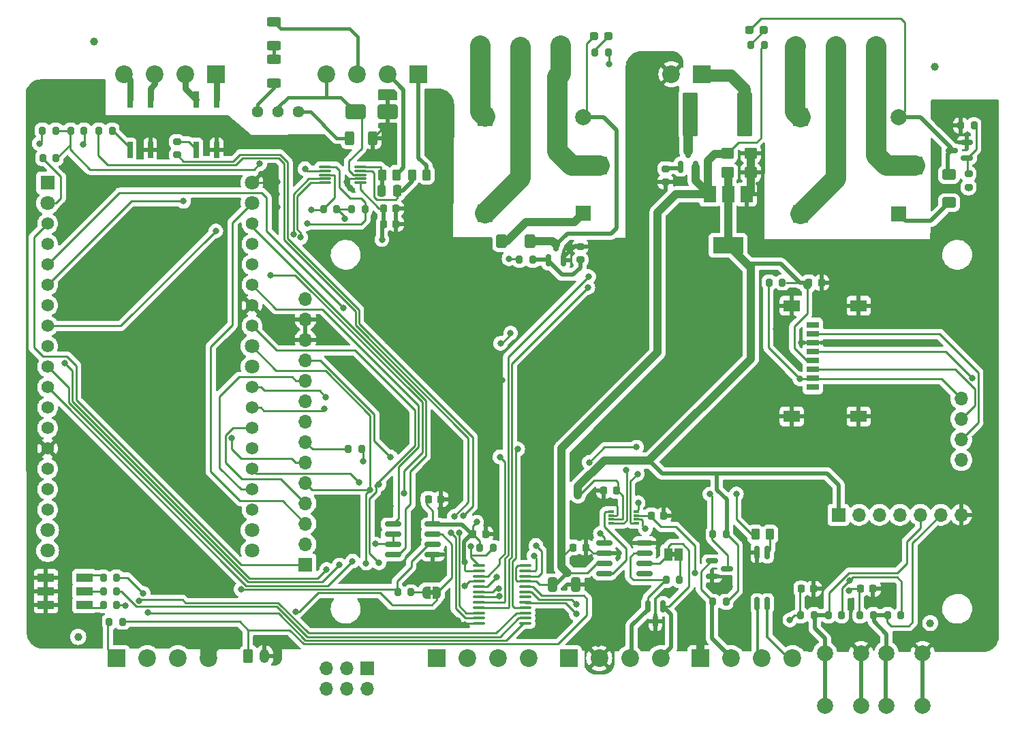
<source format=gbr>
%TF.GenerationSoftware,KiCad,Pcbnew,7.0.7*%
%TF.CreationDate,2024-04-10T19:08:45+02:00*%
%TF.ProjectId,ControllerCircuit,436f6e74-726f-46c6-9c65-724369726375,rev?*%
%TF.SameCoordinates,Original*%
%TF.FileFunction,Copper,L1,Top*%
%TF.FilePolarity,Positive*%
%FSLAX46Y46*%
G04 Gerber Fmt 4.6, Leading zero omitted, Abs format (unit mm)*
G04 Created by KiCad (PCBNEW 7.0.7) date 2024-04-10 19:08:45*
%MOMM*%
%LPD*%
G01*
G04 APERTURE LIST*
G04 Aperture macros list*
%AMRoundRect*
0 Rectangle with rounded corners*
0 $1 Rounding radius*
0 $2 $3 $4 $5 $6 $7 $8 $9 X,Y pos of 4 corners*
0 Add a 4 corners polygon primitive as box body*
4,1,4,$2,$3,$4,$5,$6,$7,$8,$9,$2,$3,0*
0 Add four circle primitives for the rounded corners*
1,1,$1+$1,$2,$3*
1,1,$1+$1,$4,$5*
1,1,$1+$1,$6,$7*
1,1,$1+$1,$8,$9*
0 Add four rect primitives between the rounded corners*
20,1,$1+$1,$2,$3,$4,$5,0*
20,1,$1+$1,$4,$5,$6,$7,0*
20,1,$1+$1,$6,$7,$8,$9,0*
20,1,$1+$1,$8,$9,$2,$3,0*%
%AMFreePoly0*
4,1,19,0.500000,-0.750000,0.000000,-0.750000,0.000000,-0.744911,-0.071157,-0.744911,-0.207708,-0.704816,-0.327430,-0.627875,-0.420627,-0.520320,-0.479746,-0.390866,-0.500000,-0.250000,-0.500000,0.250000,-0.479746,0.390866,-0.420627,0.520320,-0.327430,0.627875,-0.207708,0.704816,-0.071157,0.744911,0.000000,0.744911,0.000000,0.750000,0.500000,0.750000,0.500000,-0.750000,0.500000,-0.750000,
$1*%
%AMFreePoly1*
4,1,19,0.000000,0.744911,0.071157,0.744911,0.207708,0.704816,0.327430,0.627875,0.420627,0.520320,0.479746,0.390866,0.500000,0.250000,0.500000,-0.250000,0.479746,-0.390866,0.420627,-0.520320,0.327430,-0.627875,0.207708,-0.704816,0.071157,-0.744911,0.000000,-0.744911,0.000000,-0.750000,-0.500000,-0.750000,-0.500000,0.750000,0.000000,0.750000,0.000000,0.744911,0.000000,0.744911,
$1*%
G04 Aperture macros list end*
%TA.AperFunction,SMDPad,CuDef*%
%ADD10RoundRect,0.200000X-0.200000X-0.275000X0.200000X-0.275000X0.200000X0.275000X-0.200000X0.275000X0*%
%TD*%
%TA.AperFunction,SMDPad,CuDef*%
%ADD11RoundRect,0.225000X-0.225000X-0.250000X0.225000X-0.250000X0.225000X0.250000X-0.225000X0.250000X0*%
%TD*%
%TA.AperFunction,SMDPad,CuDef*%
%ADD12RoundRect,0.150000X-0.825000X-0.150000X0.825000X-0.150000X0.825000X0.150000X-0.825000X0.150000X0*%
%TD*%
%TA.AperFunction,ComponentPad*%
%ADD13R,2.200000X2.200000*%
%TD*%
%TA.AperFunction,ComponentPad*%
%ADD14C,2.200000*%
%TD*%
%TA.AperFunction,ComponentPad*%
%ADD15R,1.800000X1.800000*%
%TD*%
%TA.AperFunction,ComponentPad*%
%ADD16C,1.800000*%
%TD*%
%TA.AperFunction,ComponentPad*%
%ADD17C,1.560000*%
%TD*%
%TA.AperFunction,ComponentPad*%
%ADD18R,1.700000X1.700000*%
%TD*%
%TA.AperFunction,ComponentPad*%
%ADD19O,1.700000X1.700000*%
%TD*%
%TA.AperFunction,ComponentPad*%
%ADD20R,1.980000X1.980000*%
%TD*%
%TA.AperFunction,ComponentPad*%
%ADD21C,2.000000*%
%TD*%
%TA.AperFunction,ComponentPad*%
%ADD22R,1.900000X2.200000*%
%TD*%
%TA.AperFunction,SMDPad,CuDef*%
%ADD23RoundRect,0.237500X-0.287500X-0.237500X0.287500X-0.237500X0.287500X0.237500X-0.287500X0.237500X0*%
%TD*%
%TA.AperFunction,ComponentPad*%
%ADD24RoundRect,0.250000X-0.350000X-0.625000X0.350000X-0.625000X0.350000X0.625000X-0.350000X0.625000X0*%
%TD*%
%TA.AperFunction,ComponentPad*%
%ADD25O,1.200000X1.750000*%
%TD*%
%TA.AperFunction,SMDPad,CuDef*%
%ADD26RoundRect,0.250000X0.600000X-0.400000X0.600000X0.400000X-0.600000X0.400000X-0.600000X-0.400000X0*%
%TD*%
%TA.AperFunction,SMDPad,CuDef*%
%ADD27RoundRect,0.150000X0.587500X0.150000X-0.587500X0.150000X-0.587500X-0.150000X0.587500X-0.150000X0*%
%TD*%
%TA.AperFunction,SMDPad,CuDef*%
%ADD28RoundRect,0.200000X-0.275000X0.200000X-0.275000X-0.200000X0.275000X-0.200000X0.275000X0.200000X0*%
%TD*%
%TA.AperFunction,SMDPad,CuDef*%
%ADD29RoundRect,0.250000X0.262500X0.450000X-0.262500X0.450000X-0.262500X-0.450000X0.262500X-0.450000X0*%
%TD*%
%TA.AperFunction,SMDPad,CuDef*%
%ADD30RoundRect,0.150000X0.150000X-0.587500X0.150000X0.587500X-0.150000X0.587500X-0.150000X-0.587500X0*%
%TD*%
%TA.AperFunction,SMDPad,CuDef*%
%ADD31RoundRect,0.250000X-0.712500X-2.475000X0.712500X-2.475000X0.712500X2.475000X-0.712500X2.475000X0*%
%TD*%
%TA.AperFunction,SMDPad,CuDef*%
%ADD32RoundRect,0.250000X-0.537500X-0.425000X0.537500X-0.425000X0.537500X0.425000X-0.537500X0.425000X0*%
%TD*%
%TA.AperFunction,SMDPad,CuDef*%
%ADD33R,1.500000X2.000000*%
%TD*%
%TA.AperFunction,SMDPad,CuDef*%
%ADD34R,3.800000X2.000000*%
%TD*%
%TA.AperFunction,SMDPad,CuDef*%
%ADD35R,0.640000X2.000000*%
%TD*%
%TA.AperFunction,ComponentPad*%
%ADD36R,1.900000X1.900000*%
%TD*%
%TA.AperFunction,ComponentPad*%
%ADD37C,1.900000*%
%TD*%
%TA.AperFunction,SMDPad,CuDef*%
%ADD38RoundRect,0.200000X0.200000X0.275000X-0.200000X0.275000X-0.200000X-0.275000X0.200000X-0.275000X0*%
%TD*%
%TA.AperFunction,SMDPad,CuDef*%
%ADD39R,1.000000X1.500000*%
%TD*%
%TA.AperFunction,SMDPad,CuDef*%
%ADD40FreePoly0,180.000000*%
%TD*%
%TA.AperFunction,SMDPad,CuDef*%
%ADD41FreePoly1,180.000000*%
%TD*%
%TA.AperFunction,SMDPad,CuDef*%
%ADD42RoundRect,0.150000X-0.150000X0.587500X-0.150000X-0.587500X0.150000X-0.587500X0.150000X0.587500X0*%
%TD*%
%TA.AperFunction,SMDPad,CuDef*%
%ADD43RoundRect,0.150000X-0.150000X0.662500X-0.150000X-0.662500X0.150000X-0.662500X0.150000X0.662500X0*%
%TD*%
%TA.AperFunction,SMDPad,CuDef*%
%ADD44RoundRect,0.100000X-0.637500X-0.100000X0.637500X-0.100000X0.637500X0.100000X-0.637500X0.100000X0*%
%TD*%
%TA.AperFunction,SMDPad,CuDef*%
%ADD45RoundRect,0.150000X-0.587500X-0.150000X0.587500X-0.150000X0.587500X0.150000X-0.587500X0.150000X0*%
%TD*%
%TA.AperFunction,SMDPad,CuDef*%
%ADD46RoundRect,0.250000X0.325000X0.650000X-0.325000X0.650000X-0.325000X-0.650000X0.325000X-0.650000X0*%
%TD*%
%TA.AperFunction,SMDPad,CuDef*%
%ADD47R,1.500000X0.800000*%
%TD*%
%TA.AperFunction,SMDPad,CuDef*%
%ADD48R,2.000000X1.450000*%
%TD*%
%TA.AperFunction,SMDPad,CuDef*%
%ADD49C,1.000000*%
%TD*%
%TA.AperFunction,SMDPad,CuDef*%
%ADD50R,0.800000X0.300000*%
%TD*%
%TA.AperFunction,SMDPad,CuDef*%
%ADD51R,2.000000X1.100000*%
%TD*%
%TA.AperFunction,SMDPad,CuDef*%
%ADD52RoundRect,0.225000X0.225000X0.250000X-0.225000X0.250000X-0.225000X-0.250000X0.225000X-0.250000X0*%
%TD*%
%TA.AperFunction,SMDPad,CuDef*%
%ADD53RoundRect,0.250000X-0.250000X-0.475000X0.250000X-0.475000X0.250000X0.475000X-0.250000X0.475000X0*%
%TD*%
%TA.AperFunction,SMDPad,CuDef*%
%ADD54RoundRect,0.250000X-0.262500X-0.450000X0.262500X-0.450000X0.262500X0.450000X-0.262500X0.450000X0*%
%TD*%
%TA.AperFunction,SMDPad,CuDef*%
%ADD55RoundRect,0.075000X-0.650000X-0.075000X0.650000X-0.075000X0.650000X0.075000X-0.650000X0.075000X0*%
%TD*%
%TA.AperFunction,SMDPad,CuDef*%
%ADD56RoundRect,0.250000X-0.400000X-0.600000X0.400000X-0.600000X0.400000X0.600000X-0.400000X0.600000X0*%
%TD*%
%TA.AperFunction,SMDPad,CuDef*%
%ADD57RoundRect,0.250000X0.625000X-0.312500X0.625000X0.312500X-0.625000X0.312500X-0.625000X-0.312500X0*%
%TD*%
%TA.AperFunction,ComponentPad*%
%ADD58C,1.440000*%
%TD*%
%TA.AperFunction,SMDPad,CuDef*%
%ADD59RoundRect,0.250000X-0.312500X-0.625000X0.312500X-0.625000X0.312500X0.625000X-0.312500X0.625000X0*%
%TD*%
%TA.AperFunction,SMDPad,CuDef*%
%ADD60RoundRect,0.250000X-1.000000X-0.650000X1.000000X-0.650000X1.000000X0.650000X-1.000000X0.650000X0*%
%TD*%
%TA.AperFunction,ViaPad*%
%ADD61C,0.800000*%
%TD*%
%TA.AperFunction,Conductor*%
%ADD62C,0.400000*%
%TD*%
%TA.AperFunction,Conductor*%
%ADD63C,0.250000*%
%TD*%
%TA.AperFunction,Conductor*%
%ADD64C,0.500000*%
%TD*%
%TA.AperFunction,Conductor*%
%ADD65C,2.000000*%
%TD*%
%TA.AperFunction,Conductor*%
%ADD66C,1.000000*%
%TD*%
%TA.AperFunction,Conductor*%
%ADD67C,1.500000*%
%TD*%
%TA.AperFunction,Conductor*%
%ADD68C,1.200000*%
%TD*%
%TA.AperFunction,Conductor*%
%ADD69C,2.500000*%
%TD*%
%TA.AperFunction,Conductor*%
%ADD70C,0.800000*%
%TD*%
%TA.AperFunction,Conductor*%
%ADD71C,0.350000*%
%TD*%
G04 APERTURE END LIST*
%TA.AperFunction,EtchedComponent*%
%TO.C,JP1*%
G36*
X81550000Y20100000D02*
G01*
X81050000Y20100000D01*
X81050000Y20700000D01*
X81550000Y20700000D01*
X81550000Y20100000D01*
G37*
%TD.AperFunction*%
%TA.AperFunction,EtchedComponent*%
%TO.C,JP4*%
G36*
X51490000Y15360000D02*
G01*
X50990000Y15360000D01*
X50990000Y15960000D01*
X51490000Y15960000D01*
X51490000Y15360000D01*
G37*
%TD.AperFunction*%
%TD*%
D10*
%TO.P,R4,1*%
%TO.N,Net-(D1-GK)*%
X10425000Y15800000D03*
%TO.P,R4,2*%
%TO.N,/RED_LED*%
X12075000Y15800000D03*
%TD*%
D11*
%TO.P,C6,1*%
%TO.N,+3V3*%
X56375000Y22900000D03*
%TO.P,C6,2*%
%TO.N,GND*%
X57925000Y22900000D03*
%TD*%
%TO.P,C1,1*%
%TO.N,+3V3*%
X50825000Y27250000D03*
%TO.P,C1,2*%
%TO.N,GND*%
X52375000Y27250000D03*
%TD*%
D10*
%TO.P,R9,1*%
%TO.N,Net-(J1-Pin_2)*%
X47015000Y15670000D03*
%TO.P,R9,2*%
%TO.N,Net-(JP4-B)*%
X48665000Y15670000D03*
%TD*%
D12*
%TO.P,U5,1,R*%
%TO.N,/IO21*%
X46425000Y24155000D03*
%TO.P,U5,2,RE*%
%TO.N,/IO25*%
X46425000Y22885000D03*
%TO.P,U5,3,DE*%
X46425000Y21615000D03*
%TO.P,U5,4,D*%
%TO.N,/IO22*%
X46425000Y20345000D03*
%TO.P,U5,5,GND*%
%TO.N,GND*%
X51375000Y20345000D03*
%TO.P,U5,6,A*%
%TO.N,Net-(J1-Pin_2)*%
X51375000Y21615000D03*
%TO.P,U5,7,B*%
%TO.N,Net-(J1-Pin_3)*%
X51375000Y22885000D03*
%TO.P,U5,8,VCC*%
%TO.N,+3V3*%
X51375000Y24155000D03*
%TD*%
D13*
%TO.P,J7,1,Pin_1*%
%TO.N,FUSED5V*%
X68249188Y7500000D03*
D14*
%TO.P,J7,2,Pin_2*%
%TO.N,GND*%
X72059188Y7500000D03*
%TO.P,J7,3,Pin_3*%
%TO.N,Net-(J7-Pin_3)*%
X75869188Y7500000D03*
%TO.P,J7,4,Pin_4*%
%TO.N,Net-(J7-Pin_4)*%
X79679188Y7500000D03*
%TD*%
D15*
%TO.P,U4,1,3V3*%
%TO.N,/ESP3V3*%
X3506394Y66570000D03*
D16*
%TO.P,U4,2,EN*%
%TO.N,/RESET*%
X3506394Y64030000D03*
D17*
%TO.P,U4,3,SENSOR_VP*%
%TO.N,/IO36_INPUT*%
X3506394Y61490000D03*
%TO.P,U4,4,SENSOR_VN*%
%TO.N,/IO39_INPUT*%
X3506394Y58950000D03*
%TO.P,U4,5,IO34*%
%TO.N,/IO34_INPUT*%
X3506394Y56410000D03*
%TO.P,U4,6,IO35*%
%TO.N,/IO35_INPUT*%
X3506394Y53870000D03*
%TO.P,U4,7,IO32*%
%TO.N,/IO32*%
X3506394Y51330000D03*
%TO.P,U4,8,IO33*%
%TO.N,/IO33*%
X3506394Y48790000D03*
%TO.P,U4,9,IO25*%
%TO.N,/IO25*%
X3506394Y46250000D03*
%TO.P,U4,10,IO26*%
%TO.N,/IO26*%
X3506394Y43710000D03*
%TO.P,U4,11,IO27*%
%TO.N,/IO27*%
X3506394Y41170000D03*
%TO.P,U4,12,IO14*%
%TO.N,/HSPI_CLK*%
X3506394Y38630000D03*
%TO.P,U4,13,IO12*%
%TO.N,/HSPI_MISO*%
X3506394Y36090000D03*
%TO.P,U4,14,GND1*%
%TO.N,GND*%
X3506394Y33550000D03*
%TO.P,U4,15,IO13*%
%TO.N,/HSPI_MOSI*%
X3506394Y31010000D03*
%TO.P,U4,16,SD2*%
%TO.N,unconnected-(U4-SD2-Pad16)*%
X3506394Y28470000D03*
%TO.P,U4,17,SD3*%
%TO.N,unconnected-(U4-SD3-Pad17)*%
X3506394Y25930000D03*
D16*
%TO.P,U4,18,CMD*%
%TO.N,unconnected-(U4-CMD-Pad18)*%
X3506394Y23390000D03*
%TO.P,U4,19,EXT_5V*%
%TO.N,FUSED5V*%
X3506394Y20850000D03*
%TO.P,U4,20,GND3*%
%TO.N,GND*%
X28906394Y66570000D03*
%TO.P,U4,21,IO23*%
%TO.N,/VSPI_MOSI*%
X28906394Y64030000D03*
D17*
%TO.P,U4,22,IO22*%
%TO.N,/IO22*%
X28906394Y61490000D03*
%TO.P,U4,23,TXD0*%
%TO.N,unconnected-(U4-TXD0-Pad23)*%
X28906394Y58950000D03*
%TO.P,U4,24,RXD0*%
%TO.N,unconnected-(U4-RXD0-Pad24)*%
X28906394Y56410000D03*
%TO.P,U4,25,IO21*%
%TO.N,/IO21*%
X28906394Y53870000D03*
%TO.P,U4,26,GND2*%
%TO.N,GND*%
X28906394Y51330000D03*
%TO.P,U4,27,IO19*%
%TO.N,/VSPI_MISO*%
X28906394Y48790000D03*
D16*
%TO.P,U4,28,IO18*%
%TO.N,/VSPI_CLK*%
X28906394Y46250000D03*
%TO.P,U4,29,IO5*%
%TO.N,/IO5*%
X28906394Y43710000D03*
D17*
%TO.P,U4,30,IO17*%
%TO.N,/CANBUS_RX*%
X28906394Y41170000D03*
%TO.P,U4,31,IO16*%
%TO.N,/CANBUS_TX*%
X28906394Y38630000D03*
%TO.P,U4,32,IO4*%
%TO.N,/IO4*%
X28906394Y36090000D03*
%TO.P,U4,33,IO0*%
%TO.N,/AVRISP_RESET*%
X28906394Y33550000D03*
%TO.P,U4,34,IO2*%
%TO.N,/IO2*%
X28906394Y31010000D03*
%TO.P,U4,35,IO15*%
%TO.N,/DISPLAY_DC*%
X28906394Y28470000D03*
%TO.P,U4,36,SD1*%
%TO.N,unconnected-(U4-SD1-Pad36)*%
X28906394Y25930000D03*
D16*
%TO.P,U4,37,SD0*%
%TO.N,unconnected-(U4-SD0-Pad37)*%
X28906394Y23390000D03*
%TO.P,U4,38,CLK*%
%TO.N,unconnected-(U4-CLK-Pad38)*%
X28906394Y20850000D03*
%TD*%
D13*
%TO.P,J1,1,Pin_1*%
%TO.N,FUSED5V*%
X12099188Y7500000D03*
D14*
%TO.P,J1,2,Pin_2*%
%TO.N,Net-(J1-Pin_2)*%
X15909188Y7500000D03*
%TO.P,J1,3,Pin_3*%
%TO.N,Net-(J1-Pin_3)*%
X19719188Y7500000D03*
%TO.P,J1,4,Pin_4*%
%TO.N,GND*%
X23529188Y7500000D03*
%TD*%
D13*
%TO.P,J4,1,Pin_1*%
%TO.N,/EXT_IO_A*%
X51849188Y7500000D03*
D14*
%TO.P,J4,2,Pin_2*%
%TO.N,/EXT_IO_B*%
X55659188Y7500000D03*
%TO.P,J4,3,Pin_3*%
%TO.N,/EXT_IO_C*%
X59469188Y7500000D03*
%TO.P,J4,4,Pin_4*%
%TO.N,/EXT_IO_D*%
X63279188Y7500000D03*
%TD*%
D18*
%TO.P,J8,1,MISO*%
%TO.N,/VSPI_MISO*%
X43200000Y6250000D03*
D19*
%TO.P,J8,2,VCC*%
%TO.N,+3V3*%
X43200000Y3710000D03*
%TO.P,J8,3,SCK*%
%TO.N,/VSPI_CLK*%
X40660000Y6250000D03*
%TO.P,J8,4,MOSI*%
%TO.N,/VSPI_MOSI*%
X40660000Y3710000D03*
%TO.P,J8,5,~{RST}*%
%TO.N,/AVRISP_RESET*%
X38120000Y6250000D03*
%TO.P,J8,6,GND*%
%TO.N,GND*%
X38120000Y3710000D03*
%TD*%
D20*
%TO.P,K1,A1*%
%TO.N,FUSED5V*%
X109265000Y62700000D03*
D21*
%TO.P,K1,A2*%
%TO.N,Net-(D2-A)*%
X109265000Y74700000D03*
D22*
%TO.P,K1,COM*%
%TO.N,Net-(J2-Pin_1)*%
X111265000Y68700000D03*
%TO.P,K1,NC*%
%TO.N,Net-(J2-Pin_2)*%
X97065000Y62700000D03*
%TO.P,K1,NO*%
%TO.N,Net-(J2-Pin_3)*%
X97065000Y74700000D03*
%TD*%
D10*
%TO.P,R12,1*%
%TO.N,Net-(D3-A)*%
X90925000Y83700000D03*
%TO.P,R12,2*%
%TO.N,FUSED5V*%
X92575000Y83700000D03*
%TD*%
D23*
%TO.P,D3,1,K*%
%TO.N,Net-(D2-A)*%
X90725000Y85550000D03*
%TO.P,D3,2,A*%
%TO.N,Net-(D3-A)*%
X92475000Y85550000D03*
%TD*%
D24*
%TO.P,J10,1,Pin_1*%
%TO.N,Net-(J10-Pin_1)*%
X28450000Y7750000D03*
D25*
%TO.P,J10,2,Pin_2*%
%TO.N,GND*%
X30450000Y7750000D03*
%TD*%
D10*
%TO.P,R1,1*%
%TO.N,Net-(D1-BK)*%
X10425000Y17500000D03*
%TO.P,R1,2*%
%TO.N,/BLUE_LED*%
X12075000Y17500000D03*
%TD*%
%TO.P,R17,1*%
%TO.N,Net-(D1-RK)*%
X10425000Y14100000D03*
%TO.P,R17,2*%
%TO.N,/GREEN_LED*%
X12075000Y14100000D03*
%TD*%
D26*
%TO.P,D2,1,K*%
%TO.N,FUSED5V*%
X115550000Y64100000D03*
%TO.P,D2,2,A*%
%TO.N,Net-(D2-A)*%
X115550000Y67600000D03*
%TD*%
D27*
%TO.P,Q1,1,G*%
%TO.N,Net-(Q1-G)*%
X117737500Y69650000D03*
%TO.P,Q1,2,S*%
%TO.N,GND*%
X117737500Y71550000D03*
%TO.P,Q1,3,D*%
%TO.N,Net-(D2-A)*%
X115862500Y70600000D03*
%TD*%
D28*
%TO.P,R10,1*%
%TO.N,Net-(Q1-G)*%
X117950000Y67675000D03*
%TO.P,R10,2*%
%TO.N,/RELAY1*%
X117950000Y66025000D03*
%TD*%
D10*
%TO.P,R11,1*%
%TO.N,GND*%
X116975000Y73700000D03*
%TO.P,R11,2*%
%TO.N,Net-(Q1-G)*%
X118625000Y73700000D03*
%TD*%
D29*
%TO.P,R3,1*%
%TO.N,Net-(R3-Pad1)*%
X93292500Y22880000D03*
%TO.P,R3,2*%
%TO.N,/IO32*%
X91467500Y22880000D03*
%TD*%
D10*
%TO.P,R2,1*%
%TO.N,Net-(J17-Pin_2)*%
X86175000Y14500000D03*
%TO.P,R2,2*%
%TO.N,+3V3*%
X87825000Y14500000D03*
%TD*%
D28*
%TO.P,R8,1*%
%TO.N,Net-(Q3-G)*%
X80300000Y68325000D03*
%TO.P,R8,2*%
%TO.N,GND*%
X80300000Y66675000D03*
%TD*%
D30*
%TO.P,Q3,1,G*%
%TO.N,Net-(Q3-G)*%
X82150000Y68562500D03*
%TO.P,Q3,2,S*%
%TO.N,FUSED5V*%
X84050000Y68562500D03*
%TO.P,Q3,3,D*%
%TO.N,Net-(Q3-D)*%
X83100000Y70437500D03*
%TD*%
D31*
%TO.P,F1,1*%
%TO.N,Net-(Q3-D)*%
X83362500Y75050000D03*
%TO.P,F1,2*%
%TO.N,+5V*%
X90137500Y75050000D03*
%TD*%
D32*
%TO.P,C4,1*%
%TO.N,+3V3*%
X88016700Y67836000D03*
%TO.P,C4,2*%
%TO.N,GND*%
X90891700Y67836000D03*
%TD*%
%TO.P,C3,1*%
%TO.N,FUSED5V*%
X88012500Y70200000D03*
%TO.P,C3,2*%
%TO.N,GND*%
X90887500Y70200000D03*
%TD*%
D33*
%TO.P,U6,1,GND*%
%TO.N,GND*%
X90374200Y65121000D03*
%TO.P,U6,2,VO*%
%TO.N,+3V3*%
X88074200Y65121000D03*
D34*
X88074200Y58821000D03*
D33*
%TO.P,U6,3,VI*%
%TO.N,FUSED5V*%
X85774200Y65121000D03*
%TD*%
D35*
%TO.P,U9,1*%
%TO.N,Net-(R18-Pad1)*%
X21980000Y70650000D03*
%TO.P,U9,2*%
%TO.N,GND*%
X24520000Y70650000D03*
%TO.P,U9,3*%
%TO.N,Net-(J12-Pin_1)*%
X24520000Y76950000D03*
%TO.P,U9,4*%
%TO.N,Net-(J12-Pin_2)*%
X21980000Y76950000D03*
%TD*%
D28*
%TO.P,R18,1*%
%TO.N,Net-(R18-Pad1)*%
X19583400Y71678800D03*
%TO.P,R18,2*%
%TO.N,/RELAY3_SSR*%
X19583400Y70028800D03*
%TD*%
D36*
%TO.P,J2,1,Pin_1*%
%TO.N,Net-(J2-Pin_1)*%
X106475000Y83550000D03*
D37*
%TO.P,J2,2,Pin_2*%
%TO.N,Net-(J2-Pin_2)*%
X101475000Y83550000D03*
%TO.P,J2,3,Pin_3*%
%TO.N,Net-(J2-Pin_3)*%
X96475000Y83550000D03*
%TD*%
D38*
%TO.P,R19,1*%
%TO.N,/IO39_INPUT*%
X58875000Y21200000D03*
%TO.P,R19,2*%
%TO.N,+3V3*%
X57225000Y21200000D03*
%TD*%
D10*
%TO.P,R21,1*%
%TO.N,Net-(LCD1-LED)*%
X40875000Y33500000D03*
%TO.P,R21,2*%
%TO.N,/DISPLAY_LED*%
X42525000Y33500000D03*
%TD*%
D11*
%TO.P,C2,1*%
%TO.N,FUSED5V*%
X68825000Y21250000D03*
%TO.P,C2,2*%
%TO.N,GND*%
X70375000Y21250000D03*
%TD*%
D39*
%TO.P,JP1,1,A*%
%TO.N,Net-(J7-Pin_4)*%
X80650000Y20400000D03*
%TO.P,JP1,2,B*%
%TO.N,Net-(JP1-B)*%
X81950000Y20400000D03*
%TD*%
D38*
%TO.P,R24,1*%
%TO.N,Net-(J10-Pin_1)*%
X12825000Y12000000D03*
%TO.P,R24,2*%
%TO.N,FUSED5V*%
X11175000Y12000000D03*
%TD*%
D35*
%TO.P,U12,1*%
%TO.N,Net-(R25-Pad1)*%
X13730000Y70650000D03*
%TO.P,U12,2*%
%TO.N,GND*%
X16270000Y70650000D03*
%TO.P,U12,3*%
%TO.N,Net-(J12-Pin_3)*%
X16270000Y76950000D03*
%TO.P,U12,4*%
%TO.N,Net-(J12-Pin_4)*%
X13730000Y76950000D03*
%TD*%
D13*
%TO.P,J12,1,Pin_1*%
%TO.N,Net-(J12-Pin_1)*%
X24450812Y80050000D03*
D14*
%TO.P,J12,2,Pin_2*%
%TO.N,Net-(J12-Pin_2)*%
X20640812Y80050000D03*
%TO.P,J12,3,Pin_3*%
%TO.N,Net-(J12-Pin_3)*%
X16830812Y80050000D03*
%TO.P,J12,4,Pin_4*%
%TO.N,Net-(J12-Pin_4)*%
X13020812Y80050000D03*
%TD*%
D40*
%TO.P,JP4,1,A*%
%TO.N,Net-(J1-Pin_3)*%
X51890000Y15660000D03*
D41*
%TO.P,JP4,2,B*%
%TO.N,Net-(JP4-B)*%
X50590000Y15660000D03*
%TD*%
D42*
%TO.P,D8,1,K*%
%TO.N,Net-(J7-Pin_4)*%
X79990000Y13937500D03*
%TO.P,D8,2,K*%
%TO.N,Net-(J7-Pin_3)*%
X78090000Y13937500D03*
%TO.P,D8,3,A*%
%TO.N,GND*%
X79040000Y12062500D03*
%TD*%
D13*
%TO.P,J5,1,Pin_1*%
%TO.N,+5V*%
X84840812Y80050000D03*
D14*
%TO.P,J5,2,Pin_2*%
%TO.N,GND*%
X81030812Y80050000D03*
%TD*%
D43*
%TO.P,U2,1*%
%TO.N,Net-(R3-Pad1)*%
X92943320Y20607000D03*
%TO.P,U2,2*%
%TO.N,GND*%
X91673320Y20607000D03*
%TO.P,U2,3*%
%TO.N,Net-(J17-Pin_3)*%
X91673320Y14232000D03*
%TO.P,U2,4*%
%TO.N,Net-(J17-Pin_4)*%
X92943320Y14232000D03*
%TD*%
D18*
%TO.P,J14,1,Pin_1*%
%TO.N,+3V3*%
X101800000Y25300000D03*
D19*
%TO.P,J14,2,Pin_2*%
%TO.N,unconnected-(J14-Pin_2-Pad2)*%
X104340000Y25300000D03*
%TO.P,J14,3,Pin_3*%
%TO.N,unconnected-(J14-Pin_3-Pad3)*%
X106880000Y25300000D03*
%TO.P,J14,4,Pin_4*%
%TO.N,/IO34_INPUT*%
X109420000Y25300000D03*
%TO.P,J14,5,Pin_5*%
%TO.N,/SW1EXT*%
X111960000Y25300000D03*
%TO.P,J14,6,Pin_6*%
%TO.N,/SW2EXT*%
X114500000Y25300000D03*
%TO.P,J14,7,Pin_7*%
%TO.N,GND*%
X117040000Y25300000D03*
%TD*%
D11*
%TO.P,C10,1*%
%TO.N,+3V3*%
X98125000Y54150000D03*
%TO.P,C10,2*%
%TO.N,GND*%
X99675000Y54150000D03*
%TD*%
%TO.P,C7,1*%
%TO.N,/SW1OUTPUT*%
X97166000Y16129000D03*
%TO.P,C7,2*%
%TO.N,GND*%
X98716000Y16129000D03*
%TD*%
D10*
%TO.P,R7,1*%
%TO.N,/SW1EXT*%
X100545000Y12827000D03*
%TO.P,R7,2*%
%TO.N,FUSED5V*%
X102195000Y12827000D03*
%TD*%
%TO.P,R26,1*%
%TO.N,/SW1OUTPUT*%
X97096000Y12827000D03*
%TO.P,R26,2*%
%TO.N,/SW1EXT*%
X98746000Y12827000D03*
%TD*%
D21*
%TO.P,SW1,1,1*%
%TO.N,/SW1EXT*%
X100100000Y1600000D03*
X100100000Y8100000D03*
%TO.P,SW1,2,2*%
%TO.N,GND*%
X104600000Y1600000D03*
X104600000Y8100000D03*
%TD*%
%TO.P,SW2,1,1*%
%TO.N,/SW2EXT*%
X107750000Y1600000D03*
X107750000Y8100000D03*
%TO.P,SW2,2,2*%
%TO.N,GND*%
X112250000Y1600000D03*
X112250000Y8100000D03*
%TD*%
D10*
%TO.P,R27,1*%
%TO.N,/SW2EXT*%
X107911000Y12827000D03*
%TO.P,R27,2*%
%TO.N,FUSED5V*%
X109561000Y12827000D03*
%TD*%
D11*
%TO.P,C11,1*%
%TO.N,/SW2OUTPUT*%
X104532000Y16129000D03*
%TO.P,C11,2*%
%TO.N,GND*%
X106082000Y16129000D03*
%TD*%
D10*
%TO.P,R28,1*%
%TO.N,/SW2OUTPUT*%
X104462000Y12827000D03*
%TO.P,R28,2*%
%TO.N,/SW2EXT*%
X106112000Y12827000D03*
%TD*%
D44*
%TO.P,U3,1,~{INT}*%
%TO.N,/IO39_INPUT*%
X57137500Y18975000D03*
%TO.P,U3,2,VCCI*%
%TO.N,+3V3*%
X57137500Y18325000D03*
%TO.P,U3,3,~{RESET}*%
%TO.N,/RESET*%
X57137500Y17675000D03*
%TO.P,U3,4,P0*%
%TO.N,/EXT_IO_A*%
X57137500Y17025000D03*
%TO.P,U3,5,P1*%
%TO.N,/EXT_IO_B*%
X57137500Y16375000D03*
%TO.P,U3,6,P2*%
%TO.N,/EXT_IO_C*%
X57137500Y15725000D03*
%TO.P,U3,7,P3*%
%TO.N,/EXT_IO_D*%
X57137500Y15075000D03*
%TO.P,U3,8,P4*%
%TO.N,/RELAY1*%
X57137500Y14425000D03*
%TO.P,U3,9,P5*%
%TO.N,/RELAY2*%
X57137500Y13775000D03*
%TO.P,U3,10,P6*%
%TO.N,/RELAY3_SSR*%
X57137500Y13125000D03*
%TO.P,U3,11,P7*%
%TO.N,/RELAY4_SSR*%
X57137500Y12475000D03*
%TO.P,U3,12,GND*%
%TO.N,GND*%
X57137500Y11825000D03*
%TO.P,U3,13,P10*%
%TO.N,/BLUE_LED*%
X62862500Y11825000D03*
%TO.P,U3,14,P11*%
%TO.N,/RED_LED*%
X62862500Y12475000D03*
%TO.P,U3,15,P12*%
%TO.N,/GREEN_LED*%
X62862500Y13125000D03*
%TO.P,U3,16,P13*%
%TO.N,/DISPLAY_LED*%
X62862500Y13775000D03*
%TO.P,U3,17,P14*%
%TO.N,/SW1OUTPUT*%
X62862500Y14425000D03*
%TO.P,U3,18,P15*%
%TO.N,unconnected-(U3-P15-Pad18)*%
X62862500Y15075000D03*
%TO.P,U3,19,P16*%
%TO.N,/SW2OUTPUT*%
X62862500Y15725000D03*
%TO.P,U3,20,P17*%
%TO.N,Net-(J10-Pin_1)*%
X62862500Y16375000D03*
%TO.P,U3,21,ADDR*%
%TO.N,FUSED5V*%
X62862500Y17025000D03*
%TO.P,U3,22,SCL*%
%TO.N,/IO26*%
X62862500Y17675000D03*
%TO.P,U3,23,SDA*%
%TO.N,/IO27*%
X62862500Y18325000D03*
%TO.P,U3,24,VCCP*%
%TO.N,FUSED5V*%
X62862500Y18975000D03*
%TD*%
D45*
%TO.P,Q4,1,G*%
%TO.N,Net-(J17-Pin_2)*%
X86082500Y19575000D03*
%TO.P,Q4,2,S*%
%TO.N,GND*%
X86082500Y17675000D03*
%TO.P,Q4,3,D*%
%TO.N,/IO2*%
X87957500Y18625000D03*
%TD*%
D10*
%TO.P,R20,1*%
%TO.N,/IO2*%
X86175000Y22880000D03*
%TO.P,R20,2*%
%TO.N,+3V3*%
X87825000Y22880000D03*
%TD*%
D46*
%TO.P,C5,1*%
%TO.N,GND*%
X69175000Y16600000D03*
%TO.P,C5,2*%
%TO.N,FUSED5V*%
X66225000Y16600000D03*
%TD*%
D10*
%TO.P,R29,1*%
%TO.N,/RESET*%
X2925000Y69650000D03*
%TO.P,R29,2*%
%TO.N,+3V3*%
X4575000Y69650000D03*
%TD*%
D47*
%TO.P,J15,1,DAT2*%
%TO.N,unconnected-(J15-DAT2-Pad1)*%
X98600000Y41195000D03*
%TO.P,J15,2,CD/DAT3*%
%TO.N,/IO5*%
X98600000Y42295000D03*
%TO.P,J15,3,CMD*%
%TO.N,/VSPI_MOSI*%
X98600000Y43395000D03*
%TO.P,J15,4,VDD*%
%TO.N,+3V3*%
X98600000Y44495000D03*
%TO.P,J15,5,CLK*%
%TO.N,/VSPI_CLK*%
X98600000Y45595000D03*
%TO.P,J15,6,VSS*%
%TO.N,GND*%
X98600000Y46695000D03*
%TO.P,J15,7,DAT0*%
%TO.N,/VSPI_MISO*%
X98600000Y47795000D03*
%TO.P,J15,8,DAT1*%
%TO.N,unconnected-(J15-DAT1-Pad8)*%
X98600000Y48895000D03*
D48*
%TO.P,J15,G1,GND_1*%
%TO.N,GND*%
X96000000Y37525000D03*
%TO.P,J15,G2,GND_2*%
X104300000Y37525000D03*
%TO.P,J15,G3,GND_3*%
X104300000Y51275000D03*
%TO.P,J15,G4,GND_4*%
X96000000Y51275000D03*
%TD*%
D49*
%TO.P,FID1,*%
%TO.N,*%
X9300000Y84100000D03*
%TD*%
%TO.P,FID2,*%
%TO.N,*%
X7300000Y10150000D03*
%TD*%
%TO.P,FID3,*%
%TO.N,*%
X113200000Y11850000D03*
%TD*%
%TO.P,FID4,*%
%TO.N,*%
X113750000Y81000000D03*
%TD*%
D11*
%TO.P,C9,1*%
%TO.N,FUSED5V*%
X78525000Y25200000D03*
%TO.P,C9,2*%
%TO.N,GND*%
X80075000Y25200000D03*
%TD*%
D50*
%TO.P,U1,1,B2*%
%TO.N,Net-(U1-B2)*%
X73550000Y25730000D03*
%TO.P,U1,2,GND*%
%TO.N,GND*%
X73550000Y25230000D03*
%TO.P,U1,3,VCCA*%
%TO.N,+3V3*%
X73550000Y24730000D03*
%TO.P,U1,4,A2*%
%TO.N,/CANBUS_RX*%
X73550000Y24230000D03*
%TO.P,U1,5,A1*%
%TO.N,/CANBUS_TX*%
X76650000Y24230000D03*
%TO.P,U1,6,OE*%
%TO.N,+3V3*%
X76650000Y24730000D03*
%TO.P,U1,7,VCCB*%
%TO.N,FUSED5V*%
X76650000Y25230000D03*
%TO.P,U1,8,B1*%
%TO.N,Net-(U1-B1)*%
X76650000Y25730000D03*
%TD*%
D12*
%TO.P,U7,1,TXD*%
%TO.N,Net-(U1-B1)*%
X72725000Y21805000D03*
%TO.P,U7,2,GND*%
%TO.N,GND*%
X72725000Y20535000D03*
%TO.P,U7,3,VCC*%
%TO.N,FUSED5V*%
X72725000Y19265000D03*
%TO.P,U7,4,RXD*%
%TO.N,Net-(U1-B2)*%
X72725000Y17995000D03*
%TO.P,U7,5,VREF*%
%TO.N,unconnected-(U7-VREF-Pad5)*%
X77675000Y17995000D03*
%TO.P,U7,6,CANL*%
%TO.N,Net-(J7-Pin_4)*%
X77675000Y19265000D03*
%TO.P,U7,7,CANH*%
%TO.N,Net-(J7-Pin_3)*%
X77675000Y20535000D03*
%TO.P,U7,8,S*%
%TO.N,GND*%
X77675000Y21805000D03*
%TD*%
D38*
%TO.P,R6,1*%
%TO.N,Net-(JP1-B)*%
X82025000Y17200000D03*
%TO.P,R6,2*%
%TO.N,Net-(J7-Pin_3)*%
X80375000Y17200000D03*
%TD*%
D18*
%TO.P,LCD1,1,T_IRQ*%
%TO.N,/IO36_INPUT*%
X35550000Y19125000D03*
D19*
%TO.P,LCD1,2,T_DO*%
%TO.N,/VSPI_MISO*%
X35550000Y21665000D03*
%TO.P,LCD1,3,T_DIN*%
%TO.N,/VSPI_MOSI*%
X35550000Y24205000D03*
%TO.P,LCD1,4,T_CS*%
%TO.N,/IO4*%
X35550000Y26745000D03*
%TO.P,LCD1,5,T_CLK*%
%TO.N,/VSPI_CLK*%
X35550000Y29285000D03*
%TO.P,LCD1,6,MISO*%
%TO.N,/HSPI_MISO*%
X35550000Y31825000D03*
%TO.P,LCD1,7,LED*%
%TO.N,Net-(LCD1-LED)*%
X35550000Y34365000D03*
%TO.P,LCD1,8,SCK*%
%TO.N,/HSPI_CLK*%
X35550000Y36905000D03*
%TO.P,LCD1,9,MOSI*%
%TO.N,/HSPI_MOSI*%
X35550000Y39445000D03*
%TO.P,LCD1,10,D/C*%
%TO.N,/DISPLAY_DC*%
X35550000Y41985000D03*
%TO.P,LCD1,11,RESET*%
%TO.N,/RESET*%
X35550000Y44525000D03*
%TO.P,LCD1,12,CS*%
%TO.N,GND*%
X35550000Y47065000D03*
%TO.P,LCD1,13,GND*%
X35550000Y49605000D03*
%TO.P,LCD1,14,VCC*%
%TO.N,+3V3*%
X35550000Y52145000D03*
%TO.P,LCD1,SD1,SD_SCK*%
%TO.N,/VSPI_CLK*%
X117050000Y32125000D03*
%TO.P,LCD1,SD2,SD_MISO*%
%TO.N,/VSPI_MISO*%
X117050000Y34665000D03*
%TO.P,LCD1,SD3,SD_MOSI*%
%TO.N,/VSPI_MOSI*%
X117050000Y37205000D03*
%TO.P,LCD1,SD4,SD_CS*%
%TO.N,/IO5*%
X117050000Y39745000D03*
%TD*%
D11*
%TO.P,C8,1*%
%TO.N,GND*%
X72625000Y28300000D03*
%TO.P,C8,2*%
%TO.N,+3V3*%
X74175000Y28300000D03*
%TD*%
D51*
%TO.P,D1,1,RK*%
%TO.N,Net-(D1-RK)*%
X8100000Y14100000D03*
%TO.P,D1,2,GK*%
%TO.N,Net-(D1-GK)*%
X8100000Y15800000D03*
%TO.P,D1,3,BK*%
%TO.N,Net-(D1-BK)*%
X8100000Y17500000D03*
%TO.P,D1,4,BA*%
%TO.N,GND*%
X3300000Y17500000D03*
%TO.P,D1,5,GA*%
X3300000Y15800000D03*
%TO.P,D1,6,RA*%
X3300000Y14100000D03*
%TD*%
D10*
%TO.P,R22,1*%
%TO.N,/IO5*%
X93175000Y54180000D03*
%TO.P,R22,2*%
%TO.N,+3V3*%
X94825000Y54180000D03*
%TD*%
%TO.P,R16,1*%
%TO.N,/IO27*%
X2850000Y73050000D03*
%TO.P,R16,2*%
%TO.N,+3V3*%
X4500000Y73050000D03*
%TD*%
D38*
%TO.P,R5,1*%
%TO.N,/IO26*%
X8025000Y73050000D03*
%TO.P,R5,2*%
%TO.N,+3V3*%
X6375000Y73050000D03*
%TD*%
%TO.P,R25,1*%
%TO.N,Net-(R25-Pad1)*%
X11525000Y73050000D03*
%TO.P,R25,2*%
%TO.N,/RELAY4_SSR*%
X9875000Y73050000D03*
%TD*%
D52*
%TO.P,C14,1*%
%TO.N,GND*%
X46824802Y61466000D03*
%TO.P,C14,2*%
%TO.N,+3V3*%
X45274802Y61466000D03*
%TD*%
D13*
%TO.P,J9,1,Pin_1*%
%TO.N,Net-(J9-Pin_1)*%
X49600812Y80050000D03*
D14*
%TO.P,J9,2,Pin_2*%
%TO.N,Net-(J9-Pin_2)*%
X45790812Y80050000D03*
%TO.P,J9,3,Pin_3*%
%TO.N,Net-(J9-Pin_3)*%
X41980812Y80050000D03*
%TO.P,J9,4,Pin_4*%
%TO.N,Net-(D6-K)*%
X38170812Y80050000D03*
%TD*%
D52*
%TO.P,C13,1*%
%TO.N,GND*%
X46814802Y63366000D03*
%TO.P,C13,2*%
%TO.N,+3V3*%
X45264802Y63366000D03*
%TD*%
D53*
%TO.P,C12,1*%
%TO.N,Net-(U8-Vin+)*%
X45039802Y65566000D03*
%TO.P,C12,2*%
%TO.N,Net-(U8-Vin-)*%
X46939802Y65566000D03*
%TD*%
D54*
%TO.P,R30,1*%
%TO.N,Net-(U8-Vin-)*%
X48787302Y67566000D03*
%TO.P,R30,2*%
%TO.N,Net-(J9-Pin_1)*%
X50612302Y67566000D03*
%TD*%
%TO.P,R23,1*%
%TO.N,Net-(U8-Vin+)*%
X45077302Y67566000D03*
%TO.P,R23,2*%
%TO.N,Net-(J9-Pin_2)*%
X46902302Y67566000D03*
%TD*%
D55*
%TO.P,U8,1,CS*%
%TO.N,/IO33*%
X37949802Y68566000D03*
%TO.P,U8,2,MOSI*%
%TO.N,/VSPI_MOSI*%
X37949802Y68066000D03*
%TO.P,U8,3,~{Alert}*%
%TO.N,/IO35_INPUT*%
X37949802Y67566000D03*
%TO.P,U8,4,MISO*%
%TO.N,/VSPI_MISO*%
X37949802Y67066000D03*
%TO.P,U8,5,SCLK*%
%TO.N,/VSPI_CLK*%
X37949802Y66566000D03*
%TO.P,U8,6,VS*%
%TO.N,+3V3*%
X42349802Y66566000D03*
%TO.P,U8,7,GND*%
%TO.N,GND*%
X42349802Y67066000D03*
%TO.P,U8,8,Vbus*%
%TO.N,Net-(D6-K)*%
X42349802Y67566000D03*
%TO.P,U8,9,Vin-*%
%TO.N,Net-(U8-Vin-)*%
X42349802Y68066000D03*
%TO.P,U8,10,Vin+*%
%TO.N,Net-(U8-Vin+)*%
X42349802Y68566000D03*
%TD*%
D20*
%TO.P,K2,A1*%
%TO.N,FUSED5V*%
X70100000Y62750000D03*
D21*
%TO.P,K2,A2*%
%TO.N,Net-(D4-K)*%
X70100000Y74750000D03*
D22*
%TO.P,K2,COM*%
%TO.N,Net-(J3-Pin_1)*%
X72100000Y68750000D03*
%TO.P,K2,NC*%
%TO.N,Net-(J3-Pin_2)*%
X57900000Y62750000D03*
%TO.P,K2,NO*%
%TO.N,Net-(J3-Pin_3)*%
X57900000Y74750000D03*
%TD*%
D30*
%TO.P,Q2,1,G*%
%TO.N,Net-(Q2-G)*%
X65725000Y56912500D03*
%TO.P,Q2,2,S*%
%TO.N,GND*%
X67625000Y56912500D03*
%TO.P,Q2,3,D*%
%TO.N,Net-(D4-K)*%
X66675000Y58787500D03*
%TD*%
D38*
%TO.P,R14,1*%
%TO.N,Net-(Q2-G)*%
X63800000Y57000000D03*
%TO.P,R14,2*%
%TO.N,/RELAY2*%
X62150000Y57000000D03*
%TD*%
D28*
%TO.P,R15,1*%
%TO.N,GND*%
X69725000Y58655000D03*
%TO.P,R15,2*%
%TO.N,Net-(Q2-G)*%
X69725000Y57005000D03*
%TD*%
D23*
%TO.P,D4,1,K*%
%TO.N,Net-(D4-K)*%
X71425000Y84800000D03*
%TO.P,D4,2,A*%
%TO.N,Net-(D4-A)*%
X73175000Y84800000D03*
%TD*%
D56*
%TO.P,D5,1,K*%
%TO.N,FUSED5V*%
X59925000Y59300000D03*
%TO.P,D5,2,A*%
%TO.N,Net-(D4-K)*%
X63425000Y59300000D03*
%TD*%
D36*
%TO.P,J3,1,Pin_1*%
%TO.N,Net-(J3-Pin_1)*%
X67310000Y83600000D03*
D37*
%TO.P,J3,2,Pin_2*%
%TO.N,Net-(J3-Pin_2)*%
X62310000Y83600000D03*
%TO.P,J3,3,Pin_3*%
%TO.N,Net-(J3-Pin_3)*%
X57310000Y83600000D03*
%TD*%
D10*
%TO.P,R13,1*%
%TO.N,Net-(D4-A)*%
X71525000Y82800000D03*
%TO.P,R13,2*%
%TO.N,FUSED5V*%
X73175000Y82800000D03*
%TD*%
D38*
%TO.P,R31,1*%
%TO.N,/IO33*%
X42959802Y63316000D03*
%TO.P,R31,2*%
%TO.N,+3V3*%
X41309802Y63316000D03*
%TD*%
%TO.P,R32,1*%
%TO.N,+3V3*%
X39454802Y63266000D03*
%TO.P,R32,2*%
%TO.N,/IO35_INPUT*%
X37804802Y63266000D03*
%TD*%
D57*
%TO.P,R35,1*%
%TO.N,Net-(R33-Pad2)*%
X31648400Y83627500D03*
%TO.P,R35,2*%
%TO.N,Net-(J9-Pin_3)*%
X31648400Y86552500D03*
%TD*%
D13*
%TO.P,J17,1,Pin_1*%
%TO.N,GND*%
X84649188Y7500000D03*
D14*
%TO.P,J17,2,Pin_2*%
%TO.N,Net-(J17-Pin_2)*%
X88459188Y7500000D03*
%TO.P,J17,3,Pin_3*%
%TO.N,Net-(J17-Pin_3)*%
X92269188Y7500000D03*
%TO.P,J17,4,Pin_4*%
%TO.N,Net-(J17-Pin_4)*%
X96079188Y7500000D03*
%TD*%
D58*
%TO.P,RV1,1,1*%
%TO.N,Net-(R33-Pad1)*%
X29606400Y75387200D03*
%TO.P,RV1,2,2*%
%TO.N,Net-(D6-K)*%
X32146400Y75387200D03*
%TO.P,RV1,3,3*%
%TO.N,Net-(R34-Pad1)*%
X34686400Y75387200D03*
%TD*%
D59*
%TO.P,R34,1*%
%TO.N,Net-(R34-Pad1)*%
X41006300Y72136000D03*
%TO.P,R34,2*%
%TO.N,GND*%
X43931300Y72136000D03*
%TD*%
D60*
%TO.P,D6,1,K*%
%TO.N,Net-(D6-K)*%
X41764200Y75412600D03*
%TO.P,D6,2,A*%
%TO.N,GND*%
X45764200Y75412600D03*
%TD*%
D57*
%TO.P,R33,1*%
%TO.N,Net-(R33-Pad1)*%
X31648400Y78953900D03*
%TO.P,R33,2*%
%TO.N,Net-(R33-Pad2)*%
X31648400Y81878900D03*
%TD*%
D61*
%TO.N,GND*%
X45329600Y71002400D03*
X45329600Y70002400D03*
X46329600Y70002400D03*
X46329600Y71002400D03*
X83000840Y57550000D03*
X83950840Y57550000D03*
X82000840Y57550000D03*
X81000000Y57550000D03*
X119375000Y61425000D03*
X118375000Y61425000D03*
X118375000Y62425000D03*
X119375000Y62425000D03*
X120325000Y61425000D03*
X120325000Y62425000D03*
X119819320Y10946240D03*
X118869320Y10946240D03*
X118869320Y9946240D03*
X117869320Y9946240D03*
X119819320Y9946240D03*
X19312540Y22286580D03*
X18312540Y22286580D03*
X19312540Y23286580D03*
X18312540Y23286580D03*
X25466400Y43952840D03*
X25466400Y44952840D03*
X21057680Y40490060D03*
X22057680Y40490060D03*
X22057680Y39490060D03*
X21057680Y39490060D03*
X9976560Y50977440D03*
X9026560Y50977440D03*
X9976560Y51977440D03*
X8026560Y50977440D03*
X9026560Y51977440D03*
X8026560Y51977440D03*
X58925540Y36404700D03*
X57925540Y36404700D03*
X51535880Y42000000D03*
X53450000Y42000000D03*
X21951000Y33107040D03*
X20951000Y33107040D03*
X21951000Y34107040D03*
X20951000Y34107040D03*
X22466620Y29954900D03*
X21466620Y29954900D03*
X13640120Y23051180D03*
X13640120Y24051180D03*
X12640120Y23051180D03*
X12640120Y24051180D03*
X84277180Y23825240D03*
X84277180Y24825240D03*
X106733960Y35229380D03*
X105783960Y35229380D03*
X109133960Y35229380D03*
X108133960Y35229380D03*
X110083960Y35229380D03*
X104783960Y35229380D03*
X47650000Y34900000D03*
X51750000Y34950000D03*
X51750000Y35950000D03*
X47650000Y35900000D03*
X58600000Y26200000D03*
X58600000Y25200000D03*
X41174940Y54489440D03*
X43124940Y54489440D03*
X42174940Y54489440D03*
X19381780Y66900000D03*
X22090860Y66900000D03*
X18027240Y66900000D03*
X16672700Y66900000D03*
X20736320Y66900000D03*
X52324000Y62357000D03*
X51324000Y62357000D03*
X52324000Y64307000D03*
X52324000Y63307000D03*
X51324000Y63307000D03*
X51324000Y64307000D03*
X105950000Y57150000D03*
X105000000Y57150000D03*
X73919480Y43922300D03*
X66844480Y44247300D03*
X73919480Y44922300D03*
X66844480Y45247300D03*
X81662160Y54032680D03*
X80712160Y54032680D03*
X91169480Y39972300D03*
X89219480Y39972300D03*
X90219480Y39972300D03*
X91169480Y38972300D03*
X89219480Y38972300D03*
X90219480Y38972300D03*
X113038960Y29742380D03*
X112088960Y29742380D03*
X112088960Y28742380D03*
X111088960Y29742380D03*
X113038960Y28742380D03*
X15318160Y66900000D03*
X13963620Y66900000D03*
X73000000Y15900000D03*
X78250000Y9004580D03*
X77250000Y9004580D03*
X74264580Y9276620D03*
X71900000Y9300000D03*
X103150000Y57150000D03*
X104100000Y57150000D03*
X102150000Y57150000D03*
X101149160Y57154000D03*
X117850000Y10960000D03*
X113865000Y57145000D03*
X112915000Y57145000D03*
X111915000Y58145000D03*
X112915000Y58145000D03*
X113865000Y58145000D03*
X111915000Y57145000D03*
X111088960Y28718000D03*
X100065320Y20543240D03*
X100065320Y19543240D03*
X99065320Y19543240D03*
X101015320Y19543240D03*
X101015320Y20543240D03*
X99046000Y20557000D03*
X82500000Y12900000D03*
X84300000Y12900000D03*
X32000000Y65125000D03*
X48850000Y12200000D03*
X12609080Y66900000D03*
X11254540Y66900000D03*
X9900000Y66900000D03*
X87200000Y16400000D03*
X75800000Y15900000D03*
X89700000Y9725000D03*
X88600000Y9725000D03*
X88300000Y16400000D03*
X88300000Y12900000D03*
X80219480Y41472300D03*
X81169480Y41472300D03*
X79219480Y41472300D03*
X81169480Y40472300D03*
X80219480Y40472300D03*
X79219480Y40472300D03*
X110333960Y40354380D03*
X110333960Y39354380D03*
X69800000Y23700000D03*
X93442320Y27944020D03*
X92352320Y27944020D03*
X94532320Y27944020D03*
X50300000Y12200000D03*
X42200000Y18400000D03*
X40900000Y17500000D03*
X65900000Y21100000D03*
X117350000Y76050000D03*
X103300000Y49130000D03*
X104550000Y49100000D03*
X100950000Y46680000D03*
X102200000Y46650000D03*
X18145400Y60850000D03*
X15436320Y60850000D03*
X19499940Y60850000D03*
X14081780Y60850000D03*
X16790860Y60850000D03*
X32025000Y63575000D03*
X74525000Y57536000D03*
X75575000Y57536000D03*
X73475000Y57536000D03*
X20226560Y44602440D03*
X21176560Y45602440D03*
X21176560Y44602440D03*
X19226560Y44602440D03*
X20226560Y45602440D03*
X19226560Y45602440D03*
X19150000Y17225000D03*
X41890000Y23830000D03*
X45474940Y50214440D03*
X44524940Y50214440D03*
X80719480Y50397300D03*
X82669480Y50397300D03*
X81719480Y50397300D03*
X61344480Y50797300D03*
X60394480Y50797300D03*
X59394480Y50797300D03*
X72844480Y50472300D03*
X71894480Y50472300D03*
X70894480Y50472300D03*
X50444480Y54397300D03*
X52394480Y55397300D03*
X51444480Y55397300D03*
X50444480Y55397300D03*
X52394480Y54397300D03*
X51444480Y54397300D03*
X89950000Y62650000D03*
X89950000Y61650000D03*
X91011000Y61650000D03*
X90986000Y62629160D03*
X76450000Y81450000D03*
X76450000Y80500000D03*
X76450000Y74700000D03*
X76450000Y77650000D03*
X76450000Y73750000D03*
X76446000Y76649160D03*
X76227700Y65594480D03*
X76227700Y64594480D03*
X77227700Y65594480D03*
X76227700Y66544480D03*
X77227700Y64594480D03*
X77227700Y66544480D03*
X41099802Y65916000D03*
X54502869Y12174283D03*
X4440120Y10881180D03*
X4440120Y9881180D03*
X3440120Y10881180D03*
X3440120Y9881180D03*
X2845060Y77140560D03*
X3795060Y77140560D03*
X4795060Y77140560D03*
X79600000Y22400000D03*
X102100000Y11100000D03*
X29750000Y9750000D03*
X72400000Y12700000D03*
X37900000Y47000000D03*
X115350000Y76050000D03*
X71900000Y26500000D03*
X26350000Y24475000D03*
X79200000Y27400000D03*
X95300000Y9725000D03*
X15350000Y9950000D03*
X46250000Y18650000D03*
X83800000Y15500000D03*
X51350000Y19000000D03*
X40649802Y66716000D03*
X97200000Y46700000D03*
X80800000Y27400000D03*
X70600000Y19600000D03*
X65900000Y19700000D03*
X114000000Y69750000D03*
X32012500Y66675000D03*
X65400000Y35400000D03*
X32200000Y49700000D03*
X60000000Y42000000D03*
X84600000Y10000000D03*
X65400000Y32000000D03*
X20750000Y10650000D03*
X103100000Y11100000D03*
X69650000Y33150000D03*
X75550000Y23050000D03*
X24890000Y9670000D03*
X41890000Y24830000D03*
X39000000Y47000000D03*
X25860000Y9670000D03*
X94080000Y49600000D03*
X116350000Y76050000D03*
X49350000Y49150000D03*
X26350000Y23475000D03*
X65500000Y12200000D03*
X49350000Y50150000D03*
X54200000Y26700000D03*
X74500000Y20500000D03*
X65400000Y33700000D03*
X74900000Y36800000D03*
X107500000Y16250000D03*
X23900000Y9670000D03*
X75100000Y12700000D03*
X20000000Y10000000D03*
X20300000Y16100000D03*
X65500000Y11200000D03*
X42200000Y41975000D03*
X18000000Y70500000D03*
X70500000Y16600000D03*
X51350000Y17350000D03*
X64150000Y22800000D03*
X64150000Y24050000D03*
X41890000Y25830000D03*
X69100000Y32200000D03*
X32200000Y48700000D03*
X94050000Y48350000D03*
X25900000Y70650000D03*
X52950000Y31400000D03*
X55300964Y11678376D03*
X31500000Y9750000D03*
X109625000Y10200000D03*
X18300000Y18350000D03*
X46100000Y26400000D03*
X74900000Y38000000D03*
X104050000Y11100000D03*
X14300000Y10000000D03*
X57500000Y42000000D03*
X114000000Y70750000D03*
X26350000Y25375000D03*
X43550000Y41975000D03*
X18000000Y71525000D03*
%TO.N,+3V3*%
X40449802Y62116000D03*
X55374990Y19456924D03*
X77800000Y23600000D03*
X90900000Y53075002D03*
X29874999Y68925001D03*
X56824500Y24400000D03*
X69427000Y27727000D03*
X45049802Y59516000D03*
%TO.N,/IO33*%
X24410000Y60580002D03*
X35737018Y61520000D03*
%TO.N,/IO32*%
X89100000Y27900000D03*
%TO.N,/IO35_INPUT*%
X36245800Y63220600D03*
X20395000Y64275000D03*
%TO.N,/IO34_INPUT*%
X40260000Y51010000D03*
%TO.N,/IO39_INPUT*%
X31200000Y55080000D03*
X56099498Y21385303D03*
X47834480Y28025467D03*
%TO.N,/VSPI_CLK*%
X118449990Y42275160D03*
X34969068Y59781278D03*
X43600000Y28449990D03*
X43100000Y19300000D03*
%TO.N,/VSPI_MOSI*%
X76699998Y33700000D03*
X35499802Y68316000D03*
X70825000Y31825000D03*
%TO.N,/VSPI_MISO*%
X44699240Y19339302D03*
X34054998Y60186863D03*
X44699240Y29125489D03*
%TO.N,/RESET*%
X46100001Y32500000D03*
X59700000Y32500000D03*
%TO.N,FUSED5V*%
X67400001Y19600001D03*
X73300000Y81350000D03*
X67499997Y18699997D03*
X83950000Y18100000D03*
X79325000Y61874998D03*
X68100000Y18099994D03*
X79325000Y59725000D03*
X103162500Y17137500D03*
X79325000Y60824998D03*
%TO.N,Net-(J1-Pin_2)*%
X27550000Y16050000D03*
%TO.N,Net-(J1-Pin_3)*%
X34324799Y13224799D03*
%TO.N,/CANBUS_TX*%
X76805875Y30374999D03*
X37900000Y38500000D03*
%TO.N,/CANBUS_RX*%
X75419674Y30825010D03*
X38100000Y39900000D03*
%TO.N,/GREEN_LED*%
X13150000Y14000000D03*
X14862299Y14624500D03*
%TO.N,/RELAY1*%
X70750000Y54900000D03*
X117950000Y65900000D03*
%TO.N,/RELAY2*%
X60850000Y57125000D03*
X70650000Y53550000D03*
%TO.N,/DISPLAY_LED*%
X42750000Y31950000D03*
X61924500Y33475000D03*
%TO.N,/EXT_IO_C*%
X59540334Y16163068D03*
%TO.N,/EXT_IO_B*%
X59284276Y17531330D03*
%TO.N,/EXT_IO_A*%
X55374488Y16500000D03*
%TO.N,/EXT_IO_D*%
X59625467Y15167197D03*
%TO.N,/HSPI_MISO*%
X26361260Y34874200D03*
%TO.N,/IO5*%
X59800000Y46625000D03*
X96950000Y42200000D03*
X61050000Y47875000D03*
%TO.N,/IO25*%
X44224500Y21700000D03*
X38188146Y18511854D03*
X5655180Y44155360D03*
%TO.N,/IO27*%
X63950973Y20226374D03*
X41400000Y19550000D03*
X2467340Y71432660D03*
%TO.N,/IO26*%
X39775445Y19074555D03*
X7960000Y71320000D03*
X64200000Y21500000D03*
%TO.N,/IO2*%
X42200000Y29374990D03*
X85800000Y27875021D03*
%TO.N,/BLUE_LED*%
X15400000Y15550000D03*
X15950000Y13175500D03*
%TO.N,/RELAY3_SSR*%
X54650000Y23100000D03*
X55137299Y25162701D03*
%TO.N,/RELAY4_SSR*%
X54050000Y25100000D03*
X53651879Y23047467D03*
%TO.N,/SW2OUTPUT*%
X103125000Y15850000D03*
X69250000Y14200000D03*
%TO.N,/SW1OUTPUT*%
X69199500Y13000000D03*
X95750000Y12250000D03*
%TO.N,Net-(U1-B1)*%
X72200000Y23000000D03*
X76900000Y26800000D03*
%TD*%
D62*
%TO.N,Net-(J9-Pin_3)*%
X42062400Y80131588D02*
X42138600Y80207788D01*
X42062400Y84734400D02*
X42062400Y80131588D01*
X41031700Y85765100D02*
X42062400Y84734400D01*
X31648400Y86552500D02*
X32435800Y85765100D01*
X32435800Y85765100D02*
X41031700Y85765100D01*
D63*
%TO.N,/IO33*%
X35866018Y61391000D02*
X35737018Y61520000D01*
X42442600Y61391000D02*
X35866018Y61391000D01*
X42976800Y61925200D02*
X42442600Y61391000D01*
X39774802Y65991000D02*
X41099802Y64666000D01*
X42449802Y64666000D02*
X42976800Y64139002D01*
X42976800Y64139002D02*
X42976800Y61925200D01*
X39774802Y68141000D02*
X39774802Y65991000D01*
X39349802Y68566000D02*
X39774802Y68141000D01*
X41099802Y64666000D02*
X42449802Y64666000D01*
X37949802Y68566000D02*
X39349802Y68566000D01*
D62*
%TO.N,Net-(R34-Pad1)*%
X39420800Y72136000D02*
X41006300Y72136000D01*
X34686400Y75387200D02*
X36169600Y75387200D01*
X36169600Y75387200D02*
X39420800Y72136000D01*
%TO.N,Net-(D6-K)*%
X32146400Y75986800D02*
X32146400Y75387200D01*
X33375600Y77216000D02*
X32146400Y75986800D01*
X39960800Y77216000D02*
X33375600Y77216000D01*
X41764200Y75412600D02*
X39960800Y77216000D01*
X38170812Y77286812D02*
X38150800Y77266800D01*
X38170812Y80100000D02*
X38170812Y77286812D01*
%TO.N,Net-(R33-Pad1)*%
X31648400Y78333600D02*
X29606400Y76291600D01*
X31648400Y78953900D02*
X31648400Y78333600D01*
X29606400Y76291600D02*
X29606400Y75387200D01*
%TO.N,Net-(R33-Pad2)*%
X31648400Y83627500D02*
X31648400Y81878900D01*
D64*
%TO.N,GND*%
X67625000Y57325000D02*
X69042500Y58742500D01*
X69042500Y58742500D02*
X69725000Y58742500D01*
D63*
X32000000Y66477500D02*
X32000000Y65125000D01*
X31907500Y66570000D02*
X32000000Y66477500D01*
X73900000Y26800000D02*
X74300000Y26400000D01*
D65*
X23529188Y7500000D02*
X23529188Y8699188D01*
D66*
X90854200Y65601000D02*
X90374200Y65121000D01*
D63*
X70550000Y21250000D02*
X71300000Y20500000D01*
X73100000Y26800000D02*
X73900000Y26800000D01*
X107379000Y16129000D02*
X107500000Y16250000D01*
X74200000Y25230000D02*
X73550000Y25230000D01*
D65*
X23529188Y8699188D02*
X24500000Y9670000D01*
D63*
X74300000Y26400000D02*
X74300000Y25330000D01*
X74500000Y20500000D02*
X72760000Y20500000D01*
X55300964Y11678376D02*
X55447588Y11825000D01*
X72450000Y27450000D02*
X73100000Y26800000D01*
D64*
X104600000Y1600000D02*
X104600000Y8100000D01*
D63*
X106257000Y16129000D02*
X107379000Y16129000D01*
D64*
X112200000Y1600000D02*
X112200000Y8100000D01*
D63*
X71300000Y20500000D02*
X72690000Y20500000D01*
X74300000Y25330000D02*
X74200000Y25230000D01*
X40999802Y67066000D02*
X42349802Y67066000D01*
D66*
X84600000Y7549188D02*
X84600000Y10000000D01*
D63*
X45764200Y75412600D02*
X45764200Y73968900D01*
X28906394Y66570000D02*
X31907500Y66570000D01*
X45764200Y73968900D02*
X43931300Y72136000D01*
X32000000Y65125000D02*
X32000000Y63600000D01*
X32000000Y63600000D02*
X32025000Y63575000D01*
D66*
X90854200Y70166700D02*
X90854200Y65601000D01*
D63*
X72450000Y28300000D02*
X72450000Y27450000D01*
X40649802Y66716000D02*
X40999802Y67066000D01*
X55447588Y11825000D02*
X57137500Y11825000D01*
D67*
%TO.N,+5V*%
X88435000Y79865000D02*
X84885000Y79865000D01*
X90150000Y75090000D02*
X90150000Y78150000D01*
X90150000Y78150000D02*
X88435000Y79865000D01*
D63*
%TO.N,+3V3*%
X95262500Y54180000D02*
X97570000Y54180000D01*
D64*
X45264802Y61476000D02*
X45264802Y63366000D01*
D63*
X97805000Y44495000D02*
X98600000Y44495000D01*
D64*
X51430000Y24100000D02*
X55038552Y24100000D01*
D63*
X6287500Y70712500D02*
X6287500Y73050000D01*
X75000000Y27650000D02*
X74350000Y28300000D01*
X97900000Y50300000D02*
X96300000Y48700000D01*
D64*
X94600000Y56500000D02*
X96950000Y54150000D01*
D63*
X75000000Y24800000D02*
X75000000Y27650000D01*
D66*
X69427000Y27727000D02*
X69427000Y28827000D01*
X78216493Y32016493D02*
X90900000Y44700000D01*
D63*
X6287500Y73050000D02*
X4587500Y73050000D01*
D64*
X78250000Y32050000D02*
X79849998Y30450002D01*
D63*
X87912500Y22880000D02*
X89250000Y21542500D01*
X69527000Y27727000D02*
X69427000Y27727000D01*
D66*
X97950000Y53800000D02*
X97900000Y53800000D01*
D63*
X74930000Y24730000D02*
X75000000Y24800000D01*
D64*
X51375000Y24155000D02*
X51430000Y24100000D01*
D63*
X77300000Y24730000D02*
X76650000Y24730000D01*
D64*
X55249998Y21942755D02*
X55249998Y19581916D01*
X79849998Y30450002D02*
X86650002Y30450002D01*
D63*
X57225000Y21200000D02*
X57225000Y22050000D01*
X96300000Y48700000D02*
X96300000Y46000000D01*
X51375000Y24155000D02*
X51375000Y25825000D01*
D64*
X86650002Y30450002D02*
X86650002Y28449998D01*
D66*
X74000000Y32060000D02*
X74043507Y32016493D01*
X74043507Y32016493D02*
X78216493Y32016493D01*
X88074200Y65121000D02*
X88074200Y67778500D01*
D63*
X73550000Y24730000D02*
X74930000Y24730000D01*
X40449802Y62358500D02*
X39542302Y63266000D01*
D64*
X45274802Y61466000D02*
X45049802Y61241000D01*
X100349998Y30450002D02*
X101800000Y29000000D01*
D66*
X88074200Y65121000D02*
X88074200Y58821000D01*
D63*
X6287500Y71275000D02*
X4662500Y69650000D01*
X42349802Y65716000D02*
X42349802Y66566000D01*
D64*
X55249998Y19581916D02*
X55374990Y19456924D01*
D63*
X39582302Y63306000D02*
X41212302Y63306000D01*
X56375000Y23950500D02*
X56375000Y22900000D01*
X50581020Y26618980D02*
X50581020Y27181020D01*
X77400001Y23999999D02*
X77400001Y24629999D01*
D64*
X55038552Y24100000D02*
X56238552Y22900000D01*
D63*
X74350000Y28300000D02*
X74350000Y29350000D01*
D64*
X86650002Y28449998D02*
X87912500Y27187500D01*
X90900000Y56500000D02*
X94600000Y56500000D01*
D66*
X69427000Y28827000D02*
X72660000Y32060000D01*
D63*
X29874999Y68925001D02*
X29149998Y68200000D01*
X77800000Y23600000D02*
X77400001Y23999999D01*
D64*
X101800000Y29000000D02*
X101800000Y25300000D01*
D63*
X40449802Y62116000D02*
X40449802Y62358500D01*
X51375000Y25825000D02*
X50581020Y26618980D01*
X45264802Y63366000D02*
X44699802Y63366000D01*
X55500000Y18325000D02*
X55374990Y18450010D01*
X97570000Y54180000D02*
X97950000Y53800000D01*
D64*
X87912500Y27187500D02*
X87912500Y22880000D01*
X56207243Y22900000D02*
X55249998Y21942755D01*
D63*
X89250000Y15837500D02*
X87912500Y14500000D01*
X97900000Y54100000D02*
X97900000Y50300000D01*
D66*
X72660000Y32060000D02*
X74000000Y32060000D01*
D63*
X89250000Y21542500D02*
X89250000Y15837500D01*
X44699802Y63366000D02*
X42349802Y65716000D01*
X71400000Y29600000D02*
X69527000Y27727000D01*
X74350000Y29350000D02*
X74100000Y29600000D01*
D66*
X90795200Y56100000D02*
X88074200Y58821000D01*
X90900000Y56100000D02*
X90795200Y56100000D01*
D64*
X45049802Y61241000D02*
X45049802Y59516000D01*
D63*
X57137500Y18325000D02*
X55500000Y18325000D01*
D66*
X90900000Y44700000D02*
X90900000Y56100000D01*
D64*
X56238552Y22900000D02*
X56207243Y22900000D01*
D63*
X8800000Y68200000D02*
X6287500Y70712500D01*
X57225000Y22050000D02*
X56375000Y22900000D01*
X96300000Y46000000D02*
X97805000Y44495000D01*
D64*
X86650002Y30450002D02*
X100349998Y30450002D01*
X96950000Y54150000D02*
X97950000Y54150000D01*
D63*
X77400001Y24629999D02*
X77300000Y24730000D01*
X29149998Y68200000D02*
X8800000Y68200000D01*
X56824500Y24400000D02*
X56375000Y23950500D01*
X6287500Y73050000D02*
X6287500Y71275000D01*
X55374990Y18450010D02*
X55374990Y19456924D01*
X74100000Y29600000D02*
X71400000Y29600000D01*
D64*
%TO.N,Net-(U8-Vin+)*%
X45077302Y67566000D02*
X45077302Y65603500D01*
D63*
X42349802Y68566000D02*
X44849802Y68566000D01*
X44902302Y68513500D02*
X44902302Y67741000D01*
X44849802Y68566000D02*
X44902302Y68513500D01*
%TO.N,Net-(R3-Pad1)*%
X93292500Y20956180D02*
X92943320Y20607000D01*
X93292500Y22880000D02*
X93292500Y20956180D01*
%TO.N,Net-(U8-Vin-)*%
X44099802Y64852396D02*
X44436198Y64516000D01*
D64*
X48787302Y66753500D02*
X47599802Y65566000D01*
D63*
X44436198Y64516000D02*
X46749802Y64516000D01*
X44099802Y67816000D02*
X44099802Y64852396D01*
X42349802Y68066000D02*
X43849802Y68066000D01*
X43849802Y68066000D02*
X44099802Y67816000D01*
D64*
X48787302Y67566000D02*
X48787302Y66753500D01*
D63*
X46939802Y64706000D02*
X46939802Y65566000D01*
D64*
X47599802Y65566000D02*
X46939802Y65566000D01*
D63*
X46749802Y64516000D02*
X46939802Y64706000D01*
%TO.N,Net-(D1-RK)*%
X10125000Y13800000D02*
X10425000Y14100000D01*
X8400000Y13800000D02*
X10125000Y13800000D01*
%TO.N,/IO33*%
X12619998Y48790000D02*
X24410000Y60580002D01*
X3506394Y48790000D02*
X12619998Y48790000D01*
%TO.N,/IO32*%
X91467500Y22880000D02*
X90955000Y22880000D01*
X89100000Y24735000D02*
X89100000Y27900000D01*
X90955000Y22880000D02*
X89100000Y24735000D01*
%TO.N,/IO4*%
X32515000Y29780000D02*
X27646876Y29780000D01*
X27646876Y29780000D02*
X25636258Y31790618D01*
X26529456Y36090000D02*
X28906394Y36090000D01*
X35550000Y26745000D02*
X32515000Y29780000D01*
X25636258Y35196802D02*
X26529456Y36090000D01*
X25636258Y31790618D02*
X25636258Y35196802D01*
%TO.N,Net-(D1-GK)*%
X10337500Y15800000D02*
X8100000Y15800000D01*
%TO.N,/IO35_INPUT*%
X3506394Y53870000D02*
X13911394Y64275000D01*
X37949802Y67566000D02*
X39155487Y67566000D01*
X39199802Y64748500D02*
X37717302Y63266000D01*
X39155487Y67566000D02*
X39199802Y67521685D01*
X39199802Y67521685D02*
X39199802Y64748500D01*
X13911394Y64275000D02*
X20395000Y64275000D01*
X36245800Y63220600D02*
X37759402Y63220600D01*
X37759402Y63220600D02*
X37804802Y63266000D01*
%TO.N,/IO34_INPUT*%
X30125000Y65325000D02*
X30700000Y64750000D01*
X3506394Y56410000D02*
X12421394Y65325000D01*
X30700000Y60570000D02*
X40260000Y51010000D01*
X30700000Y64750000D02*
X30700000Y60570000D01*
X12421394Y65325000D02*
X30125000Y65325000D01*
%TO.N,/IO39_INPUT*%
X47834480Y30809785D02*
X50050000Y33025305D01*
X56099498Y21385303D02*
X56099498Y20250000D01*
X56099498Y21385303D02*
X56100000Y21384801D01*
X47834480Y28025467D02*
X47834480Y30809785D01*
X56099498Y20250000D02*
X57925000Y20250000D01*
X50050000Y33025305D02*
X50050000Y39306701D01*
X56100000Y20012500D02*
X57137500Y18975000D01*
X57925000Y20250000D02*
X58875000Y21200000D01*
X56100000Y21384801D02*
X56100000Y20012500D01*
X50050000Y39306701D02*
X34276701Y55080000D01*
X34276701Y55080000D02*
X31200000Y55080000D01*
%TO.N,Net-(D1-BK)*%
X10125000Y17800000D02*
X8100000Y17800000D01*
X10425000Y17500000D02*
X10125000Y17800000D01*
D64*
%TO.N,Net-(D2-A)*%
X115350000Y70150000D02*
X115350000Y67800000D01*
X115800000Y70875000D02*
X115800000Y70600000D01*
D63*
X110025000Y75460000D02*
X109265000Y74700000D01*
D64*
X115800000Y70600000D02*
X115350000Y70150000D01*
D63*
X90715000Y85540000D02*
X92175000Y87000000D01*
X109550000Y87000000D02*
X110025000Y86525000D01*
D64*
X111975000Y74700000D02*
X115800000Y70875000D01*
X109265000Y74700000D02*
X111975000Y74700000D01*
D63*
X110025000Y86525000D02*
X110025000Y75460000D01*
X92175000Y87000000D02*
X109550000Y87000000D01*
%TO.N,/VSPI_CLK*%
X38023590Y43240000D02*
X43600000Y37663590D01*
X34969068Y59781278D02*
X34969068Y60346963D01*
X36399999Y28435001D02*
X43585011Y28435001D01*
X34518600Y60797431D02*
X34518600Y64874798D01*
X34969068Y60346963D02*
X34518600Y60797431D01*
X28906394Y46250000D02*
X31916394Y43240000D01*
X36209802Y66566000D02*
X37379802Y66566000D01*
X34518600Y64874798D02*
X36209802Y66566000D01*
X43600000Y37663590D02*
X43600000Y28449990D01*
X43050000Y27899990D02*
X43600000Y28449990D01*
X31916394Y43240000D02*
X38023590Y43240000D01*
X115130150Y45595000D02*
X118449990Y42275160D01*
X35550000Y29285000D02*
X36399999Y28435001D01*
X43100000Y19300000D02*
X43050000Y19350000D01*
X43585011Y28435001D02*
X43600000Y28449990D01*
X98600000Y45595000D02*
X115130150Y45595000D01*
X43050000Y19350000D02*
X43050000Y27899990D01*
%TO.N,/VSPI_MOSI*%
X35749802Y68066000D02*
X37949802Y68066000D01*
X28906394Y64030000D02*
X26500000Y61623606D01*
X116282148Y43395000D02*
X118724989Y40952159D01*
X118724989Y40952159D02*
X118724989Y38879989D01*
X72700000Y33700000D02*
X76699998Y33700000D01*
X23780620Y46216716D02*
X23780620Y30663902D01*
X35499802Y68316000D02*
X35749802Y68066000D01*
X98600000Y43395000D02*
X116282148Y43395000D01*
X26500000Y48936096D02*
X23780620Y46216716D01*
X118724989Y38879989D02*
X117050000Y37205000D01*
X23780620Y30663902D02*
X27409521Y27035001D01*
X26500000Y61623606D02*
X26500000Y48936096D01*
X70825000Y31825000D02*
X72700000Y33700000D01*
X32719999Y27035001D02*
X35550000Y24205000D01*
X27409521Y27035001D02*
X32719999Y27035001D01*
%TO.N,/VSPI_MISO*%
X44149149Y28926145D02*
X44325000Y28750295D01*
X31971383Y45725011D02*
X41729999Y45725011D01*
X49150000Y33926996D02*
X44149149Y28926145D01*
X35989100Y67066000D02*
X34054998Y65131898D01*
X44325000Y28750295D02*
X44325000Y28149685D01*
X43500000Y20538542D02*
X44699240Y19339302D01*
X49150000Y38305009D02*
X49150000Y33926996D01*
X119175000Y42973002D02*
X119175000Y36790000D01*
X98600000Y47795000D02*
X114353002Y47795000D01*
X119175000Y36790000D02*
X117050000Y34665000D01*
X34054998Y63982600D02*
X34054998Y60186863D01*
X37949802Y67066000D02*
X35989100Y67066000D01*
X28906394Y48790000D02*
X31971383Y45725011D01*
X44325000Y28149685D02*
X43500000Y27324685D01*
X34054998Y65131898D02*
X34054998Y63982600D01*
X41729999Y45725011D02*
X49150000Y38305009D01*
X114353002Y47795000D02*
X119175000Y42973002D01*
X43500000Y27324685D02*
X43500000Y20538542D01*
%TO.N,/RESET*%
X60300000Y20486396D02*
X59650000Y19836396D01*
X59700000Y32500000D02*
X60300000Y31900000D01*
X35550000Y44525000D02*
X37375000Y44525000D01*
X59650000Y19150000D02*
X58175000Y17675000D01*
X60300000Y31900000D02*
X60300000Y20486396D01*
X37375000Y44525000D02*
X44100000Y37800000D01*
X44100000Y37800000D02*
X44100000Y34500001D01*
X5150000Y67337500D02*
X5150000Y64650000D01*
X59650000Y19836396D02*
X59650000Y19150000D01*
X2837500Y69650000D02*
X5150000Y67337500D01*
X44100000Y34500001D02*
X46100001Y32500000D01*
X58175000Y17675000D02*
X57137500Y17675000D01*
X5150000Y64650000D02*
X4530000Y64030000D01*
X4530000Y64030000D02*
X3506394Y64030000D01*
%TO.N,Net-(D3-A)*%
X90925000Y83875000D02*
X92475000Y85425000D01*
D66*
%TO.N,Net-(D4-K)*%
X63425000Y59300000D02*
X66225000Y59300000D01*
X66225000Y59300000D02*
X66675000Y58850000D01*
D63*
X71425000Y84800000D02*
X70475000Y83850000D01*
D64*
X73575000Y60275000D02*
X74250000Y60950000D01*
X74250000Y60950000D02*
X74250000Y73075000D01*
X74250000Y73075000D02*
X72575000Y74750000D01*
X68100000Y60275000D02*
X73575000Y60275000D01*
D63*
X70475000Y83850000D02*
X70475000Y75125000D01*
D64*
X72575000Y74750000D02*
X70100000Y74750000D01*
X66675000Y58850000D02*
X68100000Y60275000D01*
D63*
%TO.N,Net-(D4-A)*%
X71525000Y83090000D02*
X73225000Y84790000D01*
%TO.N,Net-(J7-Pin_4)*%
X80737500Y13937500D02*
X83200000Y16400000D01*
X83200000Y20900000D02*
X82400000Y21700000D01*
X79515000Y19265000D02*
X80650000Y20400000D01*
X79990000Y13937500D02*
X80737500Y13937500D01*
D64*
X81000000Y8871624D02*
X79528376Y7400000D01*
D63*
X81000000Y21700000D02*
X80650000Y21350000D01*
D64*
X81000000Y12927500D02*
X81000000Y8871624D01*
D63*
X77675000Y19265000D02*
X79515000Y19265000D01*
X83200000Y16400000D02*
X83200000Y20900000D01*
D64*
X79990000Y13937500D02*
X81000000Y12927500D01*
D63*
X80650000Y21350000D02*
X80650000Y20400000D01*
X82400000Y21700000D02*
X81000000Y21700000D01*
D66*
%TO.N,FUSED5V*%
X67499997Y18699997D02*
X68100000Y18099994D01*
X67400001Y19600001D02*
X67400001Y18799993D01*
D63*
X61700000Y18750000D02*
X61925000Y18975000D01*
X67400001Y19600001D02*
X67400001Y20000001D01*
D66*
X81546000Y65121000D02*
X85774200Y65121000D01*
D63*
X76650000Y25230000D02*
X78320000Y25230000D01*
D66*
X67400001Y18799993D02*
X67499997Y18699997D01*
D64*
X66225000Y16600000D02*
X66600006Y16600000D01*
X113270000Y61820000D02*
X110145000Y61820000D01*
D63*
X61700000Y17200000D02*
X61700000Y18750000D01*
D64*
X115550000Y64100000D02*
X113270000Y61820000D01*
D63*
X79750000Y23800000D02*
X81600000Y23800000D01*
X64676996Y16600000D02*
X66225000Y16600000D01*
X92125000Y72125000D02*
X91600000Y71600000D01*
X102282500Y12827000D02*
X102282500Y16257500D01*
D66*
X86387500Y70137500D02*
X85594200Y69344200D01*
D63*
X61925000Y18975000D02*
X62862500Y18975000D01*
D64*
X110145000Y61820000D02*
X109265000Y62700000D01*
D66*
X60575000Y59300000D02*
X62925000Y61650000D01*
X85594200Y69344200D02*
X85594200Y65301000D01*
D63*
X68100000Y18099994D02*
X70599994Y18099994D01*
D66*
X59925000Y59300000D02*
X60575000Y59300000D01*
D63*
X109648500Y12827000D02*
X109648500Y16951500D01*
X64251996Y17025000D02*
X64676996Y16600000D01*
X73300000Y81350000D02*
X73300000Y82675000D01*
X70599994Y18099994D02*
X71765000Y19265000D01*
X11000000Y8599188D02*
X11000000Y11825000D01*
D66*
X88075000Y70137500D02*
X86387500Y70137500D01*
D63*
X109062501Y17537499D02*
X103562499Y17537499D01*
X62862500Y17025000D02*
X61875000Y17025000D01*
X92125000Y83250000D02*
X92125000Y72125000D01*
X78350000Y25200000D02*
X79750000Y23800000D01*
D66*
X85774200Y65121000D02*
X84050000Y66845200D01*
D63*
X67400001Y20000001D02*
X68650000Y21250000D01*
X71765000Y19265000D02*
X72725000Y19265000D01*
X81600000Y23800000D02*
X83950000Y21450000D01*
D66*
X67400001Y19600001D02*
X67400001Y33550001D01*
D63*
X61875000Y17025000D02*
X61700000Y17200000D01*
D66*
X67400001Y33550001D02*
X79325000Y45475000D01*
D63*
X62862500Y17025000D02*
X64251996Y17025000D01*
D66*
X79325000Y45475000D02*
X79325000Y62900000D01*
D63*
X103562499Y17537499D02*
X103162500Y17137500D01*
D66*
X69000000Y61650000D02*
X70100000Y62750000D01*
D63*
X109648500Y16951500D02*
X109062501Y17537499D01*
X89412500Y71600000D02*
X88012500Y70200000D01*
X12099188Y7500000D02*
X11000000Y8599188D01*
D66*
X79325000Y62900000D02*
X81546000Y65121000D01*
D63*
X92575000Y83700000D02*
X92125000Y83250000D01*
D66*
X84050000Y66845200D02*
X84050000Y68500000D01*
X62925000Y61650000D02*
X69000000Y61650000D01*
D63*
X102282500Y16257500D02*
X103162500Y17137500D01*
X91600000Y71600000D02*
X89412500Y71600000D01*
X83950000Y21450000D02*
X83950000Y18100000D01*
D64*
X66600006Y16600000D02*
X68100000Y18099994D01*
D63*
%TO.N,Net-(J7-Pin_3)*%
X76300000Y17200000D02*
X80287500Y17200000D01*
D64*
X76100000Y11550000D02*
X76100000Y7781624D01*
D63*
X75900000Y20067500D02*
X75900000Y17600000D01*
D64*
X78090000Y13540000D02*
X76100000Y11550000D01*
D63*
X78090000Y15002500D02*
X80287500Y17200000D01*
X78090000Y13937500D02*
X78090000Y15002500D01*
D64*
X76100000Y7781624D02*
X76000000Y7681624D01*
D63*
X77675000Y20535000D02*
X76367500Y20535000D01*
X75900000Y17600000D02*
X76300000Y17200000D01*
X76367500Y20535000D02*
X75900000Y20067500D01*
D68*
%TO.N,Net-(Q3-D)*%
X83100000Y74787500D02*
X83100000Y70500000D01*
X83362500Y75050000D02*
X83100000Y74787500D01*
D63*
%TO.N,Net-(J1-Pin_2)*%
X46927500Y15670000D02*
X46927500Y17052195D01*
X27550000Y16050000D02*
X46547500Y16050000D01*
X48700000Y19500000D02*
X50815000Y21615000D01*
X46547500Y16050000D02*
X46927500Y15670000D01*
X46927500Y17052195D02*
X48700000Y18824695D01*
X48700000Y18824695D02*
X48700000Y19500000D01*
%TO.N,Net-(J1-Pin_3)*%
X37109967Y15600000D02*
X44800000Y15600000D01*
X44800000Y15600000D02*
X46250000Y14150000D01*
X51250000Y14100000D02*
X51890000Y14740000D01*
X51890000Y14740000D02*
X51890000Y15660000D01*
X34324799Y13224799D02*
X34734766Y13224799D01*
X52534180Y22885000D02*
X53750000Y21669180D01*
X46250000Y14100000D02*
X51250000Y14100000D01*
X34734766Y13224799D02*
X37109967Y15600000D01*
X53750000Y17520000D02*
X51700000Y15470000D01*
X51375000Y22885000D02*
X52534180Y22885000D01*
X53750000Y21669180D02*
X53750000Y17520000D01*
X46250000Y14150000D02*
X46250000Y14100000D01*
D69*
%TO.N,Net-(J2-Pin_1)*%
X106475000Y69986920D02*
X107761920Y68700000D01*
X107761920Y68700000D02*
X111265000Y68700000D01*
X106475000Y83550000D02*
X106475000Y69986920D01*
%TO.N,Net-(J3-Pin_1)*%
X66875000Y70525000D02*
X68650000Y68750000D01*
X66875000Y79715000D02*
X66875000Y70525000D01*
X67310000Y83600000D02*
X67310000Y80150000D01*
X67310000Y80150000D02*
X66875000Y79715000D01*
X68650000Y68750000D02*
X72100000Y68750000D01*
D63*
%TO.N,/DISPLAY_DC*%
X24889067Y40049067D02*
X24889067Y31106373D01*
X27270000Y42430000D02*
X24889067Y40049067D01*
X35550000Y41985000D02*
X34347919Y41985000D01*
X33902919Y42430000D02*
X27270000Y42430000D01*
X24889067Y31106373D02*
X27525440Y28470000D01*
X34347919Y41985000D02*
X33902919Y42430000D01*
X27525440Y28470000D02*
X28906394Y28470000D01*
%TO.N,/CANBUS_TX*%
X75900022Y29469146D02*
X76805875Y30374999D01*
X37900000Y38500000D02*
X37650001Y38250001D01*
X76000000Y24230000D02*
X75900022Y24329978D01*
X76650000Y24230000D02*
X76000000Y24230000D01*
X30389479Y38250001D02*
X30009480Y38630000D01*
X37650001Y38250001D02*
X30389479Y38250001D01*
X30009480Y38630000D02*
X28906394Y38630000D01*
X75900022Y24329978D02*
X75900022Y29469146D01*
%TO.N,/CANBUS_RX*%
X75450011Y24613600D02*
X75450011Y30794673D01*
X30439480Y40740000D02*
X30009480Y41170000D01*
X75450011Y30794673D02*
X75419674Y30825010D01*
X38100000Y39900000D02*
X37260000Y40740000D01*
X75066411Y24230000D02*
X75450011Y24613600D01*
X37260000Y40740000D02*
X30439480Y40740000D01*
X73550000Y24230000D02*
X75066411Y24230000D01*
X30009480Y41170000D02*
X28906394Y41170000D01*
%TO.N,/GREEN_LED*%
X59250000Y10600000D02*
X61775000Y13125000D01*
X32175000Y14350000D02*
X35925000Y10600000D01*
X13050000Y14100000D02*
X12075000Y14100000D01*
X14975098Y14737299D02*
X20262701Y14737299D01*
X14862299Y14624500D02*
X14975098Y14737299D01*
X20262701Y14737299D02*
X20650000Y14350000D01*
X13150000Y14000000D02*
X13050000Y14100000D01*
X20650000Y14350000D02*
X32175000Y14350000D01*
X35925000Y10600000D02*
X59250000Y10600000D01*
X61775000Y13125000D02*
X62702179Y13125000D01*
%TO.N,/RELAY1*%
X57287500Y14425000D02*
X60225000Y14425000D01*
X60750000Y20300000D02*
X60750000Y44900000D01*
X60750000Y44900000D02*
X70750000Y54900000D01*
X60349967Y19899967D02*
X60750000Y20300000D01*
X60225000Y14425000D02*
X60349967Y14549967D01*
X60349967Y14549967D02*
X60349967Y19899967D01*
%TO.N,/RELAY2*%
X60850000Y57125000D02*
X61937500Y57125000D01*
X60750000Y13800000D02*
X60799978Y13849978D01*
X61200000Y44100000D02*
X70650000Y53550000D01*
X57412500Y13800000D02*
X60750000Y13800000D01*
X60799978Y13849978D02*
X60799978Y19713582D01*
X57337500Y13725000D02*
X57412500Y13800000D01*
X60799978Y19713582D02*
X61200000Y20113604D01*
X61200000Y20113604D02*
X61200000Y44100000D01*
%TO.N,/DISPLAY_LED*%
X42750000Y31950000D02*
X42700000Y32000000D01*
X61650000Y19927208D02*
X61249989Y19527197D01*
X61525000Y13775000D02*
X62862500Y13775000D01*
X61650000Y33200500D02*
X61650000Y19927208D01*
X61249989Y19527197D02*
X61249989Y14050011D01*
X61249989Y14050011D02*
X61525000Y13775000D01*
X42700000Y32000000D02*
X42700000Y33587500D01*
X61924500Y33475000D02*
X61650000Y33200500D01*
%TO.N,/EXT_IO_C*%
X58775000Y15725000D02*
X57287500Y15725000D01*
X59213068Y16163068D02*
X58775000Y15725000D01*
X59540334Y16163068D02*
X59213068Y16163068D01*
%TO.N,/EXT_IO_B*%
X59284276Y17531330D02*
X58127946Y16375000D01*
X58127946Y16375000D02*
X57287500Y16375000D01*
%TO.N,/EXT_IO_A*%
X55374488Y16500000D02*
X55899488Y17025000D01*
X55899488Y17025000D02*
X57287500Y17025000D01*
%TO.N,/EXT_IO_D*%
X59625467Y15167197D02*
X59533270Y15075000D01*
X59533270Y15075000D02*
X57287500Y15075000D01*
%TO.N,/IO22*%
X47159230Y20345000D02*
X48000000Y21185770D01*
X48600000Y30700000D02*
X50500000Y32600000D01*
X50500000Y32600000D02*
X50500000Y39503854D01*
X50500000Y39503854D02*
X28906394Y61097460D01*
X48000000Y26000000D02*
X48600000Y26600000D01*
X48600000Y26600000D02*
X48600000Y30700000D01*
X48000000Y21185770D02*
X48000000Y26000000D01*
%TO.N,/IO21*%
X47109980Y24839980D02*
X46425000Y24155000D01*
X49600000Y33740600D02*
X47109980Y31250580D01*
X49600000Y38931711D02*
X49600000Y33740600D01*
X31896394Y50880000D02*
X37651711Y50880000D01*
X37651711Y50880000D02*
X49600000Y38931711D01*
X47109980Y31250580D02*
X47109980Y24839980D01*
X28906394Y53870000D02*
X31896394Y50880000D01*
%TO.N,/RED_LED*%
X59700000Y10150000D02*
X35738589Y10150000D01*
X62025000Y12475000D02*
X59700000Y10150000D01*
X62688590Y12475000D02*
X62025000Y12475000D01*
X35738589Y10150000D02*
X31988589Y13900000D01*
X12650000Y15800000D02*
X12301373Y15800000D01*
X31988589Y13900000D02*
X14550000Y13900000D01*
X14550000Y13900000D02*
X12650000Y15800000D01*
%TO.N,/IO36_INPUT*%
X5923004Y44963080D02*
X7037371Y43848713D01*
X27525000Y19125000D02*
X35550000Y19125000D01*
X3506394Y61490000D02*
X1800000Y59783606D01*
X1800000Y59783606D02*
X1800000Y46072520D01*
X2909440Y44963080D02*
X5923004Y44963080D01*
X7037371Y43848713D02*
X7037371Y39612629D01*
X7037371Y39612629D02*
X27525000Y19125000D01*
X1800000Y46072520D02*
X2909440Y44963080D01*
%TO.N,/HSPI_MISO*%
X35550000Y31825000D02*
X34347919Y31825000D01*
X33872919Y32300000D02*
X27530000Y32300000D01*
X27530000Y32300000D02*
X26361260Y33468740D01*
X34347919Y31825000D02*
X33872919Y32300000D01*
X26361260Y33468740D02*
X26361260Y34874200D01*
%TO.N,/IO5*%
X117050000Y39745000D02*
X114595000Y42200000D01*
X114595000Y42200000D02*
X96950000Y42200000D01*
X93087500Y46062500D02*
X96950000Y42200000D01*
X61050000Y47875000D02*
X61050000Y47675000D01*
X93087500Y54180000D02*
X93087500Y46062500D01*
X61050000Y47675000D02*
X60000000Y46625000D01*
X60000000Y46625000D02*
X59800000Y46625000D01*
%TO.N,/IO25*%
X6587360Y43223180D02*
X5655180Y44155360D01*
X44224500Y21700000D02*
X46340000Y21700000D01*
X6587360Y39426229D02*
X6587360Y43223180D01*
X37086292Y17410000D02*
X28603589Y17410000D01*
X38188146Y18511854D02*
X37086292Y17410000D01*
X28603589Y17410000D02*
X6587360Y39426229D01*
X46425000Y22885000D02*
X46425000Y21615000D01*
%TO.N,/IO27*%
X41400000Y19550000D02*
X38360000Y16510000D01*
X64075000Y18325000D02*
X62862500Y18325000D01*
X64224998Y18474998D02*
X64075000Y18325000D01*
X2762500Y71727820D02*
X2467340Y71432660D01*
X63950973Y20226374D02*
X64224998Y19952349D01*
X2762500Y73050000D02*
X2762500Y71727820D01*
X64224998Y19952349D02*
X64224998Y18474998D01*
X28166394Y16510000D02*
X3506394Y41170000D01*
X38360000Y16510000D02*
X28166394Y16510000D01*
%TO.N,/IO26*%
X6137349Y39239829D02*
X6137349Y41079045D01*
X64900000Y18075000D02*
X64500000Y17675000D01*
X64900000Y20800000D02*
X64900000Y18075000D01*
X37660890Y16960000D02*
X28417178Y16960000D01*
X8112500Y71472500D02*
X7960000Y71320000D01*
X6137349Y41079045D02*
X3506394Y43710000D01*
X28417178Y16960000D02*
X6137349Y39239829D01*
X8112500Y73050000D02*
X8112500Y71472500D01*
X64500000Y17675000D02*
X62862500Y17675000D01*
X39775445Y19074555D02*
X37660890Y16960000D01*
X64200000Y21500000D02*
X64900000Y20800000D01*
%TO.N,/IO2*%
X88020000Y20280000D02*
X86087500Y22212500D01*
X29441405Y30474989D02*
X41100001Y30474989D01*
X86100000Y22867500D02*
X86100000Y27575021D01*
X41100001Y30474989D02*
X42200000Y29374990D01*
X86087500Y22212500D02*
X86087500Y22880000D01*
X88020000Y18625000D02*
X88020000Y20280000D01*
X28906394Y31010000D02*
X29441405Y30474989D01*
X86100000Y27575021D02*
X85800000Y27875021D01*
D64*
%TO.N,Net-(J9-Pin_1)*%
X50571400Y68681600D02*
X50571400Y67606902D01*
X49600812Y69652188D02*
X50571400Y68681600D01*
X50571400Y67606902D02*
X50612302Y67566000D01*
X49600812Y80100000D02*
X49600812Y69652188D01*
D63*
%TO.N,/BLUE_LED*%
X32202178Y13050000D02*
X35552178Y9700000D01*
X60500000Y9700000D02*
X62625000Y11825000D01*
X62625000Y11825000D02*
X62862500Y11825000D01*
X15950000Y13175500D02*
X16075500Y13050000D01*
X35552178Y9700000D02*
X60500000Y9700000D01*
X13450000Y17500000D02*
X12075000Y17500000D01*
X16075500Y13050000D02*
X32202178Y13050000D01*
X15400000Y15550000D02*
X13450000Y17500000D01*
D64*
%TO.N,Net-(J9-Pin_2)*%
X47752000Y78138812D02*
X47752000Y68415698D01*
X47752000Y68415698D02*
X46902302Y67566000D01*
X45790812Y80100000D02*
X47752000Y78138812D01*
D63*
%TO.N,Net-(D6-K)*%
X42545000Y70866000D02*
X42545000Y74631800D01*
X40970200Y68116414D02*
X40970200Y69291200D01*
X40970200Y69291200D02*
X42545000Y70866000D01*
X42545000Y74631800D02*
X41764200Y75412600D01*
X42349802Y67566000D02*
X41520614Y67566000D01*
X41520614Y67566000D02*
X40970200Y68116414D01*
%TO.N,Net-(R18-Pad1)*%
X21980000Y70755400D02*
X21980000Y70650000D01*
X21056600Y71678800D02*
X21980000Y70755400D01*
X19583400Y71678800D02*
X21056600Y71678800D01*
X21980000Y69970000D02*
X22054200Y69970000D01*
%TO.N,/RELAY3_SSR*%
X20362200Y69250000D02*
X19583400Y70028800D01*
X32386396Y70100000D02*
X27418400Y70100000D01*
X55137299Y25162701D02*
X56316198Y26341600D01*
X54649988Y13975012D02*
X55500000Y13125000D01*
X56316198Y34960448D02*
X42200000Y49076646D01*
X26568400Y69250000D02*
X20362200Y69250000D01*
X27418400Y70100000D02*
X26568400Y69250000D01*
X42200000Y50800457D02*
X33329988Y59670469D01*
X56316198Y26341600D02*
X56316198Y34960448D01*
X33329988Y69156408D02*
X32386396Y70100000D01*
X54650000Y22430198D02*
X54649988Y22430186D01*
X54650000Y23100000D02*
X54650000Y22430198D01*
X42200000Y49076646D02*
X42200000Y50800457D01*
X55500000Y13125000D02*
X57137500Y13125000D01*
X33329988Y59670469D02*
X33329988Y69156408D01*
X54649988Y22430186D02*
X54649988Y13975012D01*
%TO.N,Net-(J9-Pin_3)*%
X42138600Y80207788D02*
X41980812Y80050000D01*
%TO.N,Net-(J10-Pin_1)*%
X70500000Y12800000D02*
X66950000Y9250000D01*
X62862500Y16375000D02*
X63775000Y16375000D01*
X63775000Y16375000D02*
X64900000Y15250000D01*
X70148744Y15250000D02*
X70500000Y14898744D01*
X35365782Y9250000D02*
X33615782Y11000000D01*
X64900000Y15250000D02*
X70148744Y15250000D01*
X27360000Y12040000D02*
X12865000Y12040000D01*
X28400000Y7800000D02*
X28400000Y11000000D01*
X70500000Y14898744D02*
X70500000Y12800000D01*
X28400000Y11000000D02*
X27360000Y12040000D01*
X66950000Y9250000D02*
X35365782Y9250000D01*
X33615782Y11000000D02*
X28400000Y11000000D01*
%TO.N,/RELAY4_SSR*%
X41750000Y48890250D02*
X41750000Y50614046D01*
X32879977Y59484069D02*
X32879977Y68970023D01*
X27700000Y69650000D02*
X26850000Y68800000D01*
X55799999Y26849999D02*
X55799999Y34840251D01*
X26850000Y68800000D02*
X11000000Y68800000D01*
X54050000Y25100000D02*
X55799999Y26849999D01*
X53651879Y23047467D02*
X54199977Y22499369D01*
X11000000Y68800000D02*
X9787500Y70012500D01*
X32879977Y68970023D02*
X32200000Y69650000D01*
X41750000Y50614046D02*
X32879977Y59484069D01*
X55799999Y34840251D02*
X41750000Y48890250D01*
X32200000Y69650000D02*
X27700000Y69650000D01*
X54199977Y22499369D02*
X54199977Y13675023D01*
X9787500Y70012500D02*
X9787500Y73050000D01*
X55400000Y12475000D02*
X57287500Y12475000D01*
X54199977Y13675023D02*
X55400000Y12475000D01*
%TO.N,Net-(R25-Pad1)*%
X13730000Y70932500D02*
X11612500Y73050000D01*
D70*
%TO.N,Net-(J12-Pin_1)*%
X24520000Y76950000D02*
X24520000Y79980812D01*
%TO.N,Net-(J12-Pin_3)*%
X16270000Y78270000D02*
X16270000Y76950000D01*
X16830812Y80050000D02*
X16830812Y78830812D01*
X16830812Y78830812D02*
X16270000Y78270000D01*
%TO.N,Net-(J12-Pin_4)*%
X13730000Y79340812D02*
X13020812Y80050000D01*
X13730000Y76950000D02*
X13730000Y79340812D01*
D63*
%TO.N,/SW2OUTPUT*%
X104357000Y16129000D02*
X103404000Y16129000D01*
X63675000Y15725000D02*
X62862500Y15725000D01*
X69250000Y14200000D02*
X68650000Y14800000D01*
X68650000Y14800000D02*
X64600000Y14800000D01*
X104357000Y16129000D02*
X104357000Y12844500D01*
X103404000Y16129000D02*
X103125000Y15850000D01*
X64600000Y14800000D02*
X63675000Y15725000D01*
%TO.N,/SW1OUTPUT*%
X62937500Y14350000D02*
X62862500Y14425000D01*
X97008500Y12827000D02*
X96327000Y12827000D01*
X96991000Y16129000D02*
X96991000Y12844500D01*
X96327000Y12827000D02*
X95750000Y12250000D01*
X69199500Y13000000D02*
X67849500Y14350000D01*
X67849500Y14350000D02*
X62937500Y14350000D01*
D64*
%TO.N,/SW2EXT*%
X106199500Y12050500D02*
X106199500Y12827000D01*
D63*
X111000000Y11950000D02*
X111000000Y21800000D01*
X111000000Y21800000D02*
X114500000Y25300000D01*
X107823500Y11976500D02*
X108300000Y11500000D01*
D64*
X106199500Y12827000D02*
X107823500Y12827000D01*
D63*
X107823500Y12827000D02*
X107823500Y11976500D01*
X108300000Y11500000D02*
X110550000Y11500000D01*
D64*
X107750000Y8100000D02*
X107750000Y10500000D01*
X107700000Y1600000D02*
X107700000Y8100000D01*
D63*
X110550000Y11500000D02*
X111000000Y11950000D01*
D64*
X107750000Y10500000D02*
X106199500Y12050500D01*
D63*
%TO.N,/SW1EXT*%
X100600000Y15625000D02*
X103075000Y18100000D01*
X100600000Y13385000D02*
X100600000Y15625000D01*
D64*
X98833500Y11179500D02*
X98833500Y12827000D01*
D63*
X109100000Y18100000D02*
X110300000Y19300000D01*
X110300000Y22000000D02*
X111960000Y23660000D01*
D64*
X100100000Y1924000D02*
X100100000Y8100000D01*
D63*
X110300000Y19300000D02*
X110300000Y22000000D01*
D64*
X100100000Y8100000D02*
X100100000Y9913000D01*
D63*
X103075000Y18100000D02*
X109100000Y18100000D01*
D64*
X98833500Y12827000D02*
X100457500Y12827000D01*
D63*
X111960000Y23660000D02*
X111960000Y25300000D01*
D64*
X100100000Y9913000D02*
X98833500Y11179500D01*
D63*
%TO.N,Net-(JP1-B)*%
X82112500Y17200000D02*
X82112500Y20237500D01*
%TO.N,Net-(JP4-B)*%
X48752500Y15670000D02*
X50580000Y15670000D01*
%TO.N,Net-(LCD1-LED)*%
X36415000Y33500000D02*
X35550000Y34365000D01*
X40787500Y33500000D02*
X36415000Y33500000D01*
%TO.N,Net-(Q1-G)*%
X117800000Y69650000D02*
X117800000Y67950000D01*
X117800000Y69650000D02*
X118900000Y70750000D01*
X118900000Y70750000D02*
X118900000Y73512500D01*
D64*
%TO.N,Net-(Q2-G)*%
X63887500Y57000000D02*
X65575000Y57000000D01*
X68825000Y55150000D02*
X67425000Y55150000D01*
X67425000Y55150000D02*
X65725000Y56850000D01*
X69725000Y56050000D02*
X68825000Y55150000D01*
X69725000Y56917500D02*
X69725000Y56050000D01*
%TO.N,Net-(Q3-G)*%
X82112500Y68412500D02*
X82150000Y68450000D01*
X80300000Y68412500D02*
X82112500Y68412500D01*
D63*
%TO.N,Net-(U1-B2)*%
X72900000Y25730000D02*
X72700000Y25530000D01*
X75400000Y19695000D02*
X73700000Y17995000D01*
X72700000Y23800000D02*
X75400000Y21100000D01*
X72700000Y25530000D02*
X72700000Y23800000D01*
X73550000Y25730000D02*
X72900000Y25730000D01*
X75400000Y21100000D02*
X75400000Y19695000D01*
X73700000Y17995000D02*
X72725000Y17995000D01*
%TO.N,Net-(U1-B1)*%
X76900000Y25980000D02*
X76650000Y25730000D01*
X72725000Y21805000D02*
X72725000Y22475000D01*
X72725000Y22475000D02*
X72200000Y23000000D01*
X76900000Y26800000D02*
X76900000Y25980000D01*
D70*
%TO.N,Net-(J12-Pin_2)*%
X21980000Y76950000D02*
X20640812Y78289188D01*
X20640812Y78289188D02*
X20640812Y80050000D01*
D69*
%TO.N,Net-(J2-Pin_2)*%
X101475000Y83550000D02*
X101475000Y67110000D01*
X101475000Y67110000D02*
X97065000Y62700000D01*
%TO.N,Net-(J2-Pin_3)*%
X96403660Y75361340D02*
X96403660Y83478660D01*
X96403660Y83478660D02*
X96475000Y83550000D01*
X97065000Y74700000D02*
X96403660Y75361340D01*
%TO.N,Net-(J3-Pin_2)*%
X57900000Y62775000D02*
X62275000Y67150000D01*
X62275000Y67150000D02*
X62275000Y83450000D01*
X57900000Y62750000D02*
X57900000Y62775000D01*
%TO.N,Net-(J3-Pin_3)*%
X57275000Y82221498D02*
X57275000Y75375000D01*
X57275000Y75375000D02*
X57874990Y74775010D01*
X57310000Y82256498D02*
X57275000Y82221498D01*
X57310000Y83600000D02*
X57310000Y82256498D01*
D64*
%TO.N,Net-(J17-Pin_2)*%
X88459188Y7540812D02*
X86087500Y9912500D01*
D63*
X84700000Y16050000D02*
X84700000Y18255000D01*
D64*
X86087500Y9912500D02*
X86087500Y14500000D01*
D63*
X84700000Y18255000D02*
X86020000Y19575000D01*
X86087500Y14662500D02*
X84700000Y16050000D01*
D71*
%TO.N,Net-(J17-Pin_3)*%
X91706260Y8062928D02*
X91706260Y14199060D01*
%TO.N,Net-(J17-Pin_4)*%
X95550000Y7500000D02*
X92910000Y10140000D01*
X92910000Y10140000D02*
X92910000Y14198680D01*
%TD*%
%TA.AperFunction,Conductor*%
%TO.N,GND*%
G36*
X75184533Y18479463D02*
G01*
X75241368Y18436916D01*
X75266179Y18370396D01*
X75266500Y18361407D01*
X75266500Y17683854D01*
X75264751Y17668012D01*
X75265044Y17667984D01*
X75264298Y17660093D01*
X75264298Y17660091D01*
X75264820Y17643474D01*
X75266500Y17590043D01*
X75266500Y17560149D01*
X75266501Y17560128D01*
X75267378Y17553180D01*
X75267844Y17547268D01*
X75269326Y17500112D01*
X75269327Y17500107D01*
X75274977Y17480661D01*
X75278986Y17461303D01*
X75281525Y17441207D01*
X75281526Y17441201D01*
X75298893Y17397338D01*
X75300816Y17391721D01*
X75313982Y17346407D01*
X75324294Y17328969D01*
X75332988Y17311221D01*
X75340444Y17292391D01*
X75340450Y17292380D01*
X75368177Y17254217D01*
X75371437Y17249254D01*
X75395460Y17208635D01*
X75409779Y17194316D01*
X75422617Y17179286D01*
X75432156Y17166157D01*
X75434528Y17162893D01*
X75462794Y17139509D01*
X75470886Y17132815D01*
X75475267Y17128829D01*
X75642624Y16961472D01*
X75792753Y16811343D01*
X75802720Y16798903D01*
X75802947Y16799090D01*
X75807999Y16792983D01*
X75808000Y16792982D01*
X75821470Y16780333D01*
X75859095Y16745001D01*
X75880225Y16723870D01*
X75885768Y16719570D01*
X75890281Y16715715D01*
X75924679Y16683414D01*
X75924680Y16683414D01*
X75924682Y16683412D01*
X75942429Y16673656D01*
X75958959Y16662798D01*
X75974959Y16650387D01*
X75996677Y16640989D01*
X76018251Y16631653D01*
X76023585Y16629041D01*
X76064940Y16606305D01*
X76084562Y16601267D01*
X76103263Y16594865D01*
X76121855Y16586819D01*
X76168470Y16579437D01*
X76174242Y16578242D01*
X76219970Y16566500D01*
X76240231Y16566500D01*
X76259939Y16564950D01*
X76279943Y16561781D01*
X76313459Y16564949D01*
X76326910Y16566220D01*
X76332842Y16566500D01*
X78453905Y16566500D01*
X78522026Y16546498D01*
X78568519Y16492842D01*
X78578623Y16422568D01*
X78549129Y16357988D01*
X78543016Y16351422D01*
X77903364Y15711770D01*
X77701336Y15509742D01*
X77688901Y15499779D01*
X77689089Y15499552D01*
X77682980Y15494499D01*
X77635016Y15443422D01*
X77613866Y15422273D01*
X77609560Y15416723D01*
X77605714Y15412221D01*
X77573417Y15377826D01*
X77573411Y15377817D01*
X77563651Y15360065D01*
X77552803Y15343550D01*
X77540386Y15327542D01*
X77521645Y15284236D01*
X77519034Y15278906D01*
X77496305Y15237561D01*
X77496303Y15237556D01*
X77491267Y15217941D01*
X77484864Y15199238D01*
X77476819Y15180648D01*
X77469437Y15134044D01*
X77468233Y15128232D01*
X77456500Y15082532D01*
X77456500Y15062277D01*
X77454949Y15042567D01*
X77451779Y15022558D01*
X77451578Y15016133D01*
X77429445Y14948674D01*
X77417415Y14934216D01*
X77415547Y14931808D01*
X77330856Y14788604D01*
X77284437Y14628830D01*
X77281500Y14591506D01*
X77281500Y13856372D01*
X77261498Y13788251D01*
X77244595Y13767277D01*
X75609225Y12131908D01*
X75595376Y12119938D01*
X75575943Y12105470D01*
X75542007Y12065029D01*
X75538300Y12060983D01*
X75532421Y12055103D01*
X75532412Y12055093D01*
X75513833Y12031595D01*
X75511863Y12029104D01*
X75468077Y11976920D01*
X75461965Y11969636D01*
X75457935Y11963509D01*
X75457880Y11963545D01*
X75453825Y11957180D01*
X75453882Y11957145D01*
X75450028Y11950899D01*
X75417220Y11880542D01*
X75382391Y11811188D01*
X75379882Y11804293D01*
X75379820Y11804316D01*
X75377343Y11797190D01*
X75377404Y11797169D01*
X75375097Y11790210D01*
X75359392Y11714151D01*
X75359131Y11713049D01*
X75345019Y11653502D01*
X75341500Y11638655D01*
X75340648Y11631366D01*
X75340581Y11631374D01*
X75339814Y11623874D01*
X75339881Y11623868D01*
X75339241Y11616558D01*
X75341500Y11538921D01*
X75341500Y9106644D01*
X75321498Y9038523D01*
X75267842Y8992030D01*
X75263719Y8990235D01*
X75261747Y8989418D01*
X75136686Y8937616D01*
X75055402Y8887805D01*
X74920813Y8805329D01*
X74728290Y8640898D01*
X74563859Y8448375D01*
X74502873Y8348856D01*
X73950000Y8350000D01*
X73950000Y6900001D01*
X73950000Y6900000D01*
X73928930Y6659191D01*
X73925117Y6637562D01*
X73865407Y6414719D01*
X73857895Y6394080D01*
X73760395Y6184990D01*
X73749413Y6165969D01*
X73617084Y5976985D01*
X73602966Y5960161D01*
X73439839Y5797034D01*
X73423015Y5782916D01*
X73234031Y5650587D01*
X73215010Y5639605D01*
X73005920Y5542105D01*
X72985281Y5534593D01*
X72762438Y5474883D01*
X72740809Y5471070D01*
X72502736Y5450240D01*
X72497242Y5450000D01*
X71677482Y5450000D01*
X71672537Y5450194D01*
X71454144Y5467382D01*
X71434618Y5470475D01*
X71337656Y5493754D01*
X71228840Y5519878D01*
X71210037Y5525988D01*
X71014527Y5606970D01*
X70996910Y5615946D01*
X70816467Y5726522D01*
X70800479Y5738138D01*
X70639548Y5875585D01*
X70625584Y5889549D01*
X70488135Y6050482D01*
X70476521Y6066468D01*
X70415546Y6165969D01*
X70365944Y6246912D01*
X70356969Y6264528D01*
X70275987Y6460038D01*
X70269877Y6478841D01*
X70220471Y6684630D01*
X70217382Y6704134D01*
X70200000Y6925000D01*
X70200000Y7500001D01*
X70446216Y7500001D01*
X70466074Y7247677D01*
X70525159Y7001566D01*
X70622018Y6767728D01*
X70753365Y6553389D01*
X71406806Y7206831D01*
X71469119Y7240856D01*
X71539934Y7235792D01*
X71596770Y7193245D01*
X71601557Y7185615D01*
X71605629Y7179846D01*
X71605630Y7179844D01*
X71634774Y7148638D01*
X71708826Y7069348D01*
X71745228Y7047211D01*
X71793039Y6994726D01*
X71804884Y6924724D01*
X71777004Y6859431D01*
X71768855Y6850459D01*
X71112575Y6194180D01*
X71112575Y6194178D01*
X71326915Y6062831D01*
X71560753Y5965972D01*
X71806864Y5906887D01*
X72059187Y5887029D01*
X72311511Y5906887D01*
X72557622Y5965972D01*
X72791465Y6062833D01*
X73005799Y6194178D01*
X73005799Y6194179D01*
X72350801Y6849176D01*
X72316776Y6911489D01*
X72321840Y6982304D01*
X72360376Y7036008D01*
X72464927Y7121066D01*
X72516212Y7193721D01*
X72571834Y7237838D01*
X72642481Y7244880D01*
X72705720Y7212610D01*
X72708245Y7210154D01*
X73365009Y6553389D01*
X73365010Y6553389D01*
X73496355Y6767723D01*
X73593216Y7001566D01*
X73652301Y7247677D01*
X73672159Y7500001D01*
X73652301Y7752324D01*
X73593216Y7998435D01*
X73496357Y8232273D01*
X73365010Y8446613D01*
X73365008Y8446613D01*
X72711568Y7793172D01*
X72649256Y7759146D01*
X72578441Y7764211D01*
X72521605Y7806758D01*
X72516819Y7814385D01*
X72512747Y7820153D01*
X72512746Y7820156D01*
X72409550Y7930652D01*
X72409549Y7930653D01*
X72373146Y7952790D01*
X72325335Y8005275D01*
X72313490Y8075276D01*
X72341370Y8140570D01*
X72349519Y8149543D01*
X73005799Y8805823D01*
X72791460Y8937170D01*
X72557622Y9034029D01*
X72311511Y9093114D01*
X72059187Y9112972D01*
X71806864Y9093114D01*
X71560753Y9034029D01*
X71326915Y8937170D01*
X71112575Y8805824D01*
X71112575Y8805823D01*
X71767573Y8150826D01*
X71801598Y8088513D01*
X71796534Y8017698D01*
X71757996Y7963991D01*
X71653450Y7878936D01*
X71653449Y7878935D01*
X71602164Y7806280D01*
X71546539Y7762162D01*
X71475893Y7755121D01*
X71412654Y7787392D01*
X71410130Y7789847D01*
X70753365Y8446613D01*
X70753364Y8446613D01*
X70622018Y8232273D01*
X70525159Y7998435D01*
X70466074Y7752324D01*
X70446216Y7500001D01*
X70200000Y7500001D01*
X70200000Y8400000D01*
X69857688Y8401517D01*
X69857688Y8648633D01*
X69857687Y8648650D01*
X69851178Y8709197D01*
X69851176Y8709205D01*
X69803918Y8835906D01*
X69800077Y8846204D01*
X69800076Y8846206D01*
X69800075Y8846208D01*
X69712449Y8963262D01*
X69595395Y9050888D01*
X69595390Y9050890D01*
X69458392Y9101989D01*
X69458384Y9101991D01*
X69397837Y9108500D01*
X69397826Y9108500D01*
X68008594Y9108500D01*
X67940473Y9128502D01*
X67893980Y9182158D01*
X67883876Y9252432D01*
X67913370Y9317012D01*
X67919499Y9323595D01*
X68623336Y10027432D01*
X70888657Y12292755D01*
X70901092Y12302716D01*
X70900905Y12302943D01*
X70907009Y12307995D01*
X70907018Y12308000D01*
X70954999Y12359096D01*
X70976134Y12380230D01*
X70980429Y12385768D01*
X70984271Y12390269D01*
X71016586Y12424679D01*
X71026345Y12442433D01*
X71037197Y12458954D01*
X71049613Y12474959D01*
X71068347Y12518252D01*
X71070961Y12523588D01*
X71082947Y12545390D01*
X71093695Y12564940D01*
X71098733Y12584565D01*
X71105138Y12603270D01*
X71108326Y12610637D01*
X71113181Y12621855D01*
X71120561Y12668453D01*
X71121762Y12674260D01*
X71133500Y12719970D01*
X71133500Y12740225D01*
X71135051Y12759937D01*
X71136244Y12767469D01*
X71138220Y12779943D01*
X71134210Y12822366D01*
X71133780Y12826920D01*
X71133500Y12832852D01*
X71133500Y14814889D01*
X71135249Y14830730D01*
X71134956Y14830757D01*
X71135701Y14838650D01*
X71135702Y14838653D01*
X71133500Y14908702D01*
X71133500Y14938600D01*
X71132619Y14945566D01*
X71132155Y14951462D01*
X71130673Y14998633D01*
X71125022Y15018080D01*
X71121012Y15037444D01*
X71120365Y15042567D01*
X71118474Y15057541D01*
X71101097Y15101430D01*
X71099183Y15107021D01*
X71086018Y15152337D01*
X71075706Y15169774D01*
X71067010Y15187523D01*
X71059552Y15206361D01*
X71031812Y15244541D01*
X71028564Y15249486D01*
X71004542Y15290106D01*
X70990214Y15304434D01*
X70977384Y15319455D01*
X70965472Y15335851D01*
X70965469Y15335853D01*
X70965469Y15335854D01*
X70929109Y15365935D01*
X70924728Y15369921D01*
X70655987Y15638662D01*
X70646024Y15651098D01*
X70645797Y15650910D01*
X70640744Y15657018D01*
X70589664Y15704985D01*
X70568521Y15726129D01*
X70568516Y15726134D01*
X70562969Y15730437D01*
X70558461Y15734288D01*
X70524069Y15766583D01*
X70524063Y15766587D01*
X70506307Y15776349D01*
X70489791Y15787198D01*
X70473785Y15799614D01*
X70432584Y15817443D01*
X70430484Y15818352D01*
X70425152Y15820964D01*
X70383805Y15843695D01*
X70364180Y15848734D01*
X70345475Y15855138D01*
X70333958Y15860122D01*
X70279384Y15905534D01*
X70258025Y15973242D01*
X70258000Y15975759D01*
X70258000Y16346000D01*
X68092000Y16346000D01*
X68092000Y16009500D01*
X68071998Y15941379D01*
X68018342Y15894886D01*
X67966000Y15883500D01*
X67434500Y15883500D01*
X67366379Y15903502D01*
X67319886Y15957158D01*
X67308500Y16009499D01*
X67308499Y16183623D01*
X67328501Y16251744D01*
X67345399Y16272714D01*
X67920249Y16847564D01*
X67982559Y16881588D01*
X68053374Y16876523D01*
X68088420Y16854000D01*
X70258000Y16854000D01*
X70258000Y17300517D01*
X70255224Y17327687D01*
X70268198Y17397488D01*
X70316850Y17449194D01*
X70380571Y17466494D01*
X70516141Y17466494D01*
X70531982Y17464745D01*
X70532010Y17465038D01*
X70539896Y17464294D01*
X70539903Y17464292D01*
X70609952Y17466494D01*
X70639850Y17466494D01*
X70646812Y17467375D01*
X70652713Y17467840D01*
X70699883Y17469321D01*
X70719341Y17474975D01*
X70738688Y17478981D01*
X70758791Y17481520D01*
X70802673Y17498895D01*
X70808268Y17500811D01*
X70836810Y17509103D01*
X70853585Y17513975D01*
X70853589Y17513977D01*
X70871020Y17524286D01*
X70888774Y17532985D01*
X70907611Y17540442D01*
X70945780Y17568176D01*
X70950738Y17571432D01*
X70991356Y17595452D01*
X71005679Y17609776D01*
X71020718Y17622620D01*
X71037101Y17634522D01*
X71061789Y17664367D01*
X71120622Y17704105D01*
X71191600Y17705728D01*
X71252188Y17668720D01*
X71279870Y17619208D01*
X71286712Y17595660D01*
X71290856Y17581395D01*
X71375544Y17438197D01*
X71375549Y17438190D01*
X71493189Y17320550D01*
X71493196Y17320545D01*
X71636394Y17235857D01*
X71636397Y17235857D01*
X71636399Y17235855D01*
X71796169Y17189438D01*
X71803634Y17188851D01*
X71833494Y17186500D01*
X71833498Y17186500D01*
X73616506Y17186500D01*
X73641388Y17188459D01*
X73653831Y17189438D01*
X73813601Y17235855D01*
X73813603Y17235857D01*
X73813605Y17235857D01*
X73922938Y17300517D01*
X73956807Y17320547D01*
X74074453Y17438193D01*
X74074456Y17438197D01*
X74108676Y17496061D01*
X74132785Y17522550D01*
X74131328Y17524101D01*
X74137109Y17529530D01*
X74151782Y17547268D01*
X74167193Y17565897D01*
X74171162Y17570260D01*
X75051408Y18450506D01*
X75113717Y18484528D01*
X75184533Y18479463D01*
G37*
%TD.AperFunction*%
%TA.AperFunction,Conductor*%
G36*
X33369309Y10346498D02*
G01*
X33390282Y10329596D01*
X34125837Y9594040D01*
X34858537Y8861340D01*
X34868502Y8848903D01*
X34868729Y8849090D01*
X34873781Y8842983D01*
X34924861Y8795016D01*
X34948197Y8771679D01*
X34982223Y8709367D01*
X34977158Y8638552D01*
X34934611Y8581716D01*
X34868091Y8556905D01*
X34858544Y8556585D01*
X33658236Y8561903D01*
X33658227Y8561903D01*
X32650057Y8566369D01*
X32650028Y7558179D01*
X32643902Y7496000D01*
X32631867Y7373845D01*
X32627048Y7349622D01*
X32576877Y7184243D01*
X32567424Y7161422D01*
X32485953Y7009009D01*
X32472230Y6988473D01*
X32362591Y6854881D01*
X32345125Y6837416D01*
X32211536Y6727785D01*
X32190999Y6714062D01*
X32038578Y6632593D01*
X32015758Y6623141D01*
X31850377Y6572974D01*
X31826152Y6568156D01*
X31644900Y6550304D01*
X31638721Y6550000D01*
X31393202Y6550000D01*
X31325081Y6570002D01*
X31278588Y6623658D01*
X31268484Y6693932D01*
X31297978Y6758512D01*
X31302011Y6762949D01*
X31324909Y6786965D01*
X31324910Y6786966D01*
X31439308Y6964976D01*
X31439311Y6964981D01*
X31517952Y7161415D01*
X31517954Y7161422D01*
X31557999Y7369195D01*
X31558000Y7369204D01*
X31558000Y7496000D01*
X30939748Y7496000D01*
X30871627Y7516002D01*
X30825134Y7569658D01*
X30815030Y7639932D01*
X30817604Y7652933D01*
X30818549Y7656666D01*
X30818551Y7656670D01*
X30828886Y7781395D01*
X30828885Y7781400D01*
X30812256Y7847069D01*
X30814923Y7918015D01*
X30855523Y7976257D01*
X30921166Y8003303D01*
X30934400Y8004000D01*
X31558000Y8004000D01*
X31558000Y8077780D01*
X31557998Y8077801D01*
X31542927Y8235634D01*
X31542924Y8235649D01*
X31483310Y8438678D01*
X31386349Y8626755D01*
X31255544Y8793086D01*
X31255539Y8793092D01*
X31095625Y8931657D01*
X31095624Y8931658D01*
X30912377Y9037455D01*
X30912368Y9037459D01*
X30712413Y9106664D01*
X30712405Y9106666D01*
X30704000Y9107876D01*
X30704000Y8235759D01*
X30683998Y8167638D01*
X30630342Y8121145D01*
X30560068Y8111041D01*
X30537091Y8116585D01*
X30512577Y8125000D01*
X30512576Y8125000D01*
X30418927Y8125000D01*
X30388651Y8119949D01*
X30342736Y8112287D01*
X30272252Y8120805D01*
X30217562Y8166078D01*
X30196031Y8233731D01*
X30195999Y8236569D01*
X30195999Y9103520D01*
X30195998Y9103521D01*
X30085961Y9076825D01*
X30085952Y9076822D01*
X29893484Y8988923D01*
X29893480Y8988921D01*
X29721112Y8866179D01*
X29721111Y8866178D01*
X29631675Y8772380D01*
X29570190Y8736882D01*
X29499274Y8740260D01*
X29441442Y8781442D01*
X29433245Y8793182D01*
X29400687Y8845966D01*
X29399030Y8848652D01*
X29399027Y8848655D01*
X29399024Y8848659D01*
X29273658Y8974025D01*
X29273652Y8974030D01*
X29245651Y8991301D01*
X29122738Y9067115D01*
X29122736Y9067116D01*
X29122734Y9067117D01*
X29119866Y9068067D01*
X29118152Y9069254D01*
X29116086Y9070217D01*
X29116250Y9070571D01*
X29061494Y9108481D01*
X29034239Y9174037D01*
X29033500Y9187653D01*
X29033500Y10240501D01*
X29053502Y10308621D01*
X29107158Y10355114D01*
X29159500Y10366500D01*
X33301188Y10366500D01*
X33369309Y10346498D01*
G37*
%TD.AperFunction*%
%TA.AperFunction,Conductor*%
G36*
X121641621Y76879998D02*
G01*
X121688114Y76826342D01*
X121699500Y76774000D01*
X121699500Y9845614D01*
X121696613Y9818796D01*
X121670694Y9699811D01*
X121665616Y9682541D01*
X121571952Y9431778D01*
X121564465Y9415408D01*
X121436023Y9180551D01*
X121426279Y9165414D01*
X121265679Y8951257D01*
X121253878Y8937664D01*
X121064400Y8748578D01*
X121050783Y8736806D01*
X120836295Y8576651D01*
X120821138Y8566938D01*
X120586015Y8438982D01*
X120569630Y8431529D01*
X120318671Y8338383D01*
X120301390Y8333341D01*
X120039722Y8276908D01*
X120021899Y8274380D01*
X119748116Y8255342D01*
X119743614Y8255191D01*
X113859737Y8267372D01*
X113791658Y8287515D01*
X113745276Y8341267D01*
X113737479Y8363958D01*
X113688628Y8567438D01*
X113597791Y8786739D01*
X113483102Y8973893D01*
X113483100Y8973893D01*
X112902380Y8393172D01*
X112840068Y8359146D01*
X112769253Y8364211D01*
X112712417Y8406758D01*
X112707631Y8414385D01*
X112703559Y8420153D01*
X112703558Y8420156D01*
X112600362Y8530652D01*
X112600361Y8530653D01*
X112563958Y8552790D01*
X112516147Y8605275D01*
X112504302Y8675276D01*
X112532182Y8740570D01*
X112540331Y8749543D01*
X113123891Y9333103D01*
X112936733Y9447794D01*
X112717437Y9538629D01*
X112486632Y9594040D01*
X112250000Y9612663D01*
X112013367Y9594040D01*
X111782562Y9538629D01*
X111563262Y9447792D01*
X111376107Y9333104D01*
X111376107Y9333103D01*
X111958385Y8750826D01*
X111992410Y8688513D01*
X111987346Y8617698D01*
X111948808Y8563991D01*
X111844262Y8478936D01*
X111844261Y8478935D01*
X111792976Y8406280D01*
X111737351Y8362162D01*
X111666705Y8355121D01*
X111603466Y8387392D01*
X111600942Y8389847D01*
X111016897Y8973893D01*
X111016896Y8973893D01*
X110902208Y8786738D01*
X110811372Y8567439D01*
X110764120Y8370621D01*
X110728767Y8309052D01*
X110665741Y8276370D01*
X110641340Y8274036D01*
X109358013Y8276693D01*
X109289934Y8296836D01*
X109243552Y8350588D01*
X109235757Y8373272D01*
X109189105Y8567594D01*
X109098240Y8786963D01*
X108974176Y8989416D01*
X108972566Y8991301D01*
X108819969Y9169970D01*
X108639419Y9324174D01*
X108639408Y9324182D01*
X108568664Y9367534D01*
X108521032Y9420181D01*
X108508499Y9474966D01*
X108508499Y9920405D01*
X108508499Y10435579D01*
X108509828Y10453811D01*
X108513341Y10477789D01*
X108510882Y10505895D01*
X108508740Y10530387D01*
X108508500Y10535880D01*
X108508500Y10544176D01*
X108504652Y10577096D01*
X108499557Y10635337D01*
X108497887Y10654427D01*
X108497886Y10654430D01*
X108497886Y10654432D01*
X108496403Y10661613D01*
X108496469Y10661627D01*
X108494839Y10668981D01*
X108494773Y10668965D01*
X108493079Y10676110D01*
X108493079Y10676113D01*
X108485328Y10697407D01*
X108480826Y10768258D01*
X108515343Y10830299D01*
X108577923Y10863829D01*
X108603730Y10866500D01*
X110466147Y10866500D01*
X110481988Y10864751D01*
X110482016Y10865044D01*
X110489902Y10864300D01*
X110489909Y10864298D01*
X110559958Y10866500D01*
X110589856Y10866500D01*
X110596818Y10867381D01*
X110602719Y10867846D01*
X110649889Y10869327D01*
X110669347Y10874981D01*
X110688694Y10878987D01*
X110708797Y10881526D01*
X110752679Y10898901D01*
X110758274Y10900817D01*
X110786816Y10909109D01*
X110803591Y10913981D01*
X110803595Y10913983D01*
X110821026Y10924292D01*
X110838780Y10932991D01*
X110857617Y10940448D01*
X110895786Y10968182D01*
X110900744Y10971438D01*
X110941362Y10995458D01*
X110955685Y11009782D01*
X110970724Y11022626D01*
X110971221Y11022987D01*
X110987107Y11034528D01*
X111017188Y11070892D01*
X111021166Y11075264D01*
X111388663Y11442760D01*
X111401097Y11452719D01*
X111400909Y11452946D01*
X111407014Y11457997D01*
X111407015Y11457999D01*
X111407018Y11458000D01*
X111454984Y11509080D01*
X111476135Y11530230D01*
X111480445Y11535788D01*
X111484274Y11540271D01*
X111516586Y11574679D01*
X111526346Y11592435D01*
X111537195Y11608950D01*
X111549614Y11624959D01*
X111568363Y11668290D01*
X111570953Y11673577D01*
X111593695Y11714940D01*
X111598733Y11734566D01*
X111605137Y11753268D01*
X111613181Y11771855D01*
X111620561Y11818453D01*
X111621762Y11824260D01*
X111628371Y11849997D01*
X112194659Y11849997D01*
X112213974Y11653876D01*
X112213974Y11653874D01*
X112271186Y11465272D01*
X112309478Y11393633D01*
X112364090Y11291462D01*
X112489117Y11139117D01*
X112641462Y11014090D01*
X112815273Y10921186D01*
X113003868Y10863976D01*
X113003872Y10863976D01*
X113003874Y10863975D01*
X113199997Y10844659D01*
X113200000Y10844659D01*
X113200003Y10844659D01*
X113396124Y10863975D01*
X113396126Y10863975D01*
X113396127Y10863976D01*
X113396132Y10863976D01*
X113584727Y10921186D01*
X113758538Y11014090D01*
X113910883Y11139117D01*
X114035910Y11291462D01*
X114128814Y11465273D01*
X114186024Y11653868D01*
X114187653Y11670405D01*
X114205341Y11849997D01*
X114205341Y11850004D01*
X114186025Y12046125D01*
X114186025Y12046127D01*
X114186024Y12046130D01*
X114186024Y12046132D01*
X114128814Y12234727D01*
X114035910Y12408538D01*
X113910883Y12560883D01*
X113758538Y12685910D01*
X113703823Y12715156D01*
X113584728Y12778814D01*
X113416399Y12829876D01*
X113396132Y12836024D01*
X113396131Y12836025D01*
X113396125Y12836026D01*
X113200003Y12855341D01*
X113199997Y12855341D01*
X113003875Y12836026D01*
X113003873Y12836026D01*
X112815271Y12778814D01*
X112641461Y12685910D01*
X112489117Y12560883D01*
X112364090Y12408539D01*
X112271186Y12234729D01*
X112213974Y12046127D01*
X112213974Y12046125D01*
X112194659Y11850004D01*
X112194659Y11849997D01*
X111628371Y11849997D01*
X111633500Y11869970D01*
X111633500Y11890225D01*
X111635051Y11909937D01*
X111638220Y11929943D01*
X111634917Y11964884D01*
X111633780Y11976920D01*
X111633500Y11982852D01*
X111633500Y13557235D01*
X114695788Y13557235D01*
X114725412Y13287986D01*
X114793928Y13025910D01*
X114899869Y12776611D01*
X114925521Y12734579D01*
X115040982Y12545390D01*
X115214255Y12337180D01*
X115214257Y12337178D01*
X115214259Y12337176D01*
X115364117Y12202903D01*
X115415998Y12156418D01*
X115641910Y12006956D01*
X115887176Y11891980D01*
X116146569Y11813940D01*
X116146572Y11813940D01*
X116146574Y11813939D01*
X116414557Y11774500D01*
X116414561Y11774500D01*
X116617633Y11774500D01*
X116652363Y11777043D01*
X116820156Y11789323D01*
X116820160Y11789324D01*
X116820161Y11789324D01*
X116930665Y11813940D01*
X117084553Y11848220D01*
X117337558Y11944986D01*
X117573777Y12077559D01*
X117788177Y12243112D01*
X117976186Y12438119D01*
X118133799Y12658421D01*
X118140523Y12671498D01*
X118257656Y12899325D01*
X118257657Y12899328D01*
X118282644Y12972570D01*
X118345118Y13155695D01*
X118371551Y13298802D01*
X118394318Y13422059D01*
X118394319Y13422070D01*
X118395003Y13440796D01*
X118404212Y13692765D01*
X118389318Y13828125D01*
X118374587Y13962015D01*
X118321218Y14166152D01*
X118306072Y14224088D01*
X118298059Y14242943D01*
X118200130Y14473390D01*
X118162282Y14535406D01*
X118059018Y14704610D01*
X117885745Y14912820D01*
X117885741Y14912823D01*
X117885740Y14912825D01*
X117684012Y15093573D01*
X117684002Y15093582D01*
X117458090Y15243044D01*
X117212824Y15358020D01*
X117021377Y15415618D01*
X116953425Y15436062D01*
X116685442Y15475500D01*
X116685439Y15475500D01*
X116482369Y15475500D01*
X116482367Y15475500D01*
X116279839Y15460677D01*
X116279838Y15460677D01*
X116015456Y15401783D01*
X116015441Y15401778D01*
X115762441Y15305014D01*
X115526229Y15172445D01*
X115526225Y15172443D01*
X115412781Y15084845D01*
X115332117Y15022558D01*
X115311818Y15006884D01*
X115123815Y14811883D01*
X115123810Y14811877D01*
X114966203Y14591583D01*
X114966196Y14591573D01*
X114842343Y14350676D01*
X114842342Y14350673D01*
X114754883Y14094311D01*
X114754880Y14094298D01*
X114705681Y13827942D01*
X114705680Y13827931D01*
X114695788Y13557235D01*
X111633500Y13557235D01*
X111633500Y21485408D01*
X111653502Y21553529D01*
X111670400Y21574498D01*
X114042205Y23946303D01*
X114104515Y23980327D01*
X114160218Y23979384D01*
X114160224Y23979414D01*
X114160430Y23979380D01*
X114162236Y23979349D01*
X114165356Y23978559D01*
X114165365Y23978556D01*
X114387431Y23941500D01*
X114387435Y23941500D01*
X114612565Y23941500D01*
X114612569Y23941500D01*
X114834635Y23978556D01*
X115047574Y24051658D01*
X115245576Y24158811D01*
X115423240Y24297094D01*
X115575722Y24462732D01*
X115664816Y24599102D01*
X115718819Y24645190D01*
X115789167Y24654765D01*
X115853524Y24624788D01*
X115875782Y24599102D01*
X115964674Y24463042D01*
X116117097Y24297466D01*
X116294698Y24159233D01*
X116294699Y24159232D01*
X116492628Y24052118D01*
X116492630Y24052117D01*
X116705483Y23979045D01*
X116705492Y23979043D01*
X116786000Y23965609D01*
X116786000Y24685967D01*
X116806002Y24754088D01*
X116859658Y24800581D01*
X116929926Y24810685D01*
X117004237Y24800000D01*
X117075763Y24800000D01*
X117150069Y24810684D01*
X117220341Y24800581D01*
X117273997Y24754089D01*
X117294000Y24685969D01*
X117293999Y23965610D01*
X117374507Y23979043D01*
X117374516Y23979045D01*
X117587369Y24052117D01*
X117587371Y24052118D01*
X117785300Y24159232D01*
X117785301Y24159233D01*
X117962902Y24297466D01*
X118115325Y24463042D01*
X118238419Y24651452D01*
X118328820Y24857544D01*
X118328823Y24857551D01*
X118376544Y25046000D01*
X117654844Y25046000D01*
X117586723Y25066002D01*
X117540230Y25119658D01*
X117530126Y25189932D01*
X117533947Y25207496D01*
X117540000Y25228112D01*
X117540000Y25371889D01*
X117533947Y25392504D01*
X117533948Y25463500D01*
X117572333Y25523226D01*
X117636914Y25552718D01*
X117654844Y25554000D01*
X118376544Y25554000D01*
X118376544Y25554001D01*
X118328823Y25742450D01*
X118328820Y25742457D01*
X118238419Y25948549D01*
X118115325Y26136959D01*
X117962902Y26302535D01*
X117785301Y26440768D01*
X117785300Y26440769D01*
X117587371Y26547883D01*
X117587369Y26547884D01*
X117374512Y26620957D01*
X117374501Y26620960D01*
X117294000Y26634394D01*
X117294000Y25914034D01*
X117273998Y25845913D01*
X117220342Y25799420D01*
X117150069Y25789317D01*
X117150068Y25789317D01*
X117075768Y25800000D01*
X117075763Y25800000D01*
X117004237Y25800000D01*
X117004231Y25800000D01*
X116929932Y25789317D01*
X116859658Y25799420D01*
X116806002Y25845913D01*
X116786000Y25914034D01*
X116786000Y26634393D01*
X116785999Y26634394D01*
X116705498Y26620960D01*
X116705487Y26620957D01*
X116492630Y26547884D01*
X116492628Y26547883D01*
X116294699Y26440769D01*
X116294698Y26440768D01*
X116117097Y26302535D01*
X115964670Y26136955D01*
X115875780Y26000899D01*
X115821776Y25954811D01*
X115751428Y25945236D01*
X115687071Y25975214D01*
X115664816Y26000899D01*
X115604807Y26092750D01*
X115575724Y26137266D01*
X115575720Y26137271D01*
X115448967Y26274959D01*
X115423240Y26302906D01*
X115423239Y26302907D01*
X115423237Y26302909D01*
X115322265Y26381499D01*
X115245576Y26441189D01*
X115047574Y26548342D01*
X115047572Y26548343D01*
X115047571Y26548344D01*
X114834639Y26621443D01*
X114834630Y26621445D01*
X114766270Y26632852D01*
X114612569Y26658500D01*
X114387431Y26658500D01*
X114242971Y26634394D01*
X114165369Y26621445D01*
X114165360Y26621443D01*
X113952428Y26548344D01*
X113952426Y26548342D01*
X113754426Y26441190D01*
X113754424Y26441189D01*
X113576762Y26302909D01*
X113424279Y26137271D01*
X113335483Y26001357D01*
X113281479Y25955269D01*
X113211131Y25945694D01*
X113146774Y25975671D01*
X113124517Y26001357D01*
X113035720Y26137271D01*
X112908967Y26274959D01*
X112883240Y26302906D01*
X112883239Y26302907D01*
X112883237Y26302909D01*
X112782265Y26381499D01*
X112705576Y26441189D01*
X112507574Y26548342D01*
X112507572Y26548343D01*
X112507571Y26548344D01*
X112294639Y26621443D01*
X112294630Y26621445D01*
X112226270Y26632852D01*
X112072569Y26658500D01*
X111847431Y26658500D01*
X111702971Y26634394D01*
X111625369Y26621445D01*
X111625360Y26621443D01*
X111412428Y26548344D01*
X111412426Y26548342D01*
X111214426Y26441190D01*
X111214424Y26441189D01*
X111036762Y26302909D01*
X110884279Y26137271D01*
X110795483Y26001357D01*
X110741479Y25955269D01*
X110671131Y25945694D01*
X110606774Y25975671D01*
X110584517Y26001357D01*
X110495720Y26137271D01*
X110368967Y26274959D01*
X110343240Y26302906D01*
X110343239Y26302907D01*
X110343237Y26302909D01*
X110242265Y26381499D01*
X110165576Y26441189D01*
X109967574Y26548342D01*
X109967572Y26548343D01*
X109967571Y26548344D01*
X109754639Y26621443D01*
X109754630Y26621445D01*
X109686270Y26632852D01*
X109532569Y26658500D01*
X109307431Y26658500D01*
X109162971Y26634394D01*
X109085369Y26621445D01*
X109085360Y26621443D01*
X108872428Y26548344D01*
X108872426Y26548342D01*
X108674426Y26441190D01*
X108674424Y26441189D01*
X108496762Y26302909D01*
X108344279Y26137271D01*
X108255483Y26001357D01*
X108201479Y25955269D01*
X108131131Y25945694D01*
X108066774Y25975671D01*
X108044517Y26001357D01*
X107955720Y26137271D01*
X107828967Y26274959D01*
X107803240Y26302906D01*
X107803239Y26302907D01*
X107803237Y26302909D01*
X107702265Y26381499D01*
X107625576Y26441189D01*
X107427574Y26548342D01*
X107427572Y26548343D01*
X107427571Y26548344D01*
X107214639Y26621443D01*
X107214630Y26621445D01*
X107146270Y26632852D01*
X106992569Y26658500D01*
X106767431Y26658500D01*
X106622971Y26634394D01*
X106545369Y26621445D01*
X106545360Y26621443D01*
X106332428Y26548344D01*
X106332426Y26548342D01*
X106134426Y26441190D01*
X106134424Y26441189D01*
X105956762Y26302909D01*
X105804279Y26137271D01*
X105715483Y26001357D01*
X105661479Y25955269D01*
X105591131Y25945694D01*
X105526774Y25975671D01*
X105504517Y26001357D01*
X105415720Y26137271D01*
X105288967Y26274959D01*
X105263240Y26302906D01*
X105263239Y26302907D01*
X105263237Y26302909D01*
X105162265Y26381499D01*
X105085576Y26441189D01*
X104887574Y26548342D01*
X104887572Y26548343D01*
X104887571Y26548344D01*
X104674639Y26621443D01*
X104674630Y26621445D01*
X104606270Y26632852D01*
X104452569Y26658500D01*
X104227431Y26658500D01*
X104082971Y26634394D01*
X104005369Y26621445D01*
X104005360Y26621443D01*
X103792428Y26548344D01*
X103792426Y26548342D01*
X103594426Y26441190D01*
X103594424Y26441189D01*
X103416762Y26302909D01*
X103355754Y26236637D01*
X103294901Y26200067D01*
X103223936Y26202202D01*
X103165391Y26242364D01*
X103144999Y26277943D01*
X103116250Y26355021D01*
X103100889Y26396204D01*
X103100888Y26396206D01*
X103100887Y26396208D01*
X103013261Y26513262D01*
X102896207Y26600888D01*
X102896202Y26600890D01*
X102759204Y26651989D01*
X102759196Y26651991D01*
X102698649Y26658500D01*
X102698638Y26658500D01*
X102684500Y26658500D01*
X102616379Y26678502D01*
X102569886Y26732158D01*
X102558500Y26784500D01*
X102558500Y28935565D01*
X102559831Y28953828D01*
X102563340Y28977784D01*
X102563341Y28977789D01*
X102559237Y29024701D01*
X102558740Y29030387D01*
X102558500Y29035880D01*
X102558500Y29044176D01*
X102556576Y29060632D01*
X102554652Y29077095D01*
X102547887Y29154427D01*
X102547886Y29154430D01*
X102547886Y29154432D01*
X102546403Y29161613D01*
X102546469Y29161627D01*
X102544839Y29168981D01*
X102544773Y29168965D01*
X102543079Y29176107D01*
X102543079Y29176113D01*
X102516530Y29249056D01*
X102492114Y29322739D01*
X102492110Y29322745D01*
X102489014Y29329385D01*
X102489076Y29329414D01*
X102485791Y29336200D01*
X102485731Y29336169D01*
X102482437Y29342728D01*
X102482435Y29342730D01*
X102482435Y29342732D01*
X102439767Y29407605D01*
X102399029Y29473652D01*
X102399028Y29473653D01*
X102394476Y29479410D01*
X102394529Y29479453D01*
X102389766Y29485300D01*
X102389715Y29485256D01*
X102384998Y29490878D01*
X102328518Y29544163D01*
X100931906Y30940775D01*
X100919934Y30954627D01*
X100910096Y30967842D01*
X100905467Y30974060D01*
X100905465Y30974062D01*
X100865022Y31007999D01*
X100860968Y31011713D01*
X100855105Y31017577D01*
X100850146Y31021498D01*
X100829101Y31038139D01*
X100769638Y31088034D01*
X100769636Y31088035D01*
X100769634Y31088037D01*
X100763504Y31092069D01*
X100763539Y31092124D01*
X100757185Y31096173D01*
X100757151Y31096116D01*
X100750904Y31099969D01*
X100680538Y31132782D01*
X100628565Y31158883D01*
X100611186Y31167611D01*
X100611184Y31167612D01*
X100611181Y31167613D01*
X100604287Y31170122D01*
X100604309Y31170185D01*
X100597187Y31172661D01*
X100597167Y31172598D01*
X100590207Y31174905D01*
X100514148Y31190610D01*
X100438650Y31208503D01*
X100431365Y31209354D01*
X100431372Y31209422D01*
X100423875Y31210188D01*
X100423870Y31210121D01*
X100416557Y31210761D01*
X100416556Y31210761D01*
X100338918Y31208502D01*
X86673913Y31208502D01*
X86670249Y31208609D01*
X86605603Y31212375D01*
X86605595Y31212374D01*
X86594493Y31210416D01*
X86572615Y31208502D01*
X80216369Y31208502D01*
X80148248Y31228504D01*
X80127274Y31245407D01*
X79588552Y31784129D01*
X79554526Y31846441D01*
X79559591Y31917256D01*
X79588552Y31962319D01*
X82560428Y34934195D01*
X84897233Y37271000D01*
X94492000Y37271000D01*
X94492000Y36751403D01*
X94498505Y36690907D01*
X94549555Y36554036D01*
X94549555Y36554035D01*
X94637095Y36437096D01*
X94754034Y36349556D01*
X94890906Y36298506D01*
X94951402Y36292001D01*
X94951415Y36292000D01*
X95746000Y36292000D01*
X95746000Y37271000D01*
X96254000Y37271000D01*
X96254000Y36292000D01*
X97048585Y36292000D01*
X97048597Y36292001D01*
X97109093Y36298506D01*
X97245964Y36349556D01*
X97245965Y36349556D01*
X97362904Y36437096D01*
X97450444Y36554035D01*
X97450444Y36554036D01*
X97501494Y36690907D01*
X97507999Y36751403D01*
X97508000Y36751415D01*
X97508000Y37271000D01*
X102792000Y37271000D01*
X102792000Y36751403D01*
X102798505Y36690907D01*
X102849555Y36554036D01*
X102849555Y36554035D01*
X102937095Y36437096D01*
X103054034Y36349556D01*
X103190906Y36298506D01*
X103251402Y36292001D01*
X103251415Y36292000D01*
X104046000Y36292000D01*
X104046000Y37271000D01*
X104554000Y37271000D01*
X104554000Y36292000D01*
X105348585Y36292000D01*
X105348597Y36292001D01*
X105409093Y36298506D01*
X105545964Y36349556D01*
X105545965Y36349556D01*
X105662904Y36437096D01*
X105750444Y36554035D01*
X105750444Y36554036D01*
X105801494Y36690907D01*
X105807999Y36751403D01*
X105808000Y36751415D01*
X105808000Y37271000D01*
X104554000Y37271000D01*
X104046000Y37271000D01*
X102792000Y37271000D01*
X97508000Y37271000D01*
X96254000Y37271000D01*
X95746000Y37271000D01*
X94492000Y37271000D01*
X84897233Y37271000D01*
X85405233Y37779000D01*
X94492000Y37779000D01*
X95746000Y37779000D01*
X95746000Y38758000D01*
X96254000Y38758000D01*
X96254000Y37779000D01*
X97508000Y37779000D01*
X102792000Y37779000D01*
X104046000Y37779000D01*
X104046000Y38758000D01*
X104554000Y38758000D01*
X104554000Y37779000D01*
X105808000Y37779000D01*
X105808000Y38298586D01*
X105807999Y38298598D01*
X105801494Y38359094D01*
X105750444Y38495965D01*
X105750444Y38495966D01*
X105662904Y38612905D01*
X105545965Y38700445D01*
X105409093Y38751495D01*
X105348597Y38758000D01*
X104554000Y38758000D01*
X104046000Y38758000D01*
X103251402Y38758000D01*
X103190906Y38751495D01*
X103054035Y38700445D01*
X103054034Y38700445D01*
X102937095Y38612905D01*
X102849555Y38495966D01*
X102849555Y38495965D01*
X102798505Y38359094D01*
X102792000Y38298598D01*
X102792000Y37779000D01*
X97508000Y37779000D01*
X97508000Y38298586D01*
X97507999Y38298598D01*
X97501494Y38359094D01*
X97450444Y38495965D01*
X97450444Y38495966D01*
X97362904Y38612905D01*
X97245965Y38700445D01*
X97109093Y38751495D01*
X97048597Y38758000D01*
X96254000Y38758000D01*
X95746000Y38758000D01*
X94951402Y38758000D01*
X94890906Y38751495D01*
X94754035Y38700445D01*
X94754034Y38700445D01*
X94637095Y38612905D01*
X94549555Y38495966D01*
X94549555Y38495965D01*
X94498505Y38359094D01*
X94492000Y38298598D01*
X94492000Y37779000D01*
X85405233Y37779000D01*
X91575907Y43949675D01*
X91580445Y43953789D01*
X91616568Y43983432D01*
X91742595Y44136996D01*
X91836241Y44312196D01*
X91870472Y44425041D01*
X91893909Y44502300D01*
X91913380Y44700000D01*
X91908804Y44746466D01*
X91908500Y44752645D01*
X91908500Y55615500D01*
X91928502Y55683621D01*
X91982158Y55730114D01*
X92034500Y55741500D01*
X94233629Y55741500D01*
X94301750Y55721498D01*
X94322724Y55704595D01*
X94648953Y55378366D01*
X94682979Y55316054D01*
X94677914Y55245239D01*
X94635367Y55188403D01*
X94570535Y55164222D01*
X94570578Y55163757D01*
X94568874Y55163603D01*
X94568847Y55163592D01*
X94568608Y55163579D01*
X94496353Y55157014D01*
X94496352Y55157014D01*
X94332093Y55105830D01*
X94332088Y55105828D01*
X94184844Y55016816D01*
X94184839Y55016812D01*
X94089095Y54921067D01*
X94026783Y54887041D01*
X93955968Y54892106D01*
X93910905Y54921067D01*
X93815160Y55016812D01*
X93815155Y55016816D01*
X93800285Y55025805D01*
X93667913Y55105827D01*
X93667912Y55105828D01*
X93667911Y55105828D01*
X93667906Y55105830D01*
X93503646Y55157014D01*
X93451722Y55161732D01*
X93432265Y55163500D01*
X93432262Y55163500D01*
X92917738Y55163500D01*
X92846353Y55157014D01*
X92846352Y55157014D01*
X92682093Y55105830D01*
X92682088Y55105828D01*
X92534844Y55016816D01*
X92534839Y55016812D01*
X92413188Y54895161D01*
X92413184Y54895156D01*
X92324172Y54747912D01*
X92324170Y54747907D01*
X92272986Y54583647D01*
X92269860Y54549242D01*
X92266905Y54516715D01*
X92266500Y54512263D01*
X92266500Y53847739D01*
X92272986Y53776354D01*
X92272986Y53776353D01*
X92324170Y53612094D01*
X92324172Y53612089D01*
X92413179Y53464852D01*
X92413184Y53464845D01*
X92417092Y53460937D01*
X92451119Y53398629D01*
X92454000Y53371839D01*
X92454000Y46146354D01*
X92452251Y46130512D01*
X92452544Y46130484D01*
X92451798Y46122593D01*
X92451798Y46122591D01*
X92452376Y46104201D01*
X92454000Y46052543D01*
X92454000Y46022649D01*
X92454001Y46022628D01*
X92454878Y46015680D01*
X92455344Y46009768D01*
X92456826Y45962612D01*
X92456827Y45962607D01*
X92462477Y45943161D01*
X92466486Y45923803D01*
X92469025Y45903707D01*
X92469026Y45903701D01*
X92486393Y45859838D01*
X92488316Y45854221D01*
X92501482Y45808907D01*
X92511794Y45791469D01*
X92520488Y45773721D01*
X92527944Y45754891D01*
X92527950Y45754880D01*
X92555677Y45716717D01*
X92558937Y45711754D01*
X92582960Y45671135D01*
X92597279Y45656816D01*
X92610117Y45641786D01*
X92614748Y45635413D01*
X92622028Y45625393D01*
X92642285Y45608635D01*
X92658386Y45595315D01*
X92662767Y45591329D01*
X95170593Y43083502D01*
X96002877Y42251218D01*
X96036903Y42188906D01*
X96039092Y42175294D01*
X96056457Y42010073D01*
X96059278Y42001392D01*
X96115473Y41828444D01*
X96115476Y41828439D01*
X96210958Y41663059D01*
X96210965Y41663049D01*
X96338744Y41521136D01*
X96364057Y41502745D01*
X96493248Y41408882D01*
X96667712Y41331206D01*
X96854513Y41291500D01*
X97045491Y41291500D01*
X97189302Y41322069D01*
X97260093Y41316668D01*
X97316726Y41273852D01*
X97341220Y41207214D01*
X97341500Y41198823D01*
X97341500Y40746351D01*
X97348009Y40685804D01*
X97348011Y40685796D01*
X97399110Y40548798D01*
X97399112Y40548793D01*
X97486738Y40431739D01*
X97603792Y40344113D01*
X97603794Y40344112D01*
X97603796Y40344111D01*
X97633634Y40332982D01*
X97740795Y40293012D01*
X97740803Y40293010D01*
X97801350Y40286501D01*
X97801355Y40286501D01*
X97801362Y40286500D01*
X97801368Y40286500D01*
X99398632Y40286500D01*
X99398638Y40286500D01*
X99398645Y40286501D01*
X99398649Y40286501D01*
X99459196Y40293010D01*
X99459199Y40293011D01*
X99459201Y40293011D01*
X99596204Y40344111D01*
X99626372Y40366694D01*
X99713261Y40431739D01*
X99800887Y40548793D01*
X99800887Y40548794D01*
X99800889Y40548796D01*
X99851989Y40685799D01*
X99852415Y40689755D01*
X99858499Y40746351D01*
X99858500Y40746368D01*
X99858500Y41440500D01*
X99878502Y41508621D01*
X99932158Y41555114D01*
X99984500Y41566500D01*
X114280406Y41566500D01*
X114348527Y41546498D01*
X114369501Y41529595D01*
X115700132Y40198964D01*
X115734158Y40136652D01*
X115733182Y40078939D01*
X115705436Y39969372D01*
X115686844Y39745001D01*
X115686844Y39745000D01*
X115697134Y39620815D01*
X115705437Y39520625D01*
X115760702Y39302388D01*
X115760703Y39302387D01*
X115760704Y39302384D01*
X115829043Y39146586D01*
X115851141Y39096207D01*
X115974275Y38907735D01*
X115974279Y38907730D01*
X116126762Y38742092D01*
X116180270Y38700445D01*
X116304424Y38603811D01*
X116337680Y38585814D01*
X116388071Y38535800D01*
X116403423Y38466484D01*
X116378862Y38399871D01*
X116337680Y38364187D01*
X116304426Y38346190D01*
X116304424Y38346189D01*
X116126762Y38207909D01*
X115974279Y38042271D01*
X115974275Y38042266D01*
X115851141Y37853794D01*
X115760703Y37647614D01*
X115760702Y37647613D01*
X115705437Y37429376D01*
X115705436Y37429370D01*
X115705436Y37429368D01*
X115686844Y37205000D01*
X115697134Y37080815D01*
X115705437Y36980625D01*
X115760702Y36762388D01*
X115760703Y36762387D01*
X115760704Y36762384D01*
X115834326Y36594542D01*
X115851141Y36556207D01*
X115974275Y36367735D01*
X115974279Y36367730D01*
X116126762Y36202092D01*
X116137016Y36194111D01*
X116304424Y36063811D01*
X116337680Y36045814D01*
X116388071Y35995800D01*
X116403423Y35926484D01*
X116378862Y35859871D01*
X116337680Y35824186D01*
X116304426Y35806190D01*
X116304424Y35806189D01*
X116126762Y35667909D01*
X115974279Y35502271D01*
X115974275Y35502266D01*
X115851141Y35313794D01*
X115760703Y35107614D01*
X115760702Y35107613D01*
X115705437Y34889376D01*
X115705436Y34889370D01*
X115705436Y34889368D01*
X115686844Y34665000D01*
X115705335Y34441848D01*
X115705437Y34440625D01*
X115760702Y34222388D01*
X115760703Y34222387D01*
X115760704Y34222384D01*
X115844462Y34031434D01*
X115851141Y34016207D01*
X115974275Y33827735D01*
X115974279Y33827730D01*
X116126762Y33662092D01*
X116181331Y33619619D01*
X116304424Y33523811D01*
X116329810Y33510073D01*
X116337680Y33505814D01*
X116388071Y33455800D01*
X116403423Y33386484D01*
X116378862Y33319871D01*
X116337680Y33284187D01*
X116304426Y33266190D01*
X116304424Y33266189D01*
X116126762Y33127909D01*
X115974279Y32962271D01*
X115974275Y32962266D01*
X115851141Y32773794D01*
X115760703Y32567614D01*
X115760702Y32567613D01*
X115705437Y32349376D01*
X115705436Y32349370D01*
X115705436Y32349368D01*
X115697295Y32251118D01*
X115687130Y32128446D01*
X115686844Y32125000D01*
X115704058Y31917256D01*
X115705437Y31900625D01*
X115760702Y31682388D01*
X115760703Y31682387D01*
X115760704Y31682384D01*
X115830805Y31522568D01*
X115851141Y31476207D01*
X115974275Y31287735D01*
X115974279Y31287730D01*
X116126762Y31122092D01*
X116160861Y31095552D01*
X116304424Y30983811D01*
X116502426Y30876658D01*
X116502427Y30876658D01*
X116502428Y30876657D01*
X116540308Y30863653D01*
X116715365Y30803556D01*
X116937431Y30766500D01*
X116937435Y30766500D01*
X117162565Y30766500D01*
X117162569Y30766500D01*
X117384635Y30803556D01*
X117597574Y30876658D01*
X117795576Y30983811D01*
X117973240Y31122094D01*
X118125722Y31287732D01*
X118248860Y31476209D01*
X118339296Y31682384D01*
X118394564Y31900632D01*
X118413156Y32125000D01*
X118394564Y32349368D01*
X118363055Y32473794D01*
X118339297Y32567613D01*
X118339296Y32567614D01*
X118339296Y32567616D01*
X118248860Y32773791D01*
X118241638Y32784845D01*
X118125724Y32962266D01*
X118125720Y32962271D01*
X117991751Y33107798D01*
X117973240Y33127906D01*
X117973239Y33127907D01*
X117973237Y33127909D01*
X117873145Y33205814D01*
X117795576Y33266189D01*
X117762319Y33284187D01*
X117711929Y33334198D01*
X117696576Y33403515D01*
X117721136Y33470128D01*
X117762320Y33505814D01*
X117777779Y33514180D01*
X117795576Y33523811D01*
X117973240Y33662094D01*
X118125722Y33827732D01*
X118248860Y34016209D01*
X118339296Y34222384D01*
X118394564Y34440632D01*
X118413156Y34665000D01*
X118394564Y34889368D01*
X118366817Y34998938D01*
X118369484Y35069884D01*
X118399864Y35118962D01*
X119563659Y36282756D01*
X119576098Y36292720D01*
X119575910Y36292947D01*
X119582013Y36297998D01*
X119582018Y36298000D01*
X119629984Y36349080D01*
X119651135Y36370230D01*
X119655445Y36375788D01*
X119659274Y36380271D01*
X119691586Y36414679D01*
X119701346Y36432435D01*
X119712195Y36448950D01*
X119724614Y36464959D01*
X119743363Y36508290D01*
X119745953Y36513577D01*
X119768695Y36554940D01*
X119773733Y36574566D01*
X119780137Y36593268D01*
X119788180Y36611853D01*
X119788179Y36611853D01*
X119788181Y36611855D01*
X119795561Y36658453D01*
X119796762Y36664260D01*
X119808500Y36709970D01*
X119808500Y36730225D01*
X119810051Y36749937D01*
X119810285Y36751415D01*
X119813220Y36769943D01*
X119810629Y36797349D01*
X119808780Y36816920D01*
X119808500Y36822852D01*
X119808500Y42889149D01*
X119810249Y42904991D01*
X119809956Y42905018D01*
X119810702Y42912911D01*
X119808500Y42982974D01*
X119808500Y43012852D01*
X119808500Y43012858D01*
X119807620Y43019820D01*
X119807156Y43025709D01*
X119805674Y43072891D01*
X119800017Y43092360D01*
X119796012Y43111704D01*
X119793474Y43131799D01*
X119776100Y43175680D01*
X119774181Y43181286D01*
X119761018Y43226595D01*
X119750706Y43244032D01*
X119742010Y43261781D01*
X119734552Y43280619D01*
X119706812Y43318799D01*
X119703564Y43323744D01*
X119679542Y43364364D01*
X119665214Y43378692D01*
X119652384Y43393713D01*
X119640472Y43410109D01*
X119640469Y43410111D01*
X119640469Y43410112D01*
X119604107Y43440194D01*
X119599726Y43444180D01*
X114860246Y48183661D01*
X114850281Y48196099D01*
X114850054Y48195910D01*
X114845003Y48202016D01*
X114845002Y48202018D01*
X114842909Y48203983D01*
X114793923Y48249984D01*
X114772779Y48271129D01*
X114772774Y48271134D01*
X114767227Y48275437D01*
X114762719Y48279288D01*
X114728327Y48311583D01*
X114728321Y48311587D01*
X114710565Y48321349D01*
X114694049Y48332198D01*
X114678043Y48344614D01*
X114647291Y48357922D01*
X114634742Y48363352D01*
X114629410Y48365964D01*
X114588063Y48388695D01*
X114568438Y48393734D01*
X114549738Y48400136D01*
X114531147Y48408181D01*
X114531145Y48408182D01*
X114531144Y48408182D01*
X114484544Y48415563D01*
X114478731Y48416767D01*
X114433032Y48428500D01*
X114412778Y48428500D01*
X114393068Y48430051D01*
X114373059Y48433220D01*
X114373058Y48433220D01*
X114326085Y48428780D01*
X114320152Y48428500D01*
X99984500Y48428500D01*
X99916379Y48448502D01*
X99869886Y48502158D01*
X99858500Y48554500D01*
X99858500Y49343633D01*
X99858499Y49343650D01*
X99851990Y49404197D01*
X99851988Y49404205D01*
X99814698Y49504181D01*
X99800889Y49541204D01*
X99800888Y49541206D01*
X99800887Y49541208D01*
X99713261Y49658262D01*
X99596207Y49745888D01*
X99596202Y49745890D01*
X99459204Y49796989D01*
X99459196Y49796991D01*
X99398649Y49803500D01*
X99398638Y49803500D01*
X98567233Y49803500D01*
X98499112Y49823502D01*
X98452619Y49877158D01*
X98442515Y49947432D01*
X98451595Y49979538D01*
X98457085Y49992224D01*
X98468352Y50018264D01*
X98470958Y50023585D01*
X98493695Y50064940D01*
X98498733Y50084566D01*
X98505137Y50103268D01*
X98513180Y50121853D01*
X98513179Y50121853D01*
X98513181Y50121855D01*
X98520561Y50168453D01*
X98521762Y50174260D01*
X98533500Y50219970D01*
X98533500Y50240225D01*
X98535051Y50259937D01*
X98536141Y50266820D01*
X98538220Y50279943D01*
X98535470Y50309040D01*
X98533780Y50326920D01*
X98533500Y50332852D01*
X98533500Y51021000D01*
X102792000Y51021000D01*
X102792000Y50501403D01*
X102798505Y50440907D01*
X102849555Y50304036D01*
X102849555Y50304035D01*
X102937095Y50187096D01*
X103054034Y50099556D01*
X103190906Y50048506D01*
X103251402Y50042001D01*
X103251415Y50042000D01*
X104046000Y50042000D01*
X104046000Y51021000D01*
X104554000Y51021000D01*
X104554000Y50042000D01*
X105348585Y50042000D01*
X105348597Y50042001D01*
X105409093Y50048506D01*
X105545964Y50099556D01*
X105545965Y50099556D01*
X105662904Y50187096D01*
X105750444Y50304035D01*
X105750444Y50304036D01*
X105801494Y50440907D01*
X105807999Y50501403D01*
X105808000Y50501415D01*
X105808000Y51021000D01*
X104554000Y51021000D01*
X104046000Y51021000D01*
X102792000Y51021000D01*
X98533500Y51021000D01*
X98533500Y51529000D01*
X102792000Y51529000D01*
X104046000Y51529000D01*
X104046000Y52508000D01*
X104554000Y52508000D01*
X104554000Y51529000D01*
X105808000Y51529000D01*
X105808000Y52048586D01*
X105807999Y52048598D01*
X105801494Y52109094D01*
X105750444Y52245965D01*
X105750444Y52245966D01*
X105662904Y52362905D01*
X105545965Y52450445D01*
X105409093Y52501495D01*
X105348597Y52508000D01*
X104554000Y52508000D01*
X104046000Y52508000D01*
X103251402Y52508000D01*
X103190906Y52501495D01*
X103054035Y52450445D01*
X103054034Y52450445D01*
X102937095Y52362905D01*
X102849555Y52245966D01*
X102849555Y52245965D01*
X102798505Y52109094D01*
X102792000Y52048598D01*
X102792000Y51529000D01*
X98533500Y51529000D01*
X98533500Y52914633D01*
X98553502Y52982754D01*
X98579563Y53012030D01*
X98666568Y53083432D01*
X98792595Y53236996D01*
X98812730Y53274668D01*
X98862478Y53325314D01*
X98931714Y53341025D01*
X98989998Y53322512D01*
X99138115Y53231153D01*
X99300758Y53177258D01*
X99300770Y53177256D01*
X99401147Y53167001D01*
X99401147Y53167000D01*
X99421000Y53167000D01*
X99421000Y53896000D01*
X99929000Y53896000D01*
X99929000Y53167000D01*
X99948853Y53167000D01*
X99948852Y53167001D01*
X100049229Y53177256D01*
X100049241Y53177258D01*
X100211884Y53231153D01*
X100357728Y53321110D01*
X100357734Y53321115D01*
X100478885Y53442266D01*
X100478890Y53442272D01*
X100568847Y53588116D01*
X100622742Y53750759D01*
X100622744Y53750771D01*
X100632999Y53851148D01*
X100633000Y53851148D01*
X100633000Y53896000D01*
X99929000Y53896000D01*
X99421000Y53896000D01*
X99421000Y55133000D01*
X99929000Y55133000D01*
X99929000Y54404000D01*
X100633000Y54404000D01*
X100633000Y54448853D01*
X100622744Y54549230D01*
X100622742Y54549242D01*
X100568847Y54711885D01*
X100478890Y54857729D01*
X100478885Y54857735D01*
X100357734Y54978886D01*
X100357728Y54978891D01*
X100211884Y55068848D01*
X100049241Y55122743D01*
X100049229Y55122745D01*
X99948852Y55133000D01*
X99929000Y55133000D01*
X99421000Y55133000D01*
X99401147Y55133000D01*
X99300770Y55122745D01*
X99300758Y55122743D01*
X99138115Y55068848D01*
X98992271Y54978891D01*
X98992267Y54978888D01*
X98989442Y54976062D01*
X98987026Y54974744D01*
X98986514Y54974338D01*
X98986444Y54974426D01*
X98927128Y54942041D01*
X98856312Y54947110D01*
X98811253Y54976072D01*
X98808040Y54979285D01*
X98662101Y55069302D01*
X98499336Y55123236D01*
X98499333Y55123237D01*
X98398880Y55133500D01*
X98398872Y55133500D01*
X97851128Y55133500D01*
X97851120Y55133500D01*
X97750666Y55123237D01*
X97587899Y55069302D01*
X97441959Y54979285D01*
X97425020Y54962346D01*
X97408079Y54945405D01*
X97345770Y54911380D01*
X97318985Y54908500D01*
X97316371Y54908500D01*
X97248250Y54928502D01*
X97227276Y54945405D01*
X95181908Y56990773D01*
X95169936Y57004625D01*
X95165821Y57010153D01*
X95155469Y57024058D01*
X95153262Y57025910D01*
X95115024Y57057997D01*
X95110970Y57061711D01*
X95105107Y57067575D01*
X95092838Y57077276D01*
X95079103Y57088137D01*
X95019640Y57138032D01*
X95019638Y57138033D01*
X95019636Y57138035D01*
X95013506Y57142067D01*
X95013541Y57142122D01*
X95007187Y57146171D01*
X95007153Y57146114D01*
X95000906Y57149967D01*
X94930540Y57182780D01*
X94861188Y57217609D01*
X94861186Y57217610D01*
X94861183Y57217611D01*
X94854289Y57220120D01*
X94854311Y57220183D01*
X94847189Y57222659D01*
X94847169Y57222596D01*
X94840209Y57224903D01*
X94764150Y57240608D01*
X94688652Y57258501D01*
X94681367Y57259352D01*
X94681374Y57259420D01*
X94673877Y57260186D01*
X94673872Y57260119D01*
X94666559Y57260759D01*
X94666558Y57260759D01*
X94588920Y57258500D01*
X91115124Y57258500D01*
X91047003Y57278502D01*
X91026029Y57295405D01*
X90764199Y57557235D01*
X114695788Y57557235D01*
X114725412Y57287986D01*
X114793928Y57025910D01*
X114899869Y56776611D01*
X114917492Y56747735D01*
X115040982Y56545390D01*
X115214255Y56337180D01*
X115214257Y56337178D01*
X115214259Y56337176D01*
X115324255Y56238620D01*
X115415998Y56156418D01*
X115641910Y56006956D01*
X115887176Y55891980D01*
X116146569Y55813940D01*
X116146572Y55813940D01*
X116146574Y55813939D01*
X116414557Y55774500D01*
X116414561Y55774500D01*
X116617633Y55774500D01*
X116652363Y55777043D01*
X116820156Y55789323D01*
X116820160Y55789324D01*
X116820161Y55789324D01*
X116930665Y55813940D01*
X117084553Y55848220D01*
X117337558Y55944986D01*
X117573777Y56077559D01*
X117788177Y56243112D01*
X117976186Y56438119D01*
X118133799Y56658421D01*
X118143018Y56676351D01*
X118257656Y56899325D01*
X118257657Y56899328D01*
X118293580Y57004625D01*
X118345118Y57155695D01*
X118379233Y57340391D01*
X118394318Y57422059D01*
X118394319Y57422070D01*
X118395505Y57454523D01*
X118404212Y57692765D01*
X118386126Y57857137D01*
X118374587Y57962015D01*
X118306071Y58224091D01*
X118200130Y58473390D01*
X118179236Y58507626D01*
X118059018Y58704610D01*
X117885745Y58912820D01*
X117885741Y58912823D01*
X117885740Y58912825D01*
X117684012Y59093573D01*
X117684002Y59093582D01*
X117458090Y59243044D01*
X117212824Y59358020D01*
X117040991Y59409717D01*
X116953425Y59436062D01*
X116685442Y59475500D01*
X116685439Y59475500D01*
X116482369Y59475500D01*
X116482367Y59475500D01*
X116279839Y59460677D01*
X116279838Y59460677D01*
X116015456Y59401783D01*
X116015441Y59401778D01*
X115762441Y59305014D01*
X115526229Y59172445D01*
X115526225Y59172443D01*
X115311818Y59006884D01*
X115123815Y58811883D01*
X115123810Y58811877D01*
X114966203Y58591583D01*
X114966196Y58591573D01*
X114842343Y58350676D01*
X114842342Y58350673D01*
X114754883Y58094311D01*
X114754880Y58094298D01*
X114705681Y57827942D01*
X114705680Y57827931D01*
X114695788Y57557235D01*
X90764199Y57557235D01*
X90519605Y57801829D01*
X90485579Y57864141D01*
X90482700Y57890924D01*
X90482700Y59869633D01*
X90482699Y59869650D01*
X90476190Y59930197D01*
X90476188Y59930205D01*
X90443193Y60018666D01*
X90425089Y60067204D01*
X90425088Y60067206D01*
X90425087Y60067208D01*
X90337461Y60184262D01*
X90220407Y60271888D01*
X90220402Y60271890D01*
X90083404Y60322989D01*
X90083396Y60322991D01*
X90022849Y60329500D01*
X90022838Y60329500D01*
X89208700Y60329500D01*
X89140579Y60349502D01*
X89094086Y60403158D01*
X89082700Y60455500D01*
X89082700Y63616245D01*
X89102702Y63684366D01*
X89133187Y63717111D01*
X89149107Y63729028D01*
X89215625Y63753839D01*
X89284999Y63738749D01*
X89300125Y63729028D01*
X89378234Y63670556D01*
X89515106Y63619506D01*
X89575602Y63613001D01*
X89575615Y63613000D01*
X90120200Y63613000D01*
X90120200Y64867000D01*
X90628200Y64867000D01*
X90628200Y63613000D01*
X91172785Y63613000D01*
X91172797Y63613001D01*
X91233293Y63619506D01*
X91370164Y63670556D01*
X91370165Y63670556D01*
X91487104Y63758096D01*
X91574644Y63875035D01*
X91574644Y63875036D01*
X91625694Y64011907D01*
X91632199Y64072403D01*
X91632200Y64072415D01*
X91632200Y64867000D01*
X90628200Y64867000D01*
X90120200Y64867000D01*
X90120200Y65249000D01*
X90140202Y65317121D01*
X90193858Y65363614D01*
X90246200Y65375000D01*
X91632200Y65375000D01*
X91632200Y66169586D01*
X91632199Y66169598D01*
X91625694Y66230094D01*
X91574644Y66366965D01*
X91574644Y66366966D01*
X91502401Y66463470D01*
X91477590Y66529990D01*
X91492681Y66599364D01*
X91542883Y66649566D01*
X91576899Y66662189D01*
X91583525Y66663608D01*
X91751725Y66719343D01*
X91902539Y66812366D01*
X91902545Y66812371D01*
X92027829Y66937655D01*
X92027834Y66937661D01*
X92120857Y67088475D01*
X92176593Y67256679D01*
X92176594Y67256682D01*
X92187199Y67360484D01*
X92187200Y67360484D01*
X92187200Y67582000D01*
X89596200Y67582000D01*
X89596200Y67360484D01*
X89606805Y67256682D01*
X89606806Y67256679D01*
X89662542Y67088475D01*
X89755565Y66937661D01*
X89755570Y66937655D01*
X89849130Y66844095D01*
X89883156Y66781783D01*
X89878091Y66710968D01*
X89835544Y66654132D01*
X89769024Y66629321D01*
X89760035Y66629000D01*
X89575602Y66629000D01*
X89515106Y66622495D01*
X89378235Y66571445D01*
X89378234Y66571444D01*
X89300126Y66512973D01*
X89233606Y66488162D01*
X89164231Y66503254D01*
X89149109Y66512972D01*
X89133192Y66524887D01*
X89090645Y66581722D01*
X89082700Y66625756D01*
X89082700Y66814628D01*
X89102702Y66882749D01*
X89119601Y66903720D01*
X89153230Y66937348D01*
X89246315Y67088262D01*
X89302087Y67256574D01*
X89312700Y67360455D01*
X89312699Y68311544D01*
X89311555Y68322738D01*
X89302087Y68415426D01*
X89300352Y68420663D01*
X89246315Y68583738D01*
X89153230Y68734652D01*
X89153229Y68734653D01*
X89153224Y68734659D01*
X89027858Y68860025D01*
X89027852Y68860030D01*
X89018491Y68865804D01*
X88943505Y68912056D01*
X88896028Y68964841D01*
X88884625Y69034916D01*
X88912918Y69100032D01*
X88943502Y69126534D01*
X89023652Y69175970D01*
X89149030Y69301348D01*
X89242115Y69452262D01*
X89297887Y69620574D01*
X89308500Y69724455D01*
X89308500Y69946000D01*
X89592000Y69946000D01*
X89592000Y69724484D01*
X89602605Y69620682D01*
X89602606Y69620679D01*
X89658342Y69452475D01*
X89751365Y69301661D01*
X89751370Y69301655D01*
X89876654Y69176371D01*
X89876660Y69176366D01*
X89961646Y69123946D01*
X90009124Y69071160D01*
X90020527Y69001085D01*
X89992235Y68935969D01*
X89961646Y68909465D01*
X89880866Y68859639D01*
X89880854Y68859630D01*
X89755570Y68734346D01*
X89755565Y68734340D01*
X89662542Y68583526D01*
X89606806Y68415322D01*
X89606805Y68415319D01*
X89596200Y68311517D01*
X89596200Y68090000D01*
X90637700Y68090000D01*
X90637700Y69004198D01*
X90636376Y69006623D01*
X90633500Y69033392D01*
X90633500Y69946000D01*
X91141500Y69946000D01*
X91141500Y69031812D01*
X91142821Y69029392D01*
X91145700Y69002609D01*
X91145700Y68090000D01*
X92187200Y68090000D01*
X92187200Y68311517D01*
X92176594Y68415319D01*
X92176593Y68415322D01*
X92120857Y68583526D01*
X92027834Y68734340D01*
X92027829Y68734346D01*
X91902545Y68859630D01*
X91902539Y68859635D01*
X91817553Y68912055D01*
X91770075Y68964841D01*
X91758672Y69034916D01*
X91786965Y69100032D01*
X91817554Y69126537D01*
X91898336Y69176364D01*
X91898345Y69176371D01*
X92023629Y69301655D01*
X92023634Y69301661D01*
X92116657Y69452475D01*
X92172393Y69620679D01*
X92172394Y69620682D01*
X92182999Y69724484D01*
X92183000Y69724484D01*
X92183000Y69946000D01*
X91141500Y69946000D01*
X90633500Y69946000D01*
X89592000Y69946000D01*
X89308500Y69946000D01*
X89308499Y70547907D01*
X89328501Y70616027D01*
X89345396Y70636993D01*
X89376908Y70668505D01*
X89439219Y70702527D01*
X89510034Y70697461D01*
X89566869Y70654913D01*
X89591679Y70588393D01*
X89592000Y70579406D01*
X89592000Y70454000D01*
X92183000Y70454000D01*
X92183000Y70675517D01*
X92172394Y70779319D01*
X92172393Y70779322D01*
X92116657Y70947526D01*
X92064723Y71031724D01*
X92045986Y71100204D01*
X92067245Y71167942D01*
X92082864Y71186962D01*
X92444700Y71548797D01*
X92507011Y71582821D01*
X92577827Y71577756D01*
X92634662Y71535209D01*
X92659473Y71468689D01*
X92659671Y71454155D01*
X92657282Y71400000D01*
X92657091Y71360792D01*
X92657091Y71360746D01*
X92621417Y64011907D01*
X92600000Y59600000D01*
X111209679Y59600000D01*
X111209685Y59600000D01*
X113200000Y59600000D01*
X113207063Y61055005D01*
X113216263Y61058397D01*
X113243044Y61057355D01*
X113247789Y61056659D01*
X113282079Y61059660D01*
X113300385Y61061260D01*
X113305878Y61061500D01*
X113314176Y61061500D01*
X113314180Y61061500D01*
X113340512Y61064579D01*
X113347096Y61065348D01*
X113353861Y61065940D01*
X113424426Y61072113D01*
X113424432Y61072116D01*
X113431618Y61073598D01*
X113431631Y61073532D01*
X113438987Y61075164D01*
X113438972Y61075229D01*
X113446104Y61076921D01*
X113446113Y61076921D01*
X113519065Y61103474D01*
X113592738Y61127886D01*
X113592740Y61127888D01*
X113599389Y61130988D01*
X113599418Y61130926D01*
X113606203Y61134211D01*
X113606173Y61134271D01*
X113612728Y61137564D01*
X113612732Y61137565D01*
X113677605Y61180234D01*
X113743651Y61220970D01*
X113743660Y61220980D01*
X113749408Y61225523D01*
X113749450Y61225469D01*
X113755289Y61230225D01*
X113755246Y61230277D01*
X113760865Y61234994D01*
X113760874Y61234999D01*
X113814163Y61291483D01*
X115427276Y62904597D01*
X115489588Y62938621D01*
X115516371Y62941501D01*
X116200544Y62941501D01*
X116304426Y62952113D01*
X116472738Y63007885D01*
X116623652Y63100970D01*
X116749030Y63226348D01*
X116842115Y63377262D01*
X116897887Y63545574D01*
X116908500Y63649455D01*
X116908499Y64550544D01*
X116897887Y64654426D01*
X116842115Y64822738D01*
X116749030Y64973652D01*
X116749029Y64973653D01*
X116749024Y64973659D01*
X116623658Y65099025D01*
X116623652Y65099030D01*
X116555021Y65141362D01*
X116472738Y65192115D01*
X116385015Y65221183D01*
X116304427Y65247887D01*
X116304420Y65247888D01*
X116200553Y65258500D01*
X114899455Y65258500D01*
X114795574Y65247888D01*
X114627261Y65192115D01*
X114476347Y65099030D01*
X114476341Y65099025D01*
X114350975Y64973659D01*
X114350970Y64973653D01*
X114257885Y64822738D01*
X114202113Y64654428D01*
X114202112Y64654421D01*
X114191500Y64550554D01*
X114191500Y63866372D01*
X114171498Y63798251D01*
X114154599Y63777281D01*
X113787846Y63410528D01*
X113432300Y63054982D01*
X113369988Y63020957D01*
X113299172Y63026022D01*
X113242337Y63068569D01*
X113217526Y63135089D01*
X113217207Y63144658D01*
X113260380Y72038364D01*
X113280713Y72106384D01*
X113334594Y72152616D01*
X113404916Y72162379D01*
X113469353Y72132573D01*
X113475474Y72126845D01*
X114595799Y71006520D01*
X114629825Y70944208D01*
X114627701Y70882274D01*
X114619439Y70853837D01*
X114619437Y70853826D01*
X114616500Y70816506D01*
X114616500Y70383493D01*
X114617086Y70376048D01*
X114614872Y70340690D01*
X114609392Y70314150D01*
X114602735Y70286062D01*
X114591499Y70238654D01*
X114590648Y70231366D01*
X114590581Y70231374D01*
X114589814Y70223874D01*
X114589881Y70223868D01*
X114589241Y70216558D01*
X114591500Y70138921D01*
X114591500Y68740380D01*
X114571498Y68672259D01*
X114531648Y68633140D01*
X114476349Y68599032D01*
X114476341Y68599025D01*
X114350975Y68473659D01*
X114350970Y68473653D01*
X114257885Y68322738D01*
X114202113Y68154428D01*
X114202112Y68154421D01*
X114191500Y68050554D01*
X114191500Y67149456D01*
X114202112Y67045575D01*
X114257885Y66877262D01*
X114350970Y66726348D01*
X114350975Y66726342D01*
X114476341Y66600976D01*
X114476347Y66600971D01*
X114476348Y66600970D01*
X114627262Y66507885D01*
X114795574Y66452113D01*
X114899455Y66441500D01*
X116200544Y66441501D01*
X116304426Y66452113D01*
X116472738Y66507885D01*
X116623652Y66600970D01*
X116749030Y66726348D01*
X116842115Y66877262D01*
X116885825Y67009175D01*
X116926238Y67067544D01*
X116991794Y67094800D01*
X117061679Y67082287D01*
X117107479Y67040053D01*
X117108487Y67040841D01*
X117113188Y67034840D01*
X117208933Y66939095D01*
X117242959Y66876783D01*
X117237894Y66805968D01*
X117208933Y66760905D01*
X117113188Y66665161D01*
X117113184Y66665156D01*
X117024172Y66517912D01*
X117024170Y66517907D01*
X116972986Y66353647D01*
X116966500Y66282263D01*
X116966500Y65767739D01*
X116972986Y65696354D01*
X116972986Y65696353D01*
X117024170Y65532094D01*
X117024172Y65532089D01*
X117024173Y65532087D01*
X117038902Y65507722D01*
X117113184Y65384845D01*
X117113188Y65384840D01*
X117234839Y65263189D01*
X117234844Y65263185D01*
X117234845Y65263184D01*
X117304323Y65221183D01*
X117360691Y65187107D01*
X117382087Y65174173D01*
X117399573Y65168725D01*
X117436150Y65150366D01*
X117493248Y65108882D01*
X117667712Y65031206D01*
X117854513Y64991500D01*
X118045487Y64991500D01*
X118232288Y65031206D01*
X118406752Y65108882D01*
X118463848Y65150366D01*
X118500424Y65168724D01*
X118517913Y65174173D01*
X118665155Y65263184D01*
X118786816Y65384845D01*
X118875827Y65532087D01*
X118927013Y65696351D01*
X118933500Y65767735D01*
X118933499Y66282264D01*
X118927013Y66353649D01*
X118885000Y66488474D01*
X118875829Y66517907D01*
X118875827Y66517912D01*
X118875827Y66517913D01*
X118786816Y66665155D01*
X118786815Y66665156D01*
X118786811Y66665161D01*
X118691067Y66760905D01*
X118657041Y66823217D01*
X118662106Y66894032D01*
X118691067Y66939095D01*
X118786811Y67034840D01*
X118786816Y67034845D01*
X118875827Y67182087D01*
X118927013Y67346351D01*
X118933500Y67417735D01*
X118933499Y67932264D01*
X118927013Y68003649D01*
X118875827Y68167913D01*
X118786816Y68315155D01*
X118786815Y68315156D01*
X118786811Y68315161D01*
X118665160Y68436812D01*
X118665155Y68436816D01*
X118517913Y68525827D01*
X118510962Y68528955D01*
X118511984Y68531227D01*
X118462914Y68563929D01*
X118434501Y68628992D01*
X118433500Y68644843D01*
X118433500Y68697701D01*
X118433500Y68751194D01*
X118453500Y68819311D01*
X118507156Y68865804D01*
X118524338Y68872186D01*
X118588601Y68890855D01*
X118588601Y68890856D01*
X118588604Y68890856D01*
X118714235Y68965155D01*
X118731807Y68975547D01*
X118849453Y69093193D01*
X118895468Y69171000D01*
X118934143Y69236395D01*
X118934143Y69236397D01*
X118934145Y69236399D01*
X118980562Y69396169D01*
X118983500Y69433498D01*
X118983500Y69866502D01*
X118983500Y69866506D01*
X118982871Y69874500D01*
X118997465Y69943981D01*
X119019384Y69973481D01*
X119288660Y70242757D01*
X119301098Y70252720D01*
X119300910Y70252947D01*
X119307013Y70257998D01*
X119307018Y70258000D01*
X119354984Y70309080D01*
X119376135Y70330230D01*
X119380445Y70335788D01*
X119384274Y70340271D01*
X119416586Y70374679D01*
X119426346Y70392435D01*
X119437195Y70408950D01*
X119449614Y70424959D01*
X119468363Y70468290D01*
X119470953Y70473577D01*
X119493695Y70514940D01*
X119498733Y70534566D01*
X119505137Y70553268D01*
X119505880Y70554985D01*
X119513181Y70571855D01*
X119520561Y70618453D01*
X119521762Y70624260D01*
X119533500Y70669970D01*
X119533500Y70690225D01*
X119535051Y70709937D01*
X119536403Y70718474D01*
X119538220Y70729943D01*
X119535085Y70763113D01*
X119533780Y70776920D01*
X119533500Y70782852D01*
X119533500Y72171713D01*
X119533500Y73552356D01*
X119533499Y73552359D01*
X119533499Y74032264D01*
X119527013Y74103649D01*
X119490925Y74219461D01*
X119475829Y74267907D01*
X119475827Y74267912D01*
X119475827Y74267913D01*
X119386816Y74415155D01*
X119386815Y74415156D01*
X119386811Y74415161D01*
X119265160Y74536812D01*
X119265155Y74536816D01*
X119191611Y74581275D01*
X119117913Y74625827D01*
X119117912Y74625828D01*
X119117911Y74625828D01*
X119117906Y74625830D01*
X118953646Y74677014D01*
X118901722Y74681732D01*
X118882265Y74683500D01*
X118882262Y74683500D01*
X118367738Y74683500D01*
X118296353Y74677014D01*
X118296352Y74677014D01*
X118132093Y74625830D01*
X118132088Y74625828D01*
X117984844Y74536816D01*
X117984839Y74536812D01*
X117888741Y74440713D01*
X117826429Y74406687D01*
X117755614Y74411752D01*
X117710551Y74440713D01*
X117614850Y74536414D01*
X117614840Y74536422D01*
X117467706Y74625367D01*
X117303552Y74676519D01*
X117232223Y74683000D01*
X117229000Y74683000D01*
X117229000Y72717001D01*
X117232222Y72717001D01*
X117303553Y72723482D01*
X117467706Y72774634D01*
X117614840Y72863579D01*
X117614845Y72863583D01*
X117710549Y72959287D01*
X117772861Y72993312D01*
X117843677Y72988248D01*
X117888740Y72959288D01*
X117984442Y72863587D01*
X117984845Y72863184D01*
X118132087Y72774173D01*
X118132089Y72774173D01*
X118132090Y72774172D01*
X118177984Y72759871D01*
X118237070Y72720509D01*
X118265496Y72655452D01*
X118266500Y72639576D01*
X118266500Y72484000D01*
X118246498Y72415879D01*
X118192842Y72369386D01*
X118140500Y72358000D01*
X117991500Y72358000D01*
X117991500Y70789597D01*
X117971498Y70721476D01*
X117954596Y70700502D01*
X117749500Y70495405D01*
X117687188Y70461380D01*
X117660404Y70458500D01*
X117234500Y70458500D01*
X117166379Y70478502D01*
X117119886Y70532158D01*
X117108500Y70584496D01*
X117108500Y70600095D01*
X117108500Y70616001D01*
X117128499Y70684118D01*
X117182153Y70730613D01*
X117234499Y70742001D01*
X117483500Y70742001D01*
X117483500Y71296000D01*
X116854842Y71296000D01*
X116790703Y71313547D01*
X116722568Y71353842D01*
X116713603Y71359144D01*
X116713602Y71359145D01*
X116713601Y71359145D01*
X116619860Y71386379D01*
X116553829Y71405563D01*
X116516506Y71408500D01*
X116516502Y71408500D01*
X116391372Y71408500D01*
X116323251Y71428502D01*
X116302277Y71445405D01*
X115943682Y71804000D01*
X116495007Y71804000D01*
X117483500Y71804000D01*
X117483500Y72358000D01*
X117083542Y72357999D01*
X117083543Y72357999D01*
X117046249Y72355066D01*
X116886599Y72308682D01*
X116743498Y72224052D01*
X116743496Y72224051D01*
X116625949Y72106504D01*
X116625948Y72106502D01*
X116541318Y71963402D01*
X116495007Y71804000D01*
X115943682Y71804000D01*
X114301681Y73446000D01*
X116067001Y73446000D01*
X116067001Y73367779D01*
X116073481Y73296447D01*
X116124633Y73132294D01*
X116213578Y72985160D01*
X116213586Y72985150D01*
X116335149Y72863587D01*
X116335159Y72863579D01*
X116482293Y72774634D01*
X116646446Y72723482D01*
X116717781Y72717001D01*
X116720999Y72717001D01*
X116721000Y72717002D01*
X116721000Y73446000D01*
X116067001Y73446000D01*
X114301681Y73446000D01*
X113793681Y73954000D01*
X116067000Y73954000D01*
X116721000Y73954000D01*
X116721000Y74683000D01*
X116717768Y74682999D01*
X116646446Y74676519D01*
X116482293Y74625367D01*
X116335159Y74536422D01*
X116335149Y74536414D01*
X116213586Y74414851D01*
X116213578Y74414841D01*
X116124633Y74267707D01*
X116073481Y74103554D01*
X116073481Y74103553D01*
X116067000Y74032223D01*
X116067000Y73954000D01*
X113793681Y73954000D01*
X113309370Y74438311D01*
X113275344Y74500623D01*
X113272466Y74528018D01*
X113273221Y74683500D01*
X113283371Y76774616D01*
X113303704Y76842634D01*
X113357585Y76888866D01*
X113409370Y76900000D01*
X121573500Y76900000D01*
X121641621Y76879998D01*
G37*
%TD.AperFunction*%
%TA.AperFunction,Conductor*%
G36*
X103680915Y15022405D02*
G01*
X103718728Y14962316D01*
X103723500Y14927970D01*
X103723500Y13615396D01*
X103703942Y13548789D01*
X103704127Y13548677D01*
X103703704Y13547978D01*
X103703498Y13547275D01*
X103702032Y13545213D01*
X103611172Y13394912D01*
X103611170Y13394907D01*
X103559986Y13230647D01*
X103555523Y13181526D01*
X103553662Y13161041D01*
X103553500Y13159263D01*
X103553500Y12494739D01*
X103559986Y12423354D01*
X103559986Y12423353D01*
X103611170Y12259094D01*
X103611172Y12259089D01*
X103611173Y12259087D01*
X103688480Y12131206D01*
X103700184Y12111845D01*
X103700188Y12111840D01*
X103821839Y11990189D01*
X103821844Y11990185D01*
X103821845Y11990184D01*
X103969087Y11901173D01*
X103969091Y11901172D01*
X103969093Y11901171D01*
X103997506Y11892318D01*
X104133351Y11849987D01*
X104204735Y11843500D01*
X104719264Y11843501D01*
X104790649Y11849987D01*
X104954913Y11901173D01*
X105102155Y11990184D01*
X105197906Y12085936D01*
X105260216Y12119959D01*
X105331032Y12114895D01*
X105376095Y12085934D01*
X105408084Y12053945D01*
X105442110Y11991633D01*
X105444137Y11979478D01*
X105444847Y11973405D01*
X105445592Y11964893D01*
X105451612Y11896081D01*
X105453096Y11888894D01*
X105453031Y11888881D01*
X105454665Y11881511D01*
X105454729Y11881525D01*
X105456421Y11874384D01*
X105471298Y11833512D01*
X105482973Y11801435D01*
X105492774Y11771859D01*
X105507385Y11727764D01*
X105510487Y11721112D01*
X105510426Y11721084D01*
X105513711Y11714298D01*
X105513770Y11714327D01*
X105517060Y11707776D01*
X105517064Y11707769D01*
X105517065Y11707768D01*
X105541639Y11670405D01*
X105559733Y11642895D01*
X105600467Y11576852D01*
X105605022Y11571092D01*
X105604968Y11571050D01*
X105609728Y11565208D01*
X105609779Y11565250D01*
X105614493Y11559632D01*
X105614498Y11559627D01*
X105614499Y11559626D01*
X105645657Y11530230D01*
X105670982Y11506337D01*
X106954594Y10222725D01*
X106988619Y10160413D01*
X106991499Y10133630D01*
X106991499Y9474965D01*
X106971497Y9406844D01*
X106931335Y9367533D01*
X106860586Y9324178D01*
X106860580Y9324174D01*
X106680030Y9169970D01*
X106525826Y8989420D01*
X106525825Y8989418D01*
X106401759Y8786962D01*
X106341259Y8640899D01*
X106316745Y8581716D01*
X106310894Y8567591D01*
X106310892Y8567587D01*
X106297260Y8510805D01*
X106261907Y8449236D01*
X106198880Y8416555D01*
X106128189Y8423136D01*
X106072279Y8466891D01*
X106052223Y8510809D01*
X106038629Y8567434D01*
X106038628Y8567436D01*
X105947791Y8786739D01*
X105833102Y8973893D01*
X105833100Y8973893D01*
X105252380Y8393172D01*
X105190068Y8359146D01*
X105119253Y8364211D01*
X105062417Y8406758D01*
X105057631Y8414385D01*
X105053559Y8420153D01*
X105053558Y8420156D01*
X104950362Y8530652D01*
X104950361Y8530653D01*
X104913958Y8552790D01*
X104866147Y8605275D01*
X104854302Y8675276D01*
X104882182Y8740570D01*
X104890331Y8749543D01*
X105473891Y9333103D01*
X105286733Y9447794D01*
X105067437Y9538629D01*
X104836632Y9594040D01*
X104600000Y9612663D01*
X104363367Y9594040D01*
X104132562Y9538629D01*
X103913262Y9447792D01*
X103726107Y9333104D01*
X103726107Y9333103D01*
X104308385Y8750826D01*
X104342410Y8688513D01*
X104337346Y8617698D01*
X104298808Y8563991D01*
X104194262Y8478936D01*
X104194261Y8478935D01*
X104142976Y8406280D01*
X104087351Y8362162D01*
X104016705Y8355121D01*
X103953466Y8387392D01*
X103950942Y8389847D01*
X103366897Y8973893D01*
X103366896Y8973893D01*
X103252208Y8786738D01*
X103161371Y8567436D01*
X103161369Y8567430D01*
X103117919Y8386451D01*
X103082567Y8324882D01*
X103019540Y8292200D01*
X102995140Y8289866D01*
X101704208Y8292540D01*
X101636129Y8312683D01*
X101589747Y8366435D01*
X101581953Y8389117D01*
X101539105Y8567594D01*
X101448240Y8786963D01*
X101324176Y8989416D01*
X101322566Y8991301D01*
X101169969Y9169970D01*
X100989419Y9324174D01*
X100989417Y9324175D01*
X100989416Y9324176D01*
X100918663Y9367534D01*
X100871034Y9420180D01*
X100858500Y9474965D01*
X100858500Y9848565D01*
X100859831Y9866828D01*
X100863340Y9890784D01*
X100863341Y9890789D01*
X100859499Y9934706D01*
X100858740Y9943387D01*
X100858500Y9948880D01*
X100858500Y9957176D01*
X100858324Y9958681D01*
X100854652Y9990095D01*
X100847887Y10067427D01*
X100847886Y10067430D01*
X100847886Y10067432D01*
X100846403Y10074613D01*
X100846469Y10074627D01*
X100844839Y10081981D01*
X100844773Y10081965D01*
X100843079Y10089107D01*
X100843079Y10089113D01*
X100816530Y10162056D01*
X100792114Y10235739D01*
X100792110Y10235745D01*
X100789014Y10242385D01*
X100789076Y10242414D01*
X100785791Y10249200D01*
X100785731Y10249169D01*
X100782437Y10255728D01*
X100782435Y10255730D01*
X100782435Y10255732D01*
X100739767Y10320605D01*
X100699029Y10386652D01*
X100699028Y10386653D01*
X100694476Y10392410D01*
X100694529Y10392453D01*
X100689766Y10398300D01*
X100689715Y10398256D01*
X100684998Y10403878D01*
X100628518Y10457163D01*
X99628905Y11456777D01*
X99594879Y11519089D01*
X99592000Y11545872D01*
X99592000Y11942500D01*
X99612002Y12010621D01*
X99665658Y12057114D01*
X99718000Y12068500D01*
X99774339Y12068500D01*
X99842460Y12048498D01*
X99863429Y12031600D01*
X99904845Y11990184D01*
X100052087Y11901173D01*
X100052091Y11901172D01*
X100052093Y11901171D01*
X100080506Y11892318D01*
X100216351Y11849987D01*
X100287735Y11843500D01*
X100802264Y11843501D01*
X100873649Y11849987D01*
X101037913Y11901173D01*
X101185155Y11990184D01*
X101226566Y12031595D01*
X101280905Y12085933D01*
X101343217Y12119959D01*
X101414032Y12114894D01*
X101459095Y12085933D01*
X101554839Y11990189D01*
X101554844Y11990185D01*
X101554845Y11990184D01*
X101702087Y11901173D01*
X101702091Y11901172D01*
X101702093Y11901171D01*
X101730506Y11892318D01*
X101866351Y11849987D01*
X101937735Y11843500D01*
X102452264Y11843501D01*
X102523649Y11849987D01*
X102687913Y11901173D01*
X102835155Y11990184D01*
X102956816Y12111845D01*
X103045827Y12259087D01*
X103097013Y12423351D01*
X103103500Y12494735D01*
X103103499Y13159264D01*
X103097013Y13230649D01*
X103046436Y13392959D01*
X103045829Y13394907D01*
X103045827Y13394912D01*
X103045827Y13394913D01*
X102956816Y13542155D01*
X102956815Y13542156D01*
X102956811Y13542161D01*
X102952905Y13546067D01*
X102918879Y13608379D01*
X102916000Y13635162D01*
X102916000Y14815500D01*
X102936002Y14883621D01*
X102989658Y14930114D01*
X103042000Y14941500D01*
X103220487Y14941500D01*
X103407288Y14981206D01*
X103546254Y15043078D01*
X103616618Y15052511D01*
X103680915Y15022405D01*
G37*
%TD.AperFunction*%
%TA.AperFunction,Conductor*%
G36*
X100051748Y29671500D02*
G01*
X100072717Y29654602D01*
X101004596Y28722724D01*
X101038620Y28660413D01*
X101041500Y28633630D01*
X101041500Y26784500D01*
X101021498Y26716379D01*
X100967842Y26669886D01*
X100915500Y26658500D01*
X100901350Y26658500D01*
X100840803Y26651991D01*
X100840795Y26651989D01*
X100703797Y26600890D01*
X100703792Y26600888D01*
X100586738Y26513262D01*
X100499112Y26396208D01*
X100499110Y26396203D01*
X100448011Y26259205D01*
X100448009Y26259197D01*
X100441500Y26198650D01*
X100441500Y24401351D01*
X100448009Y24340804D01*
X100448011Y24340796D01*
X100499110Y24203798D01*
X100499112Y24203793D01*
X100586738Y24086739D01*
X100703792Y23999113D01*
X100703794Y23999112D01*
X100703796Y23999111D01*
X100757600Y23979043D01*
X100840795Y23948012D01*
X100840803Y23948010D01*
X100901350Y23941501D01*
X100901355Y23941501D01*
X100901362Y23941500D01*
X100901368Y23941500D01*
X102698632Y23941500D01*
X102698638Y23941500D01*
X102698645Y23941501D01*
X102698649Y23941501D01*
X102759196Y23948010D01*
X102759199Y23948011D01*
X102759201Y23948011D01*
X102896204Y23999111D01*
X102899782Y24001789D01*
X103013261Y24086739D01*
X103100886Y24203792D01*
X103100885Y24203792D01*
X103100889Y24203796D01*
X103144999Y24322061D01*
X103187545Y24378893D01*
X103254066Y24403704D01*
X103323440Y24388612D01*
X103355753Y24363365D01*
X103398816Y24316586D01*
X103416762Y24297092D01*
X103454498Y24267721D01*
X103594424Y24158811D01*
X103792426Y24051658D01*
X103792427Y24051658D01*
X103792428Y24051657D01*
X103875671Y24023080D01*
X104005365Y23978556D01*
X104227431Y23941500D01*
X104227435Y23941500D01*
X104452565Y23941500D01*
X104452569Y23941500D01*
X104674635Y23978556D01*
X104887574Y24051658D01*
X105085576Y24158811D01*
X105263240Y24297094D01*
X105415722Y24462732D01*
X105504519Y24598647D01*
X105558518Y24644732D01*
X105628866Y24654308D01*
X105693224Y24624332D01*
X105715482Y24598644D01*
X105804275Y24462735D01*
X105804279Y24462730D01*
X105956762Y24297092D01*
X105994498Y24267721D01*
X106134424Y24158811D01*
X106332426Y24051658D01*
X106332427Y24051658D01*
X106332428Y24051657D01*
X106415671Y24023080D01*
X106545365Y23978556D01*
X106767431Y23941500D01*
X106767435Y23941500D01*
X106992565Y23941500D01*
X106992569Y23941500D01*
X107214635Y23978556D01*
X107427574Y24051658D01*
X107625576Y24158811D01*
X107803240Y24297094D01*
X107955722Y24462732D01*
X108044518Y24598646D01*
X108098520Y24644732D01*
X108168868Y24654308D01*
X108233225Y24624331D01*
X108255480Y24598647D01*
X108288607Y24547942D01*
X108344275Y24462735D01*
X108344279Y24462730D01*
X108496762Y24297092D01*
X108534498Y24267721D01*
X108674424Y24158811D01*
X108872426Y24051658D01*
X108872427Y24051658D01*
X108872428Y24051657D01*
X108955671Y24023080D01*
X109085365Y23978556D01*
X109307431Y23941500D01*
X109307435Y23941500D01*
X109532565Y23941500D01*
X109532569Y23941500D01*
X109754635Y23978556D01*
X109967574Y24051658D01*
X110165576Y24158811D01*
X110343240Y24297094D01*
X110495722Y24462732D01*
X110584518Y24598646D01*
X110638520Y24644732D01*
X110708868Y24654308D01*
X110773225Y24624331D01*
X110795480Y24598647D01*
X110828607Y24547942D01*
X110884275Y24462735D01*
X110884279Y24462730D01*
X111036762Y24297092D01*
X111086879Y24258084D01*
X111214424Y24158811D01*
X111260471Y24133892D01*
X111310859Y24083882D01*
X111326500Y24023080D01*
X111326500Y23974596D01*
X111306498Y23906475D01*
X111289595Y23885501D01*
X109911336Y22507243D01*
X109898901Y22497279D01*
X109899089Y22497052D01*
X109892980Y22491999D01*
X109845015Y22440921D01*
X109823866Y22419773D01*
X109819560Y22414223D01*
X109815714Y22409721D01*
X109783417Y22375326D01*
X109783411Y22375317D01*
X109773651Y22357565D01*
X109762803Y22341050D01*
X109750386Y22325042D01*
X109731645Y22281736D01*
X109729034Y22276406D01*
X109706305Y22235061D01*
X109706303Y22235056D01*
X109701267Y22215441D01*
X109694864Y22196738D01*
X109686819Y22178148D01*
X109679437Y22131544D01*
X109678233Y22125732D01*
X109666500Y22080032D01*
X109666500Y22059777D01*
X109664949Y22040067D01*
X109661780Y22020058D01*
X109661780Y22020057D01*
X109666220Y21973083D01*
X109666500Y21967150D01*
X109666500Y19614595D01*
X109646498Y19546474D01*
X109629595Y19525500D01*
X108874500Y18770405D01*
X108812188Y18736379D01*
X108785405Y18733500D01*
X103158854Y18733500D01*
X103143012Y18735250D01*
X103142985Y18734956D01*
X103135092Y18735703D01*
X103065029Y18733500D01*
X103035144Y18733500D01*
X103035140Y18733500D01*
X103035129Y18733499D01*
X103028190Y18732623D01*
X103022277Y18732157D01*
X102975111Y18730675D01*
X102955650Y18725021D01*
X102936304Y18721015D01*
X102916204Y18718475D01*
X102916203Y18718475D01*
X102872335Y18701107D01*
X102866720Y18699185D01*
X102821413Y18686022D01*
X102821404Y18686018D01*
X102803962Y18675703D01*
X102786215Y18667009D01*
X102767383Y18659553D01*
X102767381Y18659552D01*
X102729214Y18631822D01*
X102724254Y18628564D01*
X102683636Y18604541D01*
X102683633Y18604539D01*
X102669312Y18590217D01*
X102654283Y18577381D01*
X102637893Y18565473D01*
X102607808Y18529108D01*
X102603812Y18524717D01*
X100211336Y16132243D01*
X100198901Y16122279D01*
X100199089Y16122052D01*
X100192980Y16116999D01*
X100145016Y16065922D01*
X100123866Y16044773D01*
X100119560Y16039223D01*
X100115714Y16034721D01*
X100083417Y16000326D01*
X100083411Y16000317D01*
X100073651Y15982565D01*
X100062803Y15966050D01*
X100050386Y15950042D01*
X100031645Y15906736D01*
X100029034Y15901406D01*
X100006305Y15860061D01*
X100006303Y15860056D01*
X100001267Y15840441D01*
X99994864Y15821738D01*
X99986819Y15803148D01*
X99979437Y15756544D01*
X99978233Y15750732D01*
X99966500Y15705032D01*
X99966500Y15684777D01*
X99964949Y15665067D01*
X99961780Y15645058D01*
X99961780Y15645057D01*
X99966220Y15598083D01*
X99966500Y15592150D01*
X99966500Y13772152D01*
X99946498Y13704031D01*
X99910473Y13668982D01*
X99910841Y13668513D01*
X99906485Y13665101D01*
X99905690Y13664327D01*
X99904847Y13663818D01*
X99904844Y13663816D01*
X99893168Y13652139D01*
X99863432Y13622404D01*
X99801124Y13588380D01*
X99774339Y13585500D01*
X99516661Y13585500D01*
X99448540Y13605502D01*
X99427570Y13622401D01*
X99386155Y13663816D01*
X99238913Y13752827D01*
X99238912Y13752828D01*
X99238911Y13752828D01*
X99238906Y13752830D01*
X99074646Y13804014D01*
X99022722Y13808732D01*
X99003265Y13810500D01*
X99003262Y13810500D01*
X98488738Y13810500D01*
X98417353Y13804014D01*
X98417352Y13804014D01*
X98253093Y13752830D01*
X98253088Y13752828D01*
X98105844Y13663816D01*
X98105839Y13663812D01*
X98010095Y13568067D01*
X97947783Y13534041D01*
X97876968Y13539106D01*
X97831905Y13568067D01*
X97736160Y13663812D01*
X97736155Y13663816D01*
X97685315Y13694550D01*
X97637366Y13746909D01*
X97624500Y13802378D01*
X97624500Y15092776D01*
X97644502Y15160897D01*
X97697256Y15206974D01*
X97703081Y15209692D01*
X97703101Y15209698D01*
X97849040Y15299715D01*
X97852250Y15302926D01*
X97914554Y15336955D01*
X97985370Y15331899D01*
X98030447Y15302933D01*
X98033265Y15300115D01*
X98033271Y15300110D01*
X98179115Y15210153D01*
X98341758Y15156258D01*
X98341770Y15156256D01*
X98442147Y15146001D01*
X98442147Y15146000D01*
X98462000Y15146000D01*
X98462000Y15875000D01*
X98970000Y15875000D01*
X98970000Y15146000D01*
X98989853Y15146000D01*
X98989852Y15146001D01*
X99090229Y15156256D01*
X99090241Y15156258D01*
X99252884Y15210153D01*
X99398728Y15300110D01*
X99398734Y15300115D01*
X99519885Y15421266D01*
X99519890Y15421272D01*
X99609847Y15567116D01*
X99663742Y15729759D01*
X99663744Y15729771D01*
X99673999Y15830148D01*
X99674000Y15830148D01*
X99674000Y15875000D01*
X98970000Y15875000D01*
X98462000Y15875000D01*
X98462000Y17112000D01*
X98970000Y17112000D01*
X98970000Y16383000D01*
X99674000Y16383000D01*
X99674000Y16427853D01*
X99663744Y16528230D01*
X99663742Y16528242D01*
X99609847Y16690885D01*
X99519890Y16836729D01*
X99519885Y16836735D01*
X99398734Y16957886D01*
X99398728Y16957891D01*
X99252884Y17047848D01*
X99090241Y17101743D01*
X99090229Y17101745D01*
X98989852Y17112000D01*
X98970000Y17112000D01*
X98462000Y17112000D01*
X98442147Y17112000D01*
X98341770Y17101745D01*
X98341758Y17101743D01*
X98179115Y17047848D01*
X98033271Y16957891D01*
X98033267Y16957888D01*
X98030442Y16955062D01*
X98028026Y16953744D01*
X98027514Y16953338D01*
X98027444Y16953426D01*
X97968128Y16921041D01*
X97897312Y16926110D01*
X97852253Y16955072D01*
X97849040Y16958285D01*
X97703101Y17048302D01*
X97540336Y17102236D01*
X97540333Y17102237D01*
X97439880Y17112500D01*
X97439872Y17112500D01*
X96892128Y17112500D01*
X96892120Y17112500D01*
X96791666Y17102237D01*
X96628899Y17048302D01*
X96482959Y16958285D01*
X96482953Y16958280D01*
X96361720Y16837047D01*
X96361715Y16837041D01*
X96271698Y16691101D01*
X96217763Y16528334D01*
X96207500Y16427881D01*
X96207500Y15830120D01*
X96207499Y15830120D01*
X96217763Y15729667D01*
X96217764Y15729664D01*
X96271698Y15566899D01*
X96338740Y15458207D01*
X96357500Y15392062D01*
X96357500Y13615396D01*
X96337941Y13548786D01*
X96338125Y13548675D01*
X96337705Y13547981D01*
X96337498Y13547275D01*
X96336029Y13545210D01*
X96319329Y13517585D01*
X96266969Y13469638D01*
X96231226Y13458326D01*
X96227117Y13457675D01*
X96227110Y13457674D01*
X96227110Y13457673D01*
X96207655Y13452022D01*
X96188302Y13448014D01*
X96168210Y13445476D01*
X96168202Y13445474D01*
X96124336Y13428107D01*
X96118721Y13426184D01*
X96073407Y13413018D01*
X96073402Y13413016D01*
X96055963Y13402703D01*
X96038218Y13394010D01*
X96019380Y13386551D01*
X95997278Y13370493D01*
X95981212Y13358820D01*
X95976261Y13355567D01*
X95935640Y13331545D01*
X95921307Y13317213D01*
X95906281Y13304380D01*
X95889895Y13292475D01*
X95859823Y13256125D01*
X95855828Y13251735D01*
X95835388Y13231294D01*
X95811933Y13207838D01*
X95799501Y13195406D01*
X95737189Y13161380D01*
X95710404Y13158500D01*
X95654513Y13158500D01*
X95467711Y13118794D01*
X95293247Y13041118D01*
X95138744Y12928865D01*
X95010965Y12786952D01*
X95010958Y12786942D01*
X94915476Y12621562D01*
X94915473Y12621556D01*
X94906574Y12594167D01*
X94856457Y12439928D01*
X94836496Y12250001D01*
X94856457Y12060073D01*
X94882515Y11979876D01*
X94915473Y11878444D01*
X94929332Y11854440D01*
X95010958Y11713059D01*
X95010965Y11713049D01*
X95138744Y11571136D01*
X95146903Y11565208D01*
X95293248Y11458882D01*
X95467712Y11381206D01*
X95654513Y11341500D01*
X95845487Y11341500D01*
X96032288Y11381206D01*
X96206752Y11458882D01*
X96361253Y11571134D01*
X96380422Y11592423D01*
X96489034Y11713049D01*
X96489035Y11713051D01*
X96489040Y11713056D01*
X96548090Y11815335D01*
X96599471Y11864326D01*
X96669185Y11877763D01*
X96694691Y11872629D01*
X96767351Y11849987D01*
X96838735Y11843500D01*
X97353264Y11843501D01*
X97424649Y11849987D01*
X97588913Y11901173D01*
X97736155Y11990184D01*
X97831906Y12085936D01*
X97894216Y12119959D01*
X97965032Y12114895D01*
X98010095Y12085934D01*
X98038095Y12057934D01*
X98072121Y11995622D01*
X98075000Y11968839D01*
X98075000Y11243941D01*
X98073670Y11225681D01*
X98071608Y11211600D01*
X98070159Y11201711D01*
X98073529Y11163189D01*
X98074760Y11149128D01*
X98075000Y11143634D01*
X98075000Y11135318D01*
X98078847Y11102406D01*
X98085612Y11025081D01*
X98087096Y11017894D01*
X98087031Y11017881D01*
X98088665Y11010511D01*
X98088729Y11010525D01*
X98090421Y11003384D01*
X98103235Y10968180D01*
X98116973Y10930435D01*
X98126786Y10900821D01*
X98141385Y10856764D01*
X98144487Y10850112D01*
X98144426Y10850084D01*
X98147711Y10843298D01*
X98147770Y10843327D01*
X98151060Y10836776D01*
X98151064Y10836769D01*
X98151065Y10836768D01*
X98155320Y10830299D01*
X98193733Y10771895D01*
X98234467Y10705852D01*
X98239022Y10700092D01*
X98238968Y10700050D01*
X98243728Y10694208D01*
X98243779Y10694250D01*
X98248493Y10688632D01*
X98248498Y10688627D01*
X98248499Y10688626D01*
X98284748Y10654427D01*
X98304982Y10635337D01*
X99304594Y9635724D01*
X99338620Y9573412D01*
X99341499Y9546631D01*
X99341500Y9474967D01*
X99321499Y9406846D01*
X99281336Y9367534D01*
X99254148Y9350872D01*
X99210582Y9324175D01*
X99210580Y9324174D01*
X99030030Y9169970D01*
X98875826Y8989420D01*
X98875825Y8989418D01*
X98751759Y8786962D01*
X98660894Y8567593D01*
X98632480Y8449236D01*
X98621431Y8403212D01*
X98619643Y8395766D01*
X98584291Y8334197D01*
X98521264Y8301514D01*
X98496863Y8299180D01*
X97545038Y8301151D01*
X97476959Y8321294D01*
X97437867Y8361315D01*
X97384516Y8448376D01*
X97220086Y8640898D01*
X97027564Y8805328D01*
X96811690Y8937616D01*
X96811575Y8937664D01*
X96577777Y9034506D01*
X96401502Y9076825D01*
X96331591Y9093609D01*
X96079188Y9113474D01*
X96079187Y9113474D01*
X95826785Y9093609D01*
X95580598Y9034506D01*
X95346686Y8937616D01*
X95265401Y8887805D01*
X95196867Y8869267D01*
X95129191Y8890724D01*
X95110472Y8906143D01*
X93630405Y10386211D01*
X93596379Y10448523D01*
X93593500Y10475306D01*
X93593500Y13088261D01*
X93613502Y13156382D01*
X93616796Y13161041D01*
X93702463Y13305895D01*
X93702463Y13305897D01*
X93702465Y13305899D01*
X93748882Y13465669D01*
X93751497Y13498896D01*
X93751820Y13502994D01*
X93751820Y14961006D01*
X93749469Y14990866D01*
X93748882Y14998331D01*
X93702465Y15158101D01*
X93702463Y15158103D01*
X93702463Y15158106D01*
X93617775Y15301304D01*
X93617770Y15301311D01*
X93500130Y15418951D01*
X93500123Y15418956D01*
X93356925Y15503644D01*
X93197149Y15550063D01*
X93159826Y15553000D01*
X93159822Y15553000D01*
X92726818Y15553000D01*
X92726814Y15553000D01*
X92689490Y15550063D01*
X92562112Y15513056D01*
X92551494Y15509971D01*
X92529716Y15503644D01*
X92386509Y15418951D01*
X92385538Y15418197D01*
X92384638Y15417844D01*
X92379691Y15414918D01*
X92379218Y15415717D01*
X92319451Y15392256D01*
X92249829Y15406162D01*
X92231102Y15418197D01*
X92230130Y15418951D01*
X92226205Y15421272D01*
X92137207Y15473906D01*
X92086923Y15503644D01*
X92086922Y15503645D01*
X92086921Y15503645D01*
X91983742Y15533621D01*
X91927149Y15550063D01*
X91889826Y15553000D01*
X91889822Y15553000D01*
X91456818Y15553000D01*
X91456814Y15553000D01*
X91419490Y15550063D01*
X91259714Y15503644D01*
X91116516Y15418956D01*
X91116509Y15418951D01*
X90998869Y15301311D01*
X90998864Y15301304D01*
X90914176Y15158106D01*
X90867757Y14998330D01*
X90864820Y14961006D01*
X90864820Y13502994D01*
X90867757Y13465671D01*
X90914176Y13305895D01*
X91002902Y13155869D01*
X91000779Y13154614D01*
X91022266Y13099899D01*
X91022760Y13088751D01*
X91022760Y8563823D01*
X91002758Y8495702D01*
X90992574Y8481997D01*
X90963860Y8448376D01*
X90963858Y8448375D01*
X90963857Y8448372D01*
X90963855Y8448370D01*
X90919049Y8375255D01*
X90866401Y8327625D01*
X90811357Y8315092D01*
X89915358Y8316947D01*
X89847279Y8337090D01*
X89808187Y8377111D01*
X89764516Y8448376D01*
X89600086Y8640898D01*
X89407564Y8805328D01*
X89191690Y8937616D01*
X89191575Y8937664D01*
X88957777Y9034506D01*
X88781502Y9076825D01*
X88711591Y9093609D01*
X88459188Y9113474D01*
X88459187Y9113474D01*
X88206784Y9093609D01*
X88091768Y9065997D01*
X88020860Y9069545D01*
X87973260Y9099421D01*
X86882905Y10189776D01*
X86848879Y10252088D01*
X86846000Y10278871D01*
X86846000Y13641839D01*
X86866002Y13709960D01*
X86882898Y13730928D01*
X86910906Y13758936D01*
X86973214Y13792959D01*
X87044029Y13787895D01*
X87089094Y13758934D01*
X87184839Y13663189D01*
X87184844Y13663185D01*
X87184845Y13663184D01*
X87332087Y13574173D01*
X87496351Y13522987D01*
X87567735Y13516500D01*
X88082264Y13516501D01*
X88153649Y13522987D01*
X88317913Y13574173D01*
X88465155Y13663184D01*
X88586816Y13784845D01*
X88675827Y13932087D01*
X88727013Y14096351D01*
X88733500Y14167735D01*
X88733499Y14372907D01*
X88753501Y14441027D01*
X88770399Y14461997D01*
X89638657Y15330255D01*
X89651092Y15340216D01*
X89650905Y15340443D01*
X89657009Y15345495D01*
X89657018Y15345500D01*
X89704999Y15396596D01*
X89726135Y15417731D01*
X89730437Y15423279D01*
X89734267Y15427765D01*
X89766586Y15462179D01*
X89776345Y15479933D01*
X89787204Y15496462D01*
X89789777Y15499779D01*
X89799614Y15512460D01*
X89818354Y15555768D01*
X89820965Y15561096D01*
X89843695Y15602440D01*
X89848733Y15622065D01*
X89855138Y15640770D01*
X89863181Y15659355D01*
X89870561Y15705953D01*
X89871762Y15711760D01*
X89883500Y15757470D01*
X89883500Y15777725D01*
X89885051Y15797437D01*
X89885955Y15803145D01*
X89888220Y15817443D01*
X89884192Y15860060D01*
X89883780Y15864420D01*
X89883500Y15870352D01*
X89883500Y20353000D01*
X90865321Y20353000D01*
X90865321Y19878042D01*
X90868254Y19840750D01*
X90914638Y19681100D01*
X90999268Y19537999D01*
X90999269Y19537997D01*
X91116817Y19420449D01*
X91259920Y19335819D01*
X91419320Y19289509D01*
X91419320Y20353000D01*
X90865321Y20353000D01*
X89883500Y20353000D01*
X89883500Y21458646D01*
X89885249Y21474488D01*
X89884956Y21474515D01*
X89885700Y21482401D01*
X89885702Y21482408D01*
X89883500Y21552472D01*
X89883500Y21582356D01*
X89882620Y21589318D01*
X89882156Y21595207D01*
X89880674Y21642389D01*
X89875020Y21661848D01*
X89871012Y21681203D01*
X89868474Y21701297D01*
X89851103Y21745171D01*
X89849189Y21750760D01*
X89836019Y21796093D01*
X89829677Y21806816D01*
X89825703Y21813536D01*
X89817005Y21831291D01*
X89809552Y21850117D01*
X89781818Y21888290D01*
X89778558Y21893253D01*
X89776637Y21896501D01*
X89754542Y21933862D01*
X89740214Y21948190D01*
X89727384Y21963211D01*
X89715472Y21979607D01*
X89715469Y21979609D01*
X89715469Y21979610D01*
X89679113Y22009687D01*
X89674721Y22013683D01*
X88770403Y22918002D01*
X88736378Y22980314D01*
X88733499Y23007097D01*
X88733499Y23212262D01*
X88727921Y23273660D01*
X88727013Y23283649D01*
X88699621Y23371555D01*
X88676705Y23445098D01*
X88671000Y23482582D01*
X88671000Y23963907D01*
X88691002Y24032028D01*
X88744658Y24078521D01*
X88814932Y24088625D01*
X88879512Y24059131D01*
X88886080Y24053016D01*
X89655447Y23283649D01*
X90409595Y22529501D01*
X90443621Y22467189D01*
X90446500Y22440408D01*
X90446500Y22379457D01*
X90457112Y22275575D01*
X90512885Y22107262D01*
X90605970Y21956348D01*
X90605975Y21956342D01*
X90731341Y21830976D01*
X90731347Y21830971D01*
X90731348Y21830970D01*
X90882262Y21737885D01*
X90882264Y21737885D01*
X90888508Y21734033D01*
X90886928Y21731472D01*
X90929981Y21693594D01*
X90949469Y21625324D01*
X90931927Y21562136D01*
X90914639Y21532904D01*
X90868254Y21373250D01*
X90865320Y21335961D01*
X90865320Y20861000D01*
X91801320Y20861000D01*
X91869441Y20840998D01*
X91915934Y20787342D01*
X91927320Y20735000D01*
X91927320Y19289509D01*
X92086719Y19335819D01*
X92229813Y19420444D01*
X92230673Y19421110D01*
X92231470Y19421424D01*
X92236641Y19424481D01*
X92237133Y19423648D01*
X92296757Y19447063D01*
X92366380Y19433168D01*
X92385136Y19421115D01*
X92386516Y19420045D01*
X92529714Y19335357D01*
X92529717Y19335357D01*
X92529719Y19335355D01*
X92689489Y19288938D01*
X92696954Y19288351D01*
X92726814Y19286000D01*
X92726818Y19286000D01*
X93159826Y19286000D01*
X93184707Y19287959D01*
X93197151Y19288938D01*
X93356921Y19335355D01*
X93356923Y19335357D01*
X93356925Y19335357D01*
X93433507Y19380648D01*
X93500127Y19420047D01*
X93617773Y19537693D01*
X93673266Y19631526D01*
X93702463Y19680895D01*
X93702463Y19680897D01*
X93702465Y19680899D01*
X93748882Y19840669D01*
X93750850Y19865673D01*
X93751820Y19877994D01*
X93751820Y20469991D01*
X93771822Y20538112D01*
X93785964Y20556238D01*
X93809086Y20580859D01*
X93818846Y20598615D01*
X93829695Y20615130D01*
X93842114Y20631139D01*
X93860863Y20674470D01*
X93863453Y20679757D01*
X93886195Y20721120D01*
X93891233Y20740746D01*
X93897637Y20759448D01*
X93900470Y20765995D01*
X93905681Y20778035D01*
X93913061Y20824633D01*
X93914262Y20830440D01*
X93926000Y20876150D01*
X93926000Y20896406D01*
X93927551Y20916117D01*
X93928061Y20919336D01*
X93930720Y20936123D01*
X93927487Y20970330D01*
X93926280Y20983100D01*
X93926000Y20989032D01*
X93926000Y21697331D01*
X93946002Y21765452D01*
X93985854Y21804572D01*
X93998060Y21812101D01*
X94028652Y21830970D01*
X94154030Y21956348D01*
X94247115Y22107262D01*
X94302887Y22275574D01*
X94313500Y22379455D01*
X94313499Y23380544D01*
X94311604Y23399090D01*
X94302887Y23484426D01*
X94285485Y23536942D01*
X94247115Y23652738D01*
X94154030Y23803652D01*
X94154029Y23803653D01*
X94154024Y23803659D01*
X94028658Y23929025D01*
X94028652Y23929030D01*
X94000651Y23946301D01*
X93877738Y24022115D01*
X93787193Y24052118D01*
X93709427Y24077887D01*
X93709420Y24077888D01*
X93605553Y24088500D01*
X92979455Y24088500D01*
X92875574Y24077888D01*
X92707261Y24022115D01*
X92556347Y23929030D01*
X92556341Y23929025D01*
X92469095Y23841778D01*
X92406783Y23807752D01*
X92335968Y23812817D01*
X92290905Y23841778D01*
X92203658Y23929025D01*
X92203652Y23929030D01*
X92175651Y23946301D01*
X92052738Y24022115D01*
X91962193Y24052118D01*
X91884427Y24077887D01*
X91884420Y24077888D01*
X91780553Y24088500D01*
X91154455Y24088500D01*
X91050574Y24077888D01*
X90882261Y24022115D01*
X90859760Y24008236D01*
X90791280Y23989501D01*
X90723542Y24010762D01*
X90704521Y24026384D01*
X90255971Y24474934D01*
X89770402Y24960504D01*
X89736378Y25022813D01*
X89733499Y25049587D01*
X89733499Y27197476D01*
X89753501Y27265596D01*
X89765863Y27281786D01*
X89839040Y27363056D01*
X89904053Y27475662D01*
X89934526Y27528442D01*
X89934526Y27528443D01*
X89934527Y27528444D01*
X89993542Y27710072D01*
X90013504Y27900000D01*
X89993542Y28089928D01*
X89934527Y28271556D01*
X89839040Y28436944D01*
X89839038Y28436946D01*
X89839034Y28436952D01*
X89711255Y28578865D01*
X89556752Y28691118D01*
X89382288Y28768794D01*
X89195487Y28808500D01*
X89004513Y28808500D01*
X88817711Y28768794D01*
X88643247Y28691118D01*
X88488744Y28578865D01*
X88360965Y28436952D01*
X88360958Y28436942D01*
X88265476Y28271562D01*
X88265470Y28271549D01*
X88239657Y28192108D01*
X88199583Y28133503D01*
X88134186Y28105867D01*
X88064229Y28117975D01*
X88030730Y28141951D01*
X87445407Y28727274D01*
X87411381Y28789586D01*
X87408502Y28816369D01*
X87408502Y29565502D01*
X87428504Y29633623D01*
X87482160Y29680116D01*
X87534502Y29691502D01*
X99983627Y29691502D01*
X100051748Y29671500D01*
G37*
%TD.AperFunction*%
%TA.AperFunction,Conductor*%
G36*
X83977714Y16340646D02*
G01*
X84036888Y16301416D01*
X84065459Y16236422D01*
X84066499Y16220267D01*
X84066499Y16133854D01*
X84064751Y16118012D01*
X84065044Y16117984D01*
X84064298Y16110093D01*
X84064298Y16110091D01*
X84065778Y16063001D01*
X84066500Y16040043D01*
X84066500Y16010149D01*
X84066501Y16010128D01*
X84067378Y16003180D01*
X84067844Y15997268D01*
X84069326Y15950112D01*
X84069327Y15950107D01*
X84074977Y15930661D01*
X84078986Y15911303D01*
X84081525Y15891207D01*
X84081526Y15891201D01*
X84098893Y15847338D01*
X84100816Y15841721D01*
X84113982Y15796407D01*
X84124294Y15778969D01*
X84132988Y15761221D01*
X84140444Y15742391D01*
X84140450Y15742380D01*
X84168177Y15704217D01*
X84171437Y15699254D01*
X84195460Y15658635D01*
X84209779Y15644316D01*
X84222617Y15629286D01*
X84231552Y15616989D01*
X84234528Y15612893D01*
X84247164Y15602440D01*
X84270886Y15582815D01*
X84275267Y15578829D01*
X84752681Y15101415D01*
X85229595Y14624501D01*
X85263621Y14562189D01*
X85266500Y14535406D01*
X85266500Y14167739D01*
X85272986Y14096355D01*
X85272986Y14096353D01*
X85272987Y14096351D01*
X85314847Y13962015D01*
X85323295Y13934906D01*
X85329000Y13897421D01*
X85329000Y9976941D01*
X85327670Y9958681D01*
X85324159Y9934714D01*
X85324159Y9934706D01*
X85326487Y9908100D01*
X85328002Y9890784D01*
X85328760Y9882128D01*
X85329000Y9876634D01*
X85329000Y9868318D01*
X85332847Y9835406D01*
X85339612Y9758081D01*
X85341096Y9750894D01*
X85341031Y9750881D01*
X85342665Y9743511D01*
X85342729Y9743525D01*
X85344421Y9736384D01*
X85357733Y9699811D01*
X85370973Y9663435D01*
X85380156Y9635724D01*
X85395385Y9589764D01*
X85398487Y9583112D01*
X85398426Y9583084D01*
X85401711Y9576298D01*
X85401770Y9576327D01*
X85405060Y9569776D01*
X85447733Y9504895D01*
X85488467Y9438852D01*
X85493022Y9433092D01*
X85492968Y9433050D01*
X85497728Y9427208D01*
X85497779Y9427250D01*
X85502493Y9421632D01*
X85502498Y9421627D01*
X85502499Y9421626D01*
X85558982Y9368337D01*
X85604223Y9323095D01*
X85638249Y9260783D01*
X85633184Y9189968D01*
X85590637Y9133132D01*
X85524117Y9108321D01*
X85515128Y9108000D01*
X84903188Y9108000D01*
X84903188Y8327323D01*
X84395188Y8328375D01*
X84395188Y9108000D01*
X83500590Y9108000D01*
X83440094Y9101495D01*
X83303223Y9050445D01*
X83303222Y9050445D01*
X83186283Y8962905D01*
X83098743Y8845966D01*
X83098743Y8845965D01*
X83047693Y8709094D01*
X83041188Y8648598D01*
X83041188Y8457440D01*
X83021186Y8389319D01*
X82967530Y8342826D01*
X82914927Y8331440D01*
X81783631Y8333783D01*
X81715552Y8353926D01*
X81669170Y8407678D01*
X81659212Y8477973D01*
X81669697Y8513031D01*
X81682775Y8541077D01*
X81717609Y8610436D01*
X81717610Y8610442D01*
X81720119Y8617333D01*
X81720184Y8617310D01*
X81722658Y8624427D01*
X81722594Y8624448D01*
X81724903Y8631416D01*
X81740607Y8707474D01*
X81748305Y8739955D01*
X81758500Y8782968D01*
X81758500Y8782975D01*
X81759352Y8790256D01*
X81759419Y8790249D01*
X81760185Y8797747D01*
X81760119Y8797752D01*
X81760757Y8805059D01*
X81760759Y8805066D01*
X81758500Y8882704D01*
X81758500Y12863060D01*
X81759830Y12881318D01*
X81762467Y12899325D01*
X81763341Y12905289D01*
X81759664Y12947320D01*
X81758740Y12957886D01*
X81758500Y12963379D01*
X81758500Y12971681D01*
X81754652Y13004595D01*
X81753661Y13015927D01*
X81747887Y13081926D01*
X81747885Y13081930D01*
X81746403Y13089112D01*
X81746469Y13089126D01*
X81744837Y13096488D01*
X81744772Y13096472D01*
X81743080Y13103610D01*
X81737553Y13118794D01*
X81716526Y13176566D01*
X81692114Y13250238D01*
X81692109Y13250245D01*
X81689012Y13256889D01*
X81689074Y13256919D01*
X81685788Y13263705D01*
X81685728Y13263674D01*
X81682433Y13270235D01*
X81639766Y13335106D01*
X81609087Y13384845D01*
X81599030Y13401151D01*
X81599027Y13401154D01*
X81594478Y13406908D01*
X81594531Y13406951D01*
X81589766Y13412800D01*
X81589715Y13412756D01*
X81584998Y13418378D01*
X81528518Y13471663D01*
X81437137Y13563045D01*
X81403111Y13625357D01*
X81408176Y13696172D01*
X81437135Y13741233D01*
X83588660Y15892757D01*
X83601098Y15902720D01*
X83600910Y15902947D01*
X83607013Y15907998D01*
X83607018Y15908000D01*
X83654983Y15959079D01*
X83676135Y15980230D01*
X83680445Y15985788D01*
X83684274Y15990271D01*
X83716586Y16024679D01*
X83726346Y16042435D01*
X83737195Y16058950D01*
X83749614Y16074959D01*
X83768363Y16118290D01*
X83770953Y16123577D01*
X83793695Y16164940D01*
X83798733Y16184566D01*
X83805137Y16203268D01*
X83809618Y16213622D01*
X83813181Y16221855D01*
X83816050Y16239975D01*
X83846458Y16304126D01*
X83906724Y16341656D01*
X83977714Y16340646D01*
G37*
%TD.AperFunction*%
%TA.AperFunction,Conductor*%
G36*
X81244032Y16487894D02*
G01*
X81289095Y16458933D01*
X81384839Y16363189D01*
X81384844Y16363185D01*
X81384845Y16363184D01*
X81532087Y16274173D01*
X81696351Y16222987D01*
X81767735Y16216500D01*
X81816404Y16216501D01*
X81884523Y16196500D01*
X81931017Y16142846D01*
X81941122Y16072572D01*
X81911630Y16007990D01*
X81905499Y16001406D01*
X80839272Y14935179D01*
X80776960Y14901153D01*
X80706145Y14906218D01*
X80661082Y14935179D01*
X80546810Y15049451D01*
X80546803Y15049456D01*
X80403605Y15134144D01*
X80243829Y15180563D01*
X80206506Y15183500D01*
X80206502Y15183500D01*
X79773498Y15183500D01*
X79773494Y15183500D01*
X79736170Y15180563D01*
X79576394Y15134144D01*
X79433196Y15049456D01*
X79433189Y15049451D01*
X79315549Y14931811D01*
X79315544Y14931804D01*
X79230856Y14788606D01*
X79184437Y14628830D01*
X79181500Y14591506D01*
X79181500Y13283494D01*
X79184437Y13246171D01*
X79193051Y13216522D01*
X79229075Y13092525D01*
X79230856Y13086397D01*
X79233500Y13081926D01*
X79272532Y13015927D01*
X79276453Y13009298D01*
X79294000Y12945158D01*
X79294000Y12316500D01*
X79847999Y12316500D01*
X79847999Y12565500D01*
X79868001Y12633621D01*
X79921657Y12680114D01*
X79973999Y12691500D01*
X80111129Y12691500D01*
X80179250Y12671498D01*
X80200224Y12654595D01*
X80204595Y12650224D01*
X80238621Y12587912D01*
X80241500Y12561129D01*
X80241500Y9237997D01*
X80221498Y9169876D01*
X80204595Y9148902D01*
X80157050Y9101357D01*
X80094738Y9067331D01*
X80038542Y9067933D01*
X80033039Y9069254D01*
X79931591Y9093609D01*
X79679188Y9113474D01*
X79426785Y9093609D01*
X79180598Y9034506D01*
X78946687Y8937617D01*
X78730813Y8805329D01*
X78538290Y8640898D01*
X78373857Y8448373D01*
X78345003Y8401288D01*
X78292355Y8353658D01*
X78237311Y8341125D01*
X77309364Y8343046D01*
X77241285Y8363189D01*
X77202193Y8403211D01*
X77179409Y8440391D01*
X77174518Y8448373D01*
X77174517Y8448374D01*
X77174516Y8448376D01*
X77010086Y8640898D01*
X76992047Y8656305D01*
X76902669Y8732642D01*
X76863860Y8792093D01*
X76858500Y8828453D01*
X76858500Y11183629D01*
X76878502Y11251750D01*
X76895405Y11272724D01*
X77431181Y11808500D01*
X78232001Y11808500D01*
X78232001Y11408542D01*
X78234934Y11371250D01*
X78281318Y11211600D01*
X78365948Y11068499D01*
X78365949Y11068497D01*
X78483497Y10950949D01*
X78626600Y10866319D01*
X78786000Y10820009D01*
X79293999Y10820009D01*
X79453399Y10866319D01*
X79596502Y10950949D01*
X79714050Y11068497D01*
X79714051Y11068499D01*
X79798681Y11211599D01*
X79845065Y11371251D01*
X79848000Y11408539D01*
X79848000Y11808500D01*
X79294000Y11808500D01*
X79293999Y10820009D01*
X78786000Y10820009D01*
X78786000Y11808500D01*
X78232001Y11808500D01*
X77431181Y11808500D01*
X77446951Y11824270D01*
X78016905Y12394226D01*
X78079217Y12428250D01*
X78150032Y12423186D01*
X78206868Y12380639D01*
X78230072Y12318427D01*
X78231999Y12316500D01*
X78786000Y12316500D01*
X78785999Y12945157D01*
X78803545Y13009295D01*
X78849145Y13086399D01*
X78895562Y13246169D01*
X78898500Y13283498D01*
X78898500Y14591502D01*
X78898494Y14591573D01*
X78895562Y14628830D01*
X78895561Y14628833D01*
X78893399Y14636274D01*
X78873547Y14704608D01*
X78852568Y14776821D01*
X78852771Y14847817D01*
X78884468Y14901066D01*
X80162999Y16179596D01*
X80225311Y16213622D01*
X80252094Y16216501D01*
X80632262Y16216501D01*
X80632264Y16216501D01*
X80703649Y16222987D01*
X80867913Y16274173D01*
X81015155Y16363184D01*
X81062608Y16410637D01*
X81110905Y16458933D01*
X81173217Y16492959D01*
X81244032Y16487894D01*
G37*
%TD.AperFunction*%
%TA.AperFunction,Conductor*%
G36*
X27113527Y11386498D02*
G01*
X27134501Y11369595D01*
X27729595Y10774501D01*
X27763621Y10712189D01*
X27766500Y10685406D01*
X27766499Y9130800D01*
X27746497Y9062679D01*
X27706647Y9023560D01*
X27626350Y8974032D01*
X27626341Y8974025D01*
X27500975Y8848659D01*
X27500970Y8848653D01*
X27460454Y8782966D01*
X27407885Y8697738D01*
X27407884Y8697737D01*
X27404033Y8691492D01*
X27402533Y8692417D01*
X27361711Y8646063D01*
X27294227Y8626605D01*
X24728787Y8631025D01*
X24301735Y8631760D01*
X24475799Y8805823D01*
X24261460Y8937170D01*
X24027622Y9034029D01*
X23781511Y9093114D01*
X23529187Y9112972D01*
X23276864Y9093114D01*
X23030753Y9034029D01*
X22796915Y8937170D01*
X22582575Y8805824D01*
X22582575Y8805823D01*
X22753972Y8634427D01*
X22333713Y8635151D01*
X22333714Y8635151D01*
X20910210Y8637604D01*
X20842124Y8657724D01*
X20828597Y8667793D01*
X20667567Y8805326D01*
X20667565Y8805327D01*
X20667564Y8805328D01*
X20451690Y8937616D01*
X20451575Y8937664D01*
X20217777Y9034506D01*
X20041502Y9076825D01*
X19971591Y9093609D01*
X19719188Y9113474D01*
X19466785Y9093609D01*
X19220598Y9034506D01*
X18986687Y8937617D01*
X18770813Y8805329D01*
X18614573Y8671888D01*
X18549783Y8642858D01*
X18532526Y8641700D01*
X17092510Y8644181D01*
X17024424Y8664301D01*
X17010897Y8674370D01*
X16857567Y8805326D01*
X16857565Y8805327D01*
X16857564Y8805328D01*
X16641690Y8937616D01*
X16641575Y8937664D01*
X16407777Y9034506D01*
X16231502Y9076825D01*
X16161591Y9093609D01*
X15909188Y9113474D01*
X15909187Y9113474D01*
X15656785Y9093609D01*
X15410598Y9034506D01*
X15176687Y8937617D01*
X14960813Y8805329D01*
X14812243Y8678439D01*
X14747453Y8649409D01*
X14730196Y8648251D01*
X13810585Y8649835D01*
X13742499Y8669955D01*
X13696098Y8723690D01*
X13692758Y8731773D01*
X13650077Y8846204D01*
X13650074Y8846208D01*
X13650074Y8846209D01*
X13562449Y8963262D01*
X13445395Y9050888D01*
X13445390Y9050890D01*
X13308392Y9101989D01*
X13308384Y9101991D01*
X13247837Y9108500D01*
X13247826Y9108500D01*
X11759500Y9108500D01*
X11691379Y9128502D01*
X11644886Y9182158D01*
X11633500Y9234500D01*
X11633500Y10982306D01*
X11653502Y11050427D01*
X11694313Y11090133D01*
X11815155Y11163184D01*
X11853685Y11201714D01*
X11910905Y11258933D01*
X11973217Y11292959D01*
X12044032Y11287894D01*
X12089095Y11258933D01*
X12184839Y11163189D01*
X12184844Y11163185D01*
X12184845Y11163184D01*
X12332087Y11074173D01*
X12496351Y11022987D01*
X12567735Y11016500D01*
X13082264Y11016501D01*
X13153649Y11022987D01*
X13317913Y11074173D01*
X13465155Y11163184D01*
X13586816Y11284845D01*
X13623595Y11345685D01*
X13675952Y11393633D01*
X13731423Y11406500D01*
X27045406Y11406500D01*
X27113527Y11386498D01*
G37*
%TD.AperFunction*%
%TA.AperFunction,Conductor*%
G36*
X10658327Y79463163D02*
G01*
X10705116Y79409765D01*
X10716793Y79356310D01*
X10699999Y74950001D01*
X10700000Y74950002D01*
X10700000Y74950000D01*
X25818992Y74990276D01*
X25887165Y74970455D01*
X25899555Y74961433D01*
X26028179Y74855220D01*
X28819796Y72550000D01*
X28828999Y72542401D01*
X28829000Y72542400D01*
X37856882Y72644329D01*
X37925223Y72625097D01*
X37947397Y72607432D01*
X38903333Y71651497D01*
X38905919Y71648751D01*
X38919873Y71633000D01*
X38947256Y71602090D01*
X38947527Y71601785D01*
X38999148Y71566154D01*
X39002195Y71563912D01*
X39051574Y71525225D01*
X39060870Y71521042D01*
X39080735Y71509837D01*
X39089120Y71504049D01*
X39089122Y71504048D01*
X39089125Y71504046D01*
X39089129Y71504045D01*
X39089132Y71504043D01*
X39115259Y71494135D01*
X39147768Y71481806D01*
X39151273Y71480354D01*
X39208471Y71454611D01*
X39218504Y71452773D01*
X39240468Y71446649D01*
X39249996Y71443036D01*
X39249999Y71443035D01*
X39312278Y71435473D01*
X39315982Y71434910D01*
X39377707Y71423598D01*
X39440311Y71427386D01*
X39444115Y71427500D01*
X39831425Y71427500D01*
X39899546Y71407498D01*
X39946039Y71353842D01*
X39951029Y71341135D01*
X40001685Y71188262D01*
X40080116Y71061106D01*
X40094770Y71037348D01*
X40094775Y71037342D01*
X40220141Y70911976D01*
X40220147Y70911971D01*
X40220148Y70911970D01*
X40371062Y70818885D01*
X40539374Y70763113D01*
X40643255Y70752500D01*
X41231405Y70752501D01*
X41299526Y70732499D01*
X41346019Y70678843D01*
X41356123Y70608570D01*
X41326630Y70543989D01*
X41320503Y70537409D01*
X40946355Y70163261D01*
X40581536Y69798442D01*
X40569101Y69788479D01*
X40569289Y69788252D01*
X40563180Y69783199D01*
X40515215Y69732121D01*
X40494066Y69710973D01*
X40489760Y69705423D01*
X40485914Y69700921D01*
X40453617Y69666526D01*
X40453611Y69666517D01*
X40443851Y69648765D01*
X40433003Y69632250D01*
X40420586Y69616242D01*
X40401845Y69572936D01*
X40399234Y69567606D01*
X40376505Y69526261D01*
X40376503Y69526256D01*
X40371467Y69506641D01*
X40365064Y69487938D01*
X40357019Y69469348D01*
X40349637Y69422744D01*
X40348433Y69416932D01*
X40336700Y69371232D01*
X40336700Y69350977D01*
X40335149Y69331267D01*
X40331980Y69311258D01*
X40331980Y69311257D01*
X40336420Y69264283D01*
X40336700Y69258350D01*
X40336700Y68779198D01*
X40316698Y68711077D01*
X40263042Y68664584D01*
X40192768Y68654480D01*
X40128188Y68683974D01*
X40121605Y68690102D01*
X39990589Y68821118D01*
X39857040Y68954667D01*
X39847082Y68967099D01*
X39846855Y68966910D01*
X39841802Y68973018D01*
X39790722Y69020985D01*
X39769579Y69042129D01*
X39769574Y69042134D01*
X39764027Y69046437D01*
X39759519Y69050288D01*
X39725127Y69082583D01*
X39725121Y69082587D01*
X39707365Y69092349D01*
X39690849Y69103198D01*
X39674843Y69115614D01*
X39643909Y69129000D01*
X39631542Y69134352D01*
X39626210Y69136964D01*
X39584863Y69159695D01*
X39565238Y69164734D01*
X39546538Y69171136D01*
X39527947Y69179181D01*
X39527945Y69179182D01*
X39527944Y69179182D01*
X39481344Y69186563D01*
X39475531Y69187767D01*
X39429832Y69199500D01*
X39409578Y69199500D01*
X39389868Y69201051D01*
X39369859Y69204220D01*
X39369858Y69204220D01*
X39322885Y69199780D01*
X39316952Y69199500D01*
X38801286Y69199500D01*
X38760193Y69207674D01*
X38760105Y69207343D01*
X38755068Y69208693D01*
X38753070Y69209090D01*
X38752126Y69209481D01*
X38752125Y69209482D01*
X38638048Y69224500D01*
X38638046Y69224500D01*
X37261558Y69224500D01*
X37261555Y69224500D01*
X37147479Y69209482D01*
X37005535Y69150687D01*
X37005527Y69150682D01*
X36883644Y69057158D01*
X36790120Y68935275D01*
X36790115Y68935267D01*
X36731321Y68793325D01*
X36731205Y68792889D01*
X36731006Y68792563D01*
X36728161Y68785694D01*
X36727089Y68786138D01*
X36694253Y68732266D01*
X36630392Y68701245D01*
X36609498Y68699500D01*
X36400179Y68699500D01*
X36332058Y68719502D01*
X36291059Y68762501D01*
X36290258Y68763888D01*
X36255545Y68824013D01*
X36238841Y68852946D01*
X36111057Y68994865D01*
X35956554Y69107118D01*
X35782090Y69184794D01*
X35595289Y69224500D01*
X35404315Y69224500D01*
X35217513Y69184794D01*
X35043049Y69107118D01*
X34888546Y68994865D01*
X34760767Y68852952D01*
X34760760Y68852942D01*
X34665278Y68687562D01*
X34665275Y68687556D01*
X34657811Y68664584D01*
X34606259Y68505928D01*
X34588688Y68338739D01*
X34586298Y68316000D01*
X34586766Y68311545D01*
X34606259Y68126073D01*
X34628960Y68056208D01*
X34665275Y67944444D01*
X34693643Y67895309D01*
X34760760Y67779059D01*
X34760767Y67779049D01*
X34888546Y67637136D01*
X34930981Y67606305D01*
X35043050Y67524882D01*
X35217514Y67447206D01*
X35223547Y67444520D01*
X35222850Y67442956D01*
X35274446Y67407688D01*
X35302093Y67342296D01*
X35289998Y67272337D01*
X35266012Y67238818D01*
X34178583Y66151388D01*
X34116271Y66117363D01*
X34045456Y66122427D01*
X33988620Y66164974D01*
X33963809Y66231494D01*
X33963488Y66240483D01*
X33963488Y69072554D01*
X33965237Y69088396D01*
X33964944Y69088423D01*
X33965688Y69096309D01*
X33965690Y69096316D01*
X33963488Y69166380D01*
X33963488Y69196264D01*
X33962608Y69203226D01*
X33962144Y69209115D01*
X33960662Y69256297D01*
X33955008Y69275756D01*
X33951000Y69295111D01*
X33948462Y69315205D01*
X33931091Y69359079D01*
X33929177Y69364668D01*
X33916007Y69410001D01*
X33905691Y69427444D01*
X33896993Y69445199D01*
X33889540Y69464025D01*
X33861806Y69502198D01*
X33858546Y69507161D01*
X33852001Y69518228D01*
X33834530Y69547770D01*
X33820202Y69562098D01*
X33807372Y69577119D01*
X33795460Y69593515D01*
X33795457Y69593517D01*
X33795457Y69593518D01*
X33759095Y69623600D01*
X33754714Y69627586D01*
X32893643Y70488658D01*
X32883676Y70501098D01*
X32883449Y70500909D01*
X32878395Y70507019D01*
X32827316Y70554985D01*
X32806173Y70576129D01*
X32806168Y70576134D01*
X32800621Y70580437D01*
X32796113Y70584288D01*
X32761721Y70616583D01*
X32761715Y70616587D01*
X32743959Y70626349D01*
X32727443Y70637198D01*
X32711437Y70649614D01*
X32671239Y70667009D01*
X32668136Y70668352D01*
X32662804Y70670964D01*
X32621457Y70693695D01*
X32601832Y70698734D01*
X32583132Y70705136D01*
X32564541Y70713181D01*
X32564539Y70713182D01*
X32564538Y70713182D01*
X32517938Y70720563D01*
X32512125Y70721767D01*
X32466426Y70733500D01*
X32446172Y70733500D01*
X32426462Y70735051D01*
X32406453Y70738220D01*
X32406452Y70738220D01*
X32359479Y70733780D01*
X32353546Y70733500D01*
X27502254Y70733500D01*
X27486412Y70735250D01*
X27486385Y70734956D01*
X27478492Y70735703D01*
X27408429Y70733500D01*
X27378544Y70733500D01*
X27378540Y70733500D01*
X27378529Y70733499D01*
X27371590Y70732623D01*
X27365677Y70732157D01*
X27318511Y70730675D01*
X27299050Y70725021D01*
X27279704Y70721015D01*
X27259604Y70718475D01*
X27259603Y70718475D01*
X27215735Y70701107D01*
X27210120Y70699185D01*
X27164813Y70686022D01*
X27164804Y70686018D01*
X27147362Y70675703D01*
X27129615Y70667009D01*
X27110783Y70659553D01*
X27110781Y70659552D01*
X27072614Y70631822D01*
X27067654Y70628564D01*
X27027036Y70604541D01*
X27027033Y70604539D01*
X27012712Y70590217D01*
X26997683Y70577381D01*
X26981293Y70565473D01*
X26951208Y70529108D01*
X26947212Y70524717D01*
X26342898Y69920404D01*
X26280588Y69886380D01*
X26253805Y69883500D01*
X25474000Y69883500D01*
X25405879Y69903502D01*
X25359386Y69957158D01*
X25348000Y70009500D01*
X25348000Y70396000D01*
X23692000Y70396000D01*
X23692000Y70009500D01*
X23671998Y69941379D01*
X23618342Y69894886D01*
X23566000Y69883500D01*
X22934500Y69883500D01*
X22866379Y69903502D01*
X22819886Y69957158D01*
X22808500Y70009500D01*
X22808500Y70904000D01*
X23692000Y70904000D01*
X24266000Y70904000D01*
X24266000Y72158000D01*
X24774000Y72158000D01*
X24774000Y70904000D01*
X25348000Y70904000D01*
X25348000Y71698586D01*
X25347999Y71698598D01*
X25341494Y71759094D01*
X25290444Y71895965D01*
X25290444Y71895966D01*
X25202904Y72012905D01*
X25085965Y72100445D01*
X24949093Y72151495D01*
X24888597Y72158000D01*
X24774000Y72158000D01*
X24266000Y72158000D01*
X24151402Y72158000D01*
X24090906Y72151495D01*
X23954035Y72100445D01*
X23954034Y72100445D01*
X23837095Y72012905D01*
X23749555Y71895966D01*
X23749555Y71895965D01*
X23698505Y71759094D01*
X23692000Y71698598D01*
X23692000Y70904000D01*
X22808500Y70904000D01*
X22808500Y71698633D01*
X22808499Y71698650D01*
X22801990Y71759197D01*
X22801988Y71759205D01*
X22750978Y71895965D01*
X22750889Y71896204D01*
X22750888Y71896206D01*
X22750887Y71896208D01*
X22663261Y72013262D01*
X22546207Y72100888D01*
X22546202Y72100890D01*
X22409204Y72151989D01*
X22409196Y72151991D01*
X22348649Y72158500D01*
X22348638Y72158500D01*
X21611362Y72158500D01*
X21611357Y72158500D01*
X21611347Y72158499D01*
X21543134Y72151166D01*
X21473266Y72163772D01*
X21443415Y72184593D01*
X21431924Y72195383D01*
X21431921Y72195386D01*
X21427595Y72197764D01*
X21414163Y72205149D01*
X21397647Y72215998D01*
X21381641Y72228414D01*
X21350617Y72241839D01*
X21338340Y72247152D01*
X21333008Y72249764D01*
X21291661Y72272495D01*
X21272036Y72277534D01*
X21253336Y72283936D01*
X21234745Y72291981D01*
X21234743Y72291982D01*
X21234742Y72291982D01*
X21188142Y72299363D01*
X21182329Y72300567D01*
X21136630Y72312300D01*
X21116376Y72312300D01*
X21096666Y72313851D01*
X21076657Y72317020D01*
X21076656Y72317020D01*
X21029683Y72312580D01*
X21023750Y72312300D01*
X20479062Y72312300D01*
X20410941Y72332302D01*
X20389967Y72349205D01*
X20298560Y72440612D01*
X20298555Y72440616D01*
X20151311Y72529628D01*
X20151306Y72529630D01*
X19987046Y72580814D01*
X19935122Y72585532D01*
X19915665Y72587300D01*
X19915662Y72587300D01*
X19251138Y72587300D01*
X19179753Y72580814D01*
X19179752Y72580814D01*
X19015493Y72529630D01*
X19015488Y72529628D01*
X18868244Y72440616D01*
X18868239Y72440612D01*
X18746588Y72318961D01*
X18746584Y72318956D01*
X18657572Y72171712D01*
X18657570Y72171707D01*
X18606386Y72007447D01*
X18599900Y71936063D01*
X18599900Y71421539D01*
X18606386Y71350154D01*
X18606386Y71350153D01*
X18657570Y71185894D01*
X18657572Y71185889D01*
X18657573Y71185887D01*
X18699341Y71116794D01*
X18746584Y71038645D01*
X18746588Y71038640D01*
X18842333Y70942895D01*
X18876359Y70880583D01*
X18871294Y70809768D01*
X18842333Y70764705D01*
X18746588Y70668961D01*
X18746584Y70668956D01*
X18657572Y70521712D01*
X18657570Y70521707D01*
X18606386Y70357447D01*
X18602452Y70314151D01*
X18600191Y70289261D01*
X18599900Y70286063D01*
X18599900Y69771539D01*
X18606386Y69700154D01*
X18606386Y69700153D01*
X18638534Y69596984D01*
X18639703Y69525997D01*
X18602308Y69465647D01*
X18538222Y69435095D01*
X18518239Y69433500D01*
X17220220Y69433500D01*
X17152099Y69453502D01*
X17105606Y69507158D01*
X17094942Y69572971D01*
X17097999Y69601405D01*
X17098000Y69601415D01*
X17098000Y70396000D01*
X15442000Y70396000D01*
X15442000Y69601405D01*
X15445058Y69572971D01*
X15432453Y69503102D01*
X15384076Y69451139D01*
X15319780Y69433500D01*
X14680726Y69433500D01*
X14612605Y69453502D01*
X14566112Y69507158D01*
X14555448Y69572967D01*
X14557389Y69591026D01*
X14558500Y69601362D01*
X14558500Y70904000D01*
X15442000Y70904000D01*
X16016000Y70904000D01*
X16016000Y72158000D01*
X16524000Y72158000D01*
X16524000Y70904000D01*
X17098000Y70904000D01*
X17098000Y71698586D01*
X17097999Y71698598D01*
X17091494Y71759094D01*
X17040444Y71895965D01*
X17040444Y71895966D01*
X16952904Y72012905D01*
X16835965Y72100445D01*
X16699093Y72151495D01*
X16638597Y72158000D01*
X16524000Y72158000D01*
X16016000Y72158000D01*
X15901402Y72158000D01*
X15840906Y72151495D01*
X15704035Y72100445D01*
X15704034Y72100445D01*
X15587095Y72012905D01*
X15499555Y71895966D01*
X15499555Y71895965D01*
X15448505Y71759094D01*
X15442000Y71698598D01*
X15442000Y70904000D01*
X14558500Y70904000D01*
X14558500Y71698638D01*
X14558499Y71698650D01*
X14551990Y71759197D01*
X14551988Y71759205D01*
X14500978Y71895965D01*
X14500889Y71896204D01*
X14500888Y71896206D01*
X14500887Y71896208D01*
X14413261Y72013262D01*
X14296207Y72100888D01*
X14296202Y72100890D01*
X14159204Y72151989D01*
X14159196Y72151991D01*
X14098649Y72158500D01*
X14098638Y72158500D01*
X13452095Y72158500D01*
X13383974Y72178502D01*
X13363004Y72195401D01*
X12470403Y73088002D01*
X12436378Y73150314D01*
X12433499Y73177097D01*
X12433499Y73382262D01*
X12431728Y73401760D01*
X12427013Y73453649D01*
X12382289Y73597176D01*
X12375829Y73617907D01*
X12375827Y73617912D01*
X12375827Y73617913D01*
X12286816Y73765155D01*
X12286815Y73765156D01*
X12286811Y73765161D01*
X12165160Y73886812D01*
X12165155Y73886816D01*
X12017911Y73975828D01*
X12017906Y73975830D01*
X11853646Y74027014D01*
X11801722Y74031732D01*
X11782265Y74033500D01*
X11782262Y74033500D01*
X11267738Y74033500D01*
X11196353Y74027014D01*
X11196352Y74027014D01*
X11032093Y73975830D01*
X11032088Y73975828D01*
X10884844Y73886816D01*
X10884839Y73886812D01*
X10789095Y73791067D01*
X10726783Y73757041D01*
X10655968Y73762106D01*
X10610905Y73791067D01*
X10515160Y73886812D01*
X10515155Y73886816D01*
X10367911Y73975828D01*
X10367906Y73975830D01*
X10203646Y74027014D01*
X10151722Y74031732D01*
X10132265Y74033500D01*
X10132262Y74033500D01*
X9617738Y74033500D01*
X9546353Y74027014D01*
X9546352Y74027014D01*
X9382093Y73975830D01*
X9382088Y73975828D01*
X9234844Y73886816D01*
X9234839Y73886812D01*
X9113188Y73765161D01*
X9113184Y73765156D01*
X9057828Y73673585D01*
X9005469Y73625637D01*
X8935499Y73613607D01*
X8870133Y73641316D01*
X8842172Y73673585D01*
X8828400Y73696367D01*
X8786816Y73765155D01*
X8786815Y73765156D01*
X8786811Y73765161D01*
X8665160Y73886812D01*
X8665155Y73886816D01*
X8517911Y73975828D01*
X8517906Y73975830D01*
X8353646Y74027014D01*
X8301722Y74031732D01*
X8282265Y74033500D01*
X8282262Y74033500D01*
X7767738Y74033500D01*
X7696353Y74027014D01*
X7696352Y74027014D01*
X7532093Y73975830D01*
X7532088Y73975828D01*
X7384844Y73886816D01*
X7384839Y73886812D01*
X7289095Y73791067D01*
X7226783Y73757041D01*
X7155968Y73762106D01*
X7110905Y73791067D01*
X7015160Y73886812D01*
X7015155Y73886816D01*
X6867911Y73975828D01*
X6867906Y73975830D01*
X6703646Y74027014D01*
X6651722Y74031732D01*
X6632265Y74033500D01*
X6632262Y74033500D01*
X6117738Y74033500D01*
X6046353Y74027014D01*
X6046352Y74027014D01*
X5882093Y73975830D01*
X5882088Y73975828D01*
X5734844Y73886816D01*
X5734839Y73886812D01*
X5613189Y73765162D01*
X5613179Y73765149D01*
X5600585Y73744315D01*
X5548226Y73696367D01*
X5492757Y73683500D01*
X5382243Y73683500D01*
X5314122Y73703502D01*
X5274415Y73744315D01*
X5261820Y73765149D01*
X5261818Y73765152D01*
X5261816Y73765155D01*
X5261813Y73765158D01*
X5261810Y73765162D01*
X5140160Y73886812D01*
X5140155Y73886816D01*
X4992911Y73975828D01*
X4992906Y73975830D01*
X4828646Y74027014D01*
X4776722Y74031732D01*
X4757265Y74033500D01*
X4757262Y74033500D01*
X4242738Y74033500D01*
X4171353Y74027014D01*
X4171352Y74027014D01*
X4007093Y73975830D01*
X4007088Y73975828D01*
X3859844Y73886816D01*
X3859839Y73886812D01*
X3764095Y73791067D01*
X3701783Y73757041D01*
X3630968Y73762106D01*
X3585905Y73791067D01*
X3490160Y73886812D01*
X3490155Y73886816D01*
X3342911Y73975828D01*
X3342906Y73975830D01*
X3178646Y74027014D01*
X3126722Y74031732D01*
X3107265Y74033500D01*
X3107262Y74033500D01*
X2592738Y74033500D01*
X2521353Y74027014D01*
X2521352Y74027014D01*
X2357093Y73975830D01*
X2357088Y73975828D01*
X2209844Y73886816D01*
X2209839Y73886812D01*
X2088188Y73765161D01*
X2088184Y73765156D01*
X1999172Y73617912D01*
X1999170Y73617907D01*
X1947986Y73453647D01*
X1941500Y73382263D01*
X1941500Y72717739D01*
X1947986Y72646354D01*
X1947986Y72646353D01*
X1999170Y72482094D01*
X1999171Y72482091D01*
X1999172Y72482089D01*
X1999173Y72482087D01*
X2051369Y72395745D01*
X2069492Y72327101D01*
... [179172 chars truncated]
</source>
